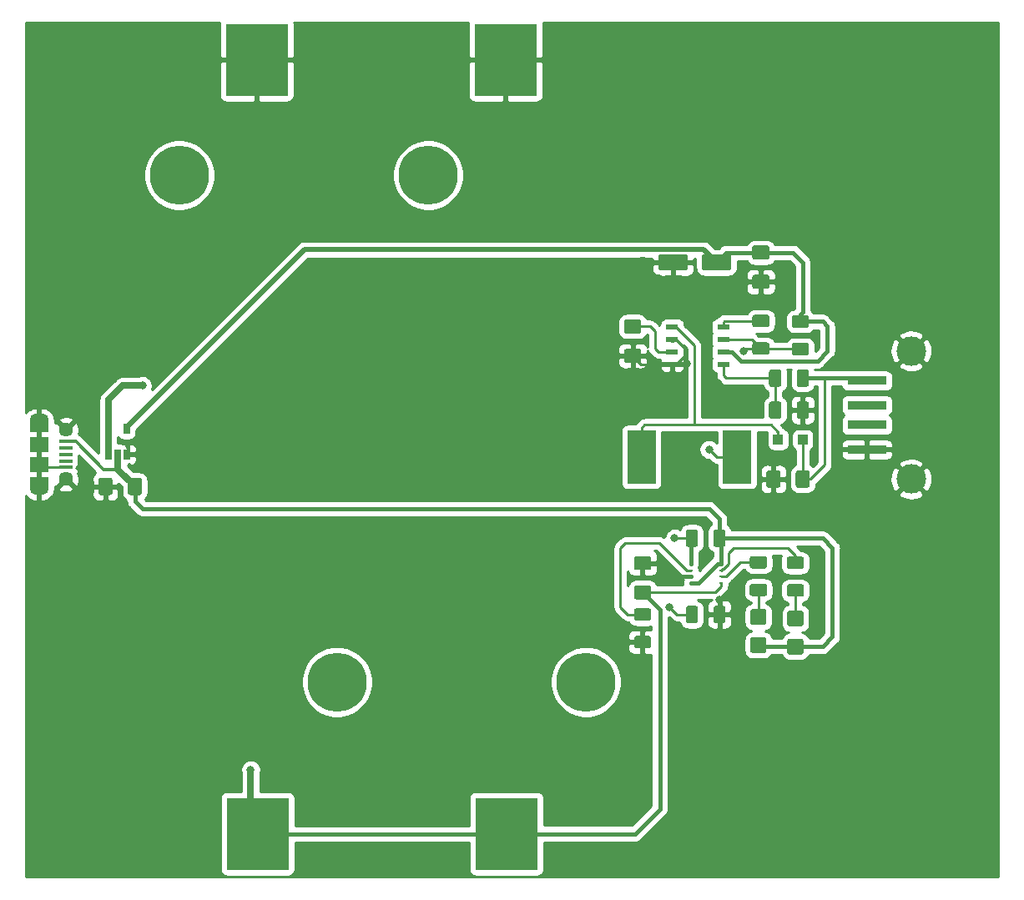
<source format=gbr>
G04 #@! TF.GenerationSoftware,KiCad,Pcbnew,(5.1.2-1)-1*
G04 #@! TF.CreationDate,2019-08-06T14:05:24+03:00*
G04 #@! TF.ProjectId,Boost_Converter,426f6f73-745f-4436-9f6e-766572746572,rev?*
G04 #@! TF.SameCoordinates,Original*
G04 #@! TF.FileFunction,Copper,L1,Top*
G04 #@! TF.FilePolarity,Positive*
%FSLAX46Y46*%
G04 Gerber Fmt 4.6, Leading zero omitted, Abs format (unit mm)*
G04 Created by KiCad (PCBNEW (5.1.2-1)-1) date 2019-08-06 14:05:24*
%MOMM*%
%LPD*%
G04 APERTURE LIST*
%ADD10C,0.100000*%
%ADD11C,1.600000*%
%ADD12R,6.340000X7.340000*%
%ADD13C,6.000000*%
%ADD14C,1.425000*%
%ADD15R,1.000000X1.000000*%
%ADD16C,3.000000*%
%ADD17R,4.000000X0.900000*%
%ADD18R,1.900000X1.500000*%
%ADD19C,1.450000*%
%ADD20R,1.350000X0.400000*%
%ADD21O,1.900000X1.200000*%
%ADD22R,1.900000X1.200000*%
%ADD23R,2.900000X5.400000*%
%ADD24C,1.250000*%
%ADD25R,1.270000X0.510000*%
%ADD26R,0.380000X0.200000*%
%ADD27R,0.700000X1.000000*%
%ADD28C,0.800000*%
%ADD29C,1.500000*%
%ADD30C,0.650000*%
%ADD31C,0.550000*%
%ADD32C,0.250000*%
%ADD33C,0.450000*%
%ADD34C,0.350000*%
%ADD35C,0.254000*%
G04 APERTURE END LIST*
D10*
G36*
X103599504Y-91201204D02*
G01*
X103623773Y-91204804D01*
X103647571Y-91210765D01*
X103670671Y-91219030D01*
X103692849Y-91229520D01*
X103713893Y-91242133D01*
X103733598Y-91256747D01*
X103751777Y-91273223D01*
X103768253Y-91291402D01*
X103782867Y-91311107D01*
X103795480Y-91332151D01*
X103805970Y-91354329D01*
X103814235Y-91377429D01*
X103820196Y-91401227D01*
X103823796Y-91425496D01*
X103825000Y-91450000D01*
X103825000Y-92550000D01*
X103823796Y-92574504D01*
X103820196Y-92598773D01*
X103814235Y-92622571D01*
X103805970Y-92645671D01*
X103795480Y-92667849D01*
X103782867Y-92688893D01*
X103768253Y-92708598D01*
X103751777Y-92726777D01*
X103733598Y-92743253D01*
X103713893Y-92757867D01*
X103692849Y-92770480D01*
X103670671Y-92780970D01*
X103647571Y-92789235D01*
X103623773Y-92795196D01*
X103599504Y-92798796D01*
X103575000Y-92800000D01*
X102425000Y-92800000D01*
X102400496Y-92798796D01*
X102376227Y-92795196D01*
X102352429Y-92789235D01*
X102329329Y-92780970D01*
X102307151Y-92770480D01*
X102286107Y-92757867D01*
X102266402Y-92743253D01*
X102248223Y-92726777D01*
X102231747Y-92708598D01*
X102217133Y-92688893D01*
X102204520Y-92667849D01*
X102194030Y-92645671D01*
X102185765Y-92622571D01*
X102179804Y-92598773D01*
X102176204Y-92574504D01*
X102175000Y-92550000D01*
X102175000Y-91450000D01*
X102176204Y-91425496D01*
X102179804Y-91401227D01*
X102185765Y-91377429D01*
X102194030Y-91354329D01*
X102204520Y-91332151D01*
X102217133Y-91311107D01*
X102231747Y-91291402D01*
X102248223Y-91273223D01*
X102266402Y-91256747D01*
X102286107Y-91242133D01*
X102307151Y-91229520D01*
X102329329Y-91219030D01*
X102352429Y-91210765D01*
X102376227Y-91204804D01*
X102400496Y-91201204D01*
X102425000Y-91200000D01*
X103575000Y-91200000D01*
X103599504Y-91201204D01*
X103599504Y-91201204D01*
G37*
D11*
X103000000Y-92000000D03*
D10*
G36*
X103599504Y-94051204D02*
G01*
X103623773Y-94054804D01*
X103647571Y-94060765D01*
X103670671Y-94069030D01*
X103692849Y-94079520D01*
X103713893Y-94092133D01*
X103733598Y-94106747D01*
X103751777Y-94123223D01*
X103768253Y-94141402D01*
X103782867Y-94161107D01*
X103795480Y-94182151D01*
X103805970Y-94204329D01*
X103814235Y-94227429D01*
X103820196Y-94251227D01*
X103823796Y-94275496D01*
X103825000Y-94300000D01*
X103825000Y-95400000D01*
X103823796Y-95424504D01*
X103820196Y-95448773D01*
X103814235Y-95472571D01*
X103805970Y-95495671D01*
X103795480Y-95517849D01*
X103782867Y-95538893D01*
X103768253Y-95558598D01*
X103751777Y-95576777D01*
X103733598Y-95593253D01*
X103713893Y-95607867D01*
X103692849Y-95620480D01*
X103670671Y-95630970D01*
X103647571Y-95639235D01*
X103623773Y-95645196D01*
X103599504Y-95648796D01*
X103575000Y-95650000D01*
X102425000Y-95650000D01*
X102400496Y-95648796D01*
X102376227Y-95645196D01*
X102352429Y-95639235D01*
X102329329Y-95630970D01*
X102307151Y-95620480D01*
X102286107Y-95607867D01*
X102266402Y-95593253D01*
X102248223Y-95576777D01*
X102231747Y-95558598D01*
X102217133Y-95538893D01*
X102204520Y-95517849D01*
X102194030Y-95495671D01*
X102185765Y-95472571D01*
X102179804Y-95448773D01*
X102176204Y-95424504D01*
X102175000Y-95400000D01*
X102175000Y-94300000D01*
X102176204Y-94275496D01*
X102179804Y-94251227D01*
X102185765Y-94227429D01*
X102194030Y-94204329D01*
X102204520Y-94182151D01*
X102217133Y-94161107D01*
X102231747Y-94141402D01*
X102248223Y-94123223D01*
X102266402Y-94106747D01*
X102286107Y-94092133D01*
X102307151Y-94079520D01*
X102329329Y-94069030D01*
X102352429Y-94060765D01*
X102376227Y-94054804D01*
X102400496Y-94051204D01*
X102425000Y-94050000D01*
X103575000Y-94050000D01*
X103599504Y-94051204D01*
X103599504Y-94051204D01*
G37*
D11*
X103000000Y-94850000D03*
D12*
X52190000Y-114010000D03*
X52100000Y-35440000D03*
D13*
X60250000Y-98600000D03*
X44250000Y-47150000D03*
X69500000Y-47150000D03*
X85500000Y-98600000D03*
D12*
X77350000Y-35440000D03*
X77440000Y-114010000D03*
D10*
G36*
X100024504Y-55201204D02*
G01*
X100048773Y-55204804D01*
X100072571Y-55210765D01*
X100095671Y-55219030D01*
X100117849Y-55229520D01*
X100138893Y-55242133D01*
X100158598Y-55256747D01*
X100176777Y-55273223D01*
X100193253Y-55291402D01*
X100207867Y-55311107D01*
X100220480Y-55332151D01*
X100230970Y-55354329D01*
X100239235Y-55377429D01*
X100245196Y-55401227D01*
X100248796Y-55425496D01*
X100250000Y-55450000D01*
X100250000Y-56550000D01*
X100248796Y-56574504D01*
X100245196Y-56598773D01*
X100239235Y-56622571D01*
X100230970Y-56645671D01*
X100220480Y-56667849D01*
X100207867Y-56688893D01*
X100193253Y-56708598D01*
X100176777Y-56726777D01*
X100158598Y-56743253D01*
X100138893Y-56757867D01*
X100117849Y-56770480D01*
X100095671Y-56780970D01*
X100072571Y-56789235D01*
X100048773Y-56795196D01*
X100024504Y-56798796D01*
X100000000Y-56800000D01*
X97500000Y-56800000D01*
X97475496Y-56798796D01*
X97451227Y-56795196D01*
X97427429Y-56789235D01*
X97404329Y-56780970D01*
X97382151Y-56770480D01*
X97361107Y-56757867D01*
X97341402Y-56743253D01*
X97323223Y-56726777D01*
X97306747Y-56708598D01*
X97292133Y-56688893D01*
X97279520Y-56667849D01*
X97269030Y-56645671D01*
X97260765Y-56622571D01*
X97254804Y-56598773D01*
X97251204Y-56574504D01*
X97250000Y-56550000D01*
X97250000Y-55450000D01*
X97251204Y-55425496D01*
X97254804Y-55401227D01*
X97260765Y-55377429D01*
X97269030Y-55354329D01*
X97279520Y-55332151D01*
X97292133Y-55311107D01*
X97306747Y-55291402D01*
X97323223Y-55273223D01*
X97341402Y-55256747D01*
X97361107Y-55242133D01*
X97382151Y-55229520D01*
X97404329Y-55219030D01*
X97427429Y-55210765D01*
X97451227Y-55204804D01*
X97475496Y-55201204D01*
X97500000Y-55200000D01*
X100000000Y-55200000D01*
X100024504Y-55201204D01*
X100024504Y-55201204D01*
G37*
D11*
X98750000Y-56000000D03*
D10*
G36*
X95624504Y-55201204D02*
G01*
X95648773Y-55204804D01*
X95672571Y-55210765D01*
X95695671Y-55219030D01*
X95717849Y-55229520D01*
X95738893Y-55242133D01*
X95758598Y-55256747D01*
X95776777Y-55273223D01*
X95793253Y-55291402D01*
X95807867Y-55311107D01*
X95820480Y-55332151D01*
X95830970Y-55354329D01*
X95839235Y-55377429D01*
X95845196Y-55401227D01*
X95848796Y-55425496D01*
X95850000Y-55450000D01*
X95850000Y-56550000D01*
X95848796Y-56574504D01*
X95845196Y-56598773D01*
X95839235Y-56622571D01*
X95830970Y-56645671D01*
X95820480Y-56667849D01*
X95807867Y-56688893D01*
X95793253Y-56708598D01*
X95776777Y-56726777D01*
X95758598Y-56743253D01*
X95738893Y-56757867D01*
X95717849Y-56770480D01*
X95695671Y-56780970D01*
X95672571Y-56789235D01*
X95648773Y-56795196D01*
X95624504Y-56798796D01*
X95600000Y-56800000D01*
X93100000Y-56800000D01*
X93075496Y-56798796D01*
X93051227Y-56795196D01*
X93027429Y-56789235D01*
X93004329Y-56780970D01*
X92982151Y-56770480D01*
X92961107Y-56757867D01*
X92941402Y-56743253D01*
X92923223Y-56726777D01*
X92906747Y-56708598D01*
X92892133Y-56688893D01*
X92879520Y-56667849D01*
X92869030Y-56645671D01*
X92860765Y-56622571D01*
X92854804Y-56598773D01*
X92851204Y-56574504D01*
X92850000Y-56550000D01*
X92850000Y-55450000D01*
X92851204Y-55425496D01*
X92854804Y-55401227D01*
X92860765Y-55377429D01*
X92869030Y-55354329D01*
X92879520Y-55332151D01*
X92892133Y-55311107D01*
X92906747Y-55291402D01*
X92923223Y-55273223D01*
X92941402Y-55256747D01*
X92961107Y-55242133D01*
X92982151Y-55229520D01*
X93004329Y-55219030D01*
X93027429Y-55210765D01*
X93051227Y-55204804D01*
X93075496Y-55201204D01*
X93100000Y-55200000D01*
X95600000Y-55200000D01*
X95624504Y-55201204D01*
X95624504Y-55201204D01*
G37*
D11*
X94350000Y-56000000D03*
D10*
G36*
X103899504Y-57263704D02*
G01*
X103923773Y-57267304D01*
X103947571Y-57273265D01*
X103970671Y-57281530D01*
X103992849Y-57292020D01*
X104013893Y-57304633D01*
X104033598Y-57319247D01*
X104051777Y-57335723D01*
X104068253Y-57353902D01*
X104082867Y-57373607D01*
X104095480Y-57394651D01*
X104105970Y-57416829D01*
X104114235Y-57439929D01*
X104120196Y-57463727D01*
X104123796Y-57487996D01*
X104125000Y-57512500D01*
X104125000Y-58437500D01*
X104123796Y-58462004D01*
X104120196Y-58486273D01*
X104114235Y-58510071D01*
X104105970Y-58533171D01*
X104095480Y-58555349D01*
X104082867Y-58576393D01*
X104068253Y-58596098D01*
X104051777Y-58614277D01*
X104033598Y-58630753D01*
X104013893Y-58645367D01*
X103992849Y-58657980D01*
X103970671Y-58668470D01*
X103947571Y-58676735D01*
X103923773Y-58682696D01*
X103899504Y-58686296D01*
X103875000Y-58687500D01*
X102625000Y-58687500D01*
X102600496Y-58686296D01*
X102576227Y-58682696D01*
X102552429Y-58676735D01*
X102529329Y-58668470D01*
X102507151Y-58657980D01*
X102486107Y-58645367D01*
X102466402Y-58630753D01*
X102448223Y-58614277D01*
X102431747Y-58596098D01*
X102417133Y-58576393D01*
X102404520Y-58555349D01*
X102394030Y-58533171D01*
X102385765Y-58510071D01*
X102379804Y-58486273D01*
X102376204Y-58462004D01*
X102375000Y-58437500D01*
X102375000Y-57512500D01*
X102376204Y-57487996D01*
X102379804Y-57463727D01*
X102385765Y-57439929D01*
X102394030Y-57416829D01*
X102404520Y-57394651D01*
X102417133Y-57373607D01*
X102431747Y-57353902D01*
X102448223Y-57335723D01*
X102466402Y-57319247D01*
X102486107Y-57304633D01*
X102507151Y-57292020D01*
X102529329Y-57281530D01*
X102552429Y-57273265D01*
X102576227Y-57267304D01*
X102600496Y-57263704D01*
X102625000Y-57262500D01*
X103875000Y-57262500D01*
X103899504Y-57263704D01*
X103899504Y-57263704D01*
G37*
D14*
X103250000Y-57975000D03*
D10*
G36*
X103899504Y-54288704D02*
G01*
X103923773Y-54292304D01*
X103947571Y-54298265D01*
X103970671Y-54306530D01*
X103992849Y-54317020D01*
X104013893Y-54329633D01*
X104033598Y-54344247D01*
X104051777Y-54360723D01*
X104068253Y-54378902D01*
X104082867Y-54398607D01*
X104095480Y-54419651D01*
X104105970Y-54441829D01*
X104114235Y-54464929D01*
X104120196Y-54488727D01*
X104123796Y-54512996D01*
X104125000Y-54537500D01*
X104125000Y-55462500D01*
X104123796Y-55487004D01*
X104120196Y-55511273D01*
X104114235Y-55535071D01*
X104105970Y-55558171D01*
X104095480Y-55580349D01*
X104082867Y-55601393D01*
X104068253Y-55621098D01*
X104051777Y-55639277D01*
X104033598Y-55655753D01*
X104013893Y-55670367D01*
X103992849Y-55682980D01*
X103970671Y-55693470D01*
X103947571Y-55701735D01*
X103923773Y-55707696D01*
X103899504Y-55711296D01*
X103875000Y-55712500D01*
X102625000Y-55712500D01*
X102600496Y-55711296D01*
X102576227Y-55707696D01*
X102552429Y-55701735D01*
X102529329Y-55693470D01*
X102507151Y-55682980D01*
X102486107Y-55670367D01*
X102466402Y-55655753D01*
X102448223Y-55639277D01*
X102431747Y-55621098D01*
X102417133Y-55601393D01*
X102404520Y-55580349D01*
X102394030Y-55558171D01*
X102385765Y-55535071D01*
X102379804Y-55511273D01*
X102376204Y-55487004D01*
X102375000Y-55462500D01*
X102375000Y-54537500D01*
X102376204Y-54512996D01*
X102379804Y-54488727D01*
X102385765Y-54464929D01*
X102394030Y-54441829D01*
X102404520Y-54419651D01*
X102417133Y-54398607D01*
X102431747Y-54378902D01*
X102448223Y-54360723D01*
X102466402Y-54344247D01*
X102486107Y-54329633D01*
X102507151Y-54317020D01*
X102529329Y-54306530D01*
X102552429Y-54298265D01*
X102576227Y-54292304D01*
X102600496Y-54288704D01*
X102625000Y-54287500D01*
X103875000Y-54287500D01*
X103899504Y-54288704D01*
X103899504Y-54288704D01*
G37*
D14*
X103250000Y-55000000D03*
D10*
G36*
X90899504Y-61801204D02*
G01*
X90923773Y-61804804D01*
X90947571Y-61810765D01*
X90970671Y-61819030D01*
X90992849Y-61829520D01*
X91013893Y-61842133D01*
X91033598Y-61856747D01*
X91051777Y-61873223D01*
X91068253Y-61891402D01*
X91082867Y-61911107D01*
X91095480Y-61932151D01*
X91105970Y-61954329D01*
X91114235Y-61977429D01*
X91120196Y-62001227D01*
X91123796Y-62025496D01*
X91125000Y-62050000D01*
X91125000Y-62975000D01*
X91123796Y-62999504D01*
X91120196Y-63023773D01*
X91114235Y-63047571D01*
X91105970Y-63070671D01*
X91095480Y-63092849D01*
X91082867Y-63113893D01*
X91068253Y-63133598D01*
X91051777Y-63151777D01*
X91033598Y-63168253D01*
X91013893Y-63182867D01*
X90992849Y-63195480D01*
X90970671Y-63205970D01*
X90947571Y-63214235D01*
X90923773Y-63220196D01*
X90899504Y-63223796D01*
X90875000Y-63225000D01*
X89625000Y-63225000D01*
X89600496Y-63223796D01*
X89576227Y-63220196D01*
X89552429Y-63214235D01*
X89529329Y-63205970D01*
X89507151Y-63195480D01*
X89486107Y-63182867D01*
X89466402Y-63168253D01*
X89448223Y-63151777D01*
X89431747Y-63133598D01*
X89417133Y-63113893D01*
X89404520Y-63092849D01*
X89394030Y-63070671D01*
X89385765Y-63047571D01*
X89379804Y-63023773D01*
X89376204Y-62999504D01*
X89375000Y-62975000D01*
X89375000Y-62050000D01*
X89376204Y-62025496D01*
X89379804Y-62001227D01*
X89385765Y-61977429D01*
X89394030Y-61954329D01*
X89404520Y-61932151D01*
X89417133Y-61911107D01*
X89431747Y-61891402D01*
X89448223Y-61873223D01*
X89466402Y-61856747D01*
X89486107Y-61842133D01*
X89507151Y-61829520D01*
X89529329Y-61819030D01*
X89552429Y-61810765D01*
X89576227Y-61804804D01*
X89600496Y-61801204D01*
X89625000Y-61800000D01*
X90875000Y-61800000D01*
X90899504Y-61801204D01*
X90899504Y-61801204D01*
G37*
D14*
X90250000Y-62512500D03*
D10*
G36*
X90899504Y-64776204D02*
G01*
X90923773Y-64779804D01*
X90947571Y-64785765D01*
X90970671Y-64794030D01*
X90992849Y-64804520D01*
X91013893Y-64817133D01*
X91033598Y-64831747D01*
X91051777Y-64848223D01*
X91068253Y-64866402D01*
X91082867Y-64886107D01*
X91095480Y-64907151D01*
X91105970Y-64929329D01*
X91114235Y-64952429D01*
X91120196Y-64976227D01*
X91123796Y-65000496D01*
X91125000Y-65025000D01*
X91125000Y-65950000D01*
X91123796Y-65974504D01*
X91120196Y-65998773D01*
X91114235Y-66022571D01*
X91105970Y-66045671D01*
X91095480Y-66067849D01*
X91082867Y-66088893D01*
X91068253Y-66108598D01*
X91051777Y-66126777D01*
X91033598Y-66143253D01*
X91013893Y-66157867D01*
X90992849Y-66170480D01*
X90970671Y-66180970D01*
X90947571Y-66189235D01*
X90923773Y-66195196D01*
X90899504Y-66198796D01*
X90875000Y-66200000D01*
X89625000Y-66200000D01*
X89600496Y-66198796D01*
X89576227Y-66195196D01*
X89552429Y-66189235D01*
X89529329Y-66180970D01*
X89507151Y-66170480D01*
X89486107Y-66157867D01*
X89466402Y-66143253D01*
X89448223Y-66126777D01*
X89431747Y-66108598D01*
X89417133Y-66088893D01*
X89404520Y-66067849D01*
X89394030Y-66045671D01*
X89385765Y-66022571D01*
X89379804Y-65998773D01*
X89376204Y-65974504D01*
X89375000Y-65950000D01*
X89375000Y-65025000D01*
X89376204Y-65000496D01*
X89379804Y-64976227D01*
X89385765Y-64952429D01*
X89394030Y-64929329D01*
X89404520Y-64907151D01*
X89417133Y-64886107D01*
X89431747Y-64866402D01*
X89448223Y-64848223D01*
X89466402Y-64831747D01*
X89486107Y-64817133D01*
X89507151Y-64804520D01*
X89529329Y-64794030D01*
X89552429Y-64785765D01*
X89576227Y-64779804D01*
X89600496Y-64776204D01*
X89625000Y-64775000D01*
X90875000Y-64775000D01*
X90899504Y-64776204D01*
X90899504Y-64776204D01*
G37*
D14*
X90250000Y-65487500D03*
D10*
G36*
X107987004Y-77126204D02*
G01*
X108011273Y-77129804D01*
X108035071Y-77135765D01*
X108058171Y-77144030D01*
X108080349Y-77154520D01*
X108101393Y-77167133D01*
X108121098Y-77181747D01*
X108139277Y-77198223D01*
X108155753Y-77216402D01*
X108170367Y-77236107D01*
X108182980Y-77257151D01*
X108193470Y-77279329D01*
X108201735Y-77302429D01*
X108207696Y-77326227D01*
X108211296Y-77350496D01*
X108212500Y-77375000D01*
X108212500Y-78625000D01*
X108211296Y-78649504D01*
X108207696Y-78673773D01*
X108201735Y-78697571D01*
X108193470Y-78720671D01*
X108182980Y-78742849D01*
X108170367Y-78763893D01*
X108155753Y-78783598D01*
X108139277Y-78801777D01*
X108121098Y-78818253D01*
X108101393Y-78832867D01*
X108080349Y-78845480D01*
X108058171Y-78855970D01*
X108035071Y-78864235D01*
X108011273Y-78870196D01*
X107987004Y-78873796D01*
X107962500Y-78875000D01*
X107037500Y-78875000D01*
X107012996Y-78873796D01*
X106988727Y-78870196D01*
X106964929Y-78864235D01*
X106941829Y-78855970D01*
X106919651Y-78845480D01*
X106898607Y-78832867D01*
X106878902Y-78818253D01*
X106860723Y-78801777D01*
X106844247Y-78783598D01*
X106829633Y-78763893D01*
X106817020Y-78742849D01*
X106806530Y-78720671D01*
X106798265Y-78697571D01*
X106792304Y-78673773D01*
X106788704Y-78649504D01*
X106787500Y-78625000D01*
X106787500Y-77375000D01*
X106788704Y-77350496D01*
X106792304Y-77326227D01*
X106798265Y-77302429D01*
X106806530Y-77279329D01*
X106817020Y-77257151D01*
X106829633Y-77236107D01*
X106844247Y-77216402D01*
X106860723Y-77198223D01*
X106878902Y-77181747D01*
X106898607Y-77167133D01*
X106919651Y-77154520D01*
X106941829Y-77144030D01*
X106964929Y-77135765D01*
X106988727Y-77129804D01*
X107012996Y-77126204D01*
X107037500Y-77125000D01*
X107962500Y-77125000D01*
X107987004Y-77126204D01*
X107987004Y-77126204D01*
G37*
D14*
X107500000Y-78000000D03*
D10*
G36*
X105012004Y-77126204D02*
G01*
X105036273Y-77129804D01*
X105060071Y-77135765D01*
X105083171Y-77144030D01*
X105105349Y-77154520D01*
X105126393Y-77167133D01*
X105146098Y-77181747D01*
X105164277Y-77198223D01*
X105180753Y-77216402D01*
X105195367Y-77236107D01*
X105207980Y-77257151D01*
X105218470Y-77279329D01*
X105226735Y-77302429D01*
X105232696Y-77326227D01*
X105236296Y-77350496D01*
X105237500Y-77375000D01*
X105237500Y-78625000D01*
X105236296Y-78649504D01*
X105232696Y-78673773D01*
X105226735Y-78697571D01*
X105218470Y-78720671D01*
X105207980Y-78742849D01*
X105195367Y-78763893D01*
X105180753Y-78783598D01*
X105164277Y-78801777D01*
X105146098Y-78818253D01*
X105126393Y-78832867D01*
X105105349Y-78845480D01*
X105083171Y-78855970D01*
X105060071Y-78864235D01*
X105036273Y-78870196D01*
X105012004Y-78873796D01*
X104987500Y-78875000D01*
X104062500Y-78875000D01*
X104037996Y-78873796D01*
X104013727Y-78870196D01*
X103989929Y-78864235D01*
X103966829Y-78855970D01*
X103944651Y-78845480D01*
X103923607Y-78832867D01*
X103903902Y-78818253D01*
X103885723Y-78801777D01*
X103869247Y-78783598D01*
X103854633Y-78763893D01*
X103842020Y-78742849D01*
X103831530Y-78720671D01*
X103823265Y-78697571D01*
X103817304Y-78673773D01*
X103813704Y-78649504D01*
X103812500Y-78625000D01*
X103812500Y-77375000D01*
X103813704Y-77350496D01*
X103817304Y-77326227D01*
X103823265Y-77302429D01*
X103831530Y-77279329D01*
X103842020Y-77257151D01*
X103854633Y-77236107D01*
X103869247Y-77216402D01*
X103885723Y-77198223D01*
X103903902Y-77181747D01*
X103923607Y-77167133D01*
X103944651Y-77154520D01*
X103966829Y-77144030D01*
X103989929Y-77135765D01*
X104013727Y-77129804D01*
X104037996Y-77126204D01*
X104062500Y-77125000D01*
X104987500Y-77125000D01*
X105012004Y-77126204D01*
X105012004Y-77126204D01*
G37*
D14*
X104525000Y-78000000D03*
D10*
G36*
X40224504Y-77876204D02*
G01*
X40248773Y-77879804D01*
X40272571Y-77885765D01*
X40295671Y-77894030D01*
X40317849Y-77904520D01*
X40338893Y-77917133D01*
X40358598Y-77931747D01*
X40376777Y-77948223D01*
X40393253Y-77966402D01*
X40407867Y-77986107D01*
X40420480Y-78007151D01*
X40430970Y-78029329D01*
X40439235Y-78052429D01*
X40445196Y-78076227D01*
X40448796Y-78100496D01*
X40450000Y-78125000D01*
X40450000Y-79375000D01*
X40448796Y-79399504D01*
X40445196Y-79423773D01*
X40439235Y-79447571D01*
X40430970Y-79470671D01*
X40420480Y-79492849D01*
X40407867Y-79513893D01*
X40393253Y-79533598D01*
X40376777Y-79551777D01*
X40358598Y-79568253D01*
X40338893Y-79582867D01*
X40317849Y-79595480D01*
X40295671Y-79605970D01*
X40272571Y-79614235D01*
X40248773Y-79620196D01*
X40224504Y-79623796D01*
X40200000Y-79625000D01*
X39275000Y-79625000D01*
X39250496Y-79623796D01*
X39226227Y-79620196D01*
X39202429Y-79614235D01*
X39179329Y-79605970D01*
X39157151Y-79595480D01*
X39136107Y-79582867D01*
X39116402Y-79568253D01*
X39098223Y-79551777D01*
X39081747Y-79533598D01*
X39067133Y-79513893D01*
X39054520Y-79492849D01*
X39044030Y-79470671D01*
X39035765Y-79447571D01*
X39029804Y-79423773D01*
X39026204Y-79399504D01*
X39025000Y-79375000D01*
X39025000Y-78125000D01*
X39026204Y-78100496D01*
X39029804Y-78076227D01*
X39035765Y-78052429D01*
X39044030Y-78029329D01*
X39054520Y-78007151D01*
X39067133Y-77986107D01*
X39081747Y-77966402D01*
X39098223Y-77948223D01*
X39116402Y-77931747D01*
X39136107Y-77917133D01*
X39157151Y-77904520D01*
X39179329Y-77894030D01*
X39202429Y-77885765D01*
X39226227Y-77879804D01*
X39250496Y-77876204D01*
X39275000Y-77875000D01*
X40200000Y-77875000D01*
X40224504Y-77876204D01*
X40224504Y-77876204D01*
G37*
D14*
X39737500Y-78750000D03*
D10*
G36*
X37249504Y-77876204D02*
G01*
X37273773Y-77879804D01*
X37297571Y-77885765D01*
X37320671Y-77894030D01*
X37342849Y-77904520D01*
X37363893Y-77917133D01*
X37383598Y-77931747D01*
X37401777Y-77948223D01*
X37418253Y-77966402D01*
X37432867Y-77986107D01*
X37445480Y-78007151D01*
X37455970Y-78029329D01*
X37464235Y-78052429D01*
X37470196Y-78076227D01*
X37473796Y-78100496D01*
X37475000Y-78125000D01*
X37475000Y-79375000D01*
X37473796Y-79399504D01*
X37470196Y-79423773D01*
X37464235Y-79447571D01*
X37455970Y-79470671D01*
X37445480Y-79492849D01*
X37432867Y-79513893D01*
X37418253Y-79533598D01*
X37401777Y-79551777D01*
X37383598Y-79568253D01*
X37363893Y-79582867D01*
X37342849Y-79595480D01*
X37320671Y-79605970D01*
X37297571Y-79614235D01*
X37273773Y-79620196D01*
X37249504Y-79623796D01*
X37225000Y-79625000D01*
X36300000Y-79625000D01*
X36275496Y-79623796D01*
X36251227Y-79620196D01*
X36227429Y-79614235D01*
X36204329Y-79605970D01*
X36182151Y-79595480D01*
X36161107Y-79582867D01*
X36141402Y-79568253D01*
X36123223Y-79551777D01*
X36106747Y-79533598D01*
X36092133Y-79513893D01*
X36079520Y-79492849D01*
X36069030Y-79470671D01*
X36060765Y-79447571D01*
X36054804Y-79423773D01*
X36051204Y-79399504D01*
X36050000Y-79375000D01*
X36050000Y-78125000D01*
X36051204Y-78100496D01*
X36054804Y-78076227D01*
X36060765Y-78052429D01*
X36069030Y-78029329D01*
X36079520Y-78007151D01*
X36092133Y-77986107D01*
X36106747Y-77966402D01*
X36123223Y-77948223D01*
X36141402Y-77931747D01*
X36161107Y-77917133D01*
X36182151Y-77904520D01*
X36204329Y-77894030D01*
X36227429Y-77885765D01*
X36251227Y-77879804D01*
X36275496Y-77876204D01*
X36300000Y-77875000D01*
X37225000Y-77875000D01*
X37249504Y-77876204D01*
X37249504Y-77876204D01*
G37*
D14*
X36762500Y-78750000D03*
D10*
G36*
X91899504Y-85813704D02*
G01*
X91923773Y-85817304D01*
X91947571Y-85823265D01*
X91970671Y-85831530D01*
X91992849Y-85842020D01*
X92013893Y-85854633D01*
X92033598Y-85869247D01*
X92051777Y-85885723D01*
X92068253Y-85903902D01*
X92082867Y-85923607D01*
X92095480Y-85944651D01*
X92105970Y-85966829D01*
X92114235Y-85989929D01*
X92120196Y-86013727D01*
X92123796Y-86037996D01*
X92125000Y-86062500D01*
X92125000Y-86987500D01*
X92123796Y-87012004D01*
X92120196Y-87036273D01*
X92114235Y-87060071D01*
X92105970Y-87083171D01*
X92095480Y-87105349D01*
X92082867Y-87126393D01*
X92068253Y-87146098D01*
X92051777Y-87164277D01*
X92033598Y-87180753D01*
X92013893Y-87195367D01*
X91992849Y-87207980D01*
X91970671Y-87218470D01*
X91947571Y-87226735D01*
X91923773Y-87232696D01*
X91899504Y-87236296D01*
X91875000Y-87237500D01*
X90625000Y-87237500D01*
X90600496Y-87236296D01*
X90576227Y-87232696D01*
X90552429Y-87226735D01*
X90529329Y-87218470D01*
X90507151Y-87207980D01*
X90486107Y-87195367D01*
X90466402Y-87180753D01*
X90448223Y-87164277D01*
X90431747Y-87146098D01*
X90417133Y-87126393D01*
X90404520Y-87105349D01*
X90394030Y-87083171D01*
X90385765Y-87060071D01*
X90379804Y-87036273D01*
X90376204Y-87012004D01*
X90375000Y-86987500D01*
X90375000Y-86062500D01*
X90376204Y-86037996D01*
X90379804Y-86013727D01*
X90385765Y-85989929D01*
X90394030Y-85966829D01*
X90404520Y-85944651D01*
X90417133Y-85923607D01*
X90431747Y-85903902D01*
X90448223Y-85885723D01*
X90466402Y-85869247D01*
X90486107Y-85854633D01*
X90507151Y-85842020D01*
X90529329Y-85831530D01*
X90552429Y-85823265D01*
X90576227Y-85817304D01*
X90600496Y-85813704D01*
X90625000Y-85812500D01*
X91875000Y-85812500D01*
X91899504Y-85813704D01*
X91899504Y-85813704D01*
G37*
D14*
X91250000Y-86525000D03*
D10*
G36*
X91899504Y-88788704D02*
G01*
X91923773Y-88792304D01*
X91947571Y-88798265D01*
X91970671Y-88806530D01*
X91992849Y-88817020D01*
X92013893Y-88829633D01*
X92033598Y-88844247D01*
X92051777Y-88860723D01*
X92068253Y-88878902D01*
X92082867Y-88898607D01*
X92095480Y-88919651D01*
X92105970Y-88941829D01*
X92114235Y-88964929D01*
X92120196Y-88988727D01*
X92123796Y-89012996D01*
X92125000Y-89037500D01*
X92125000Y-89962500D01*
X92123796Y-89987004D01*
X92120196Y-90011273D01*
X92114235Y-90035071D01*
X92105970Y-90058171D01*
X92095480Y-90080349D01*
X92082867Y-90101393D01*
X92068253Y-90121098D01*
X92051777Y-90139277D01*
X92033598Y-90155753D01*
X92013893Y-90170367D01*
X91992849Y-90182980D01*
X91970671Y-90193470D01*
X91947571Y-90201735D01*
X91923773Y-90207696D01*
X91899504Y-90211296D01*
X91875000Y-90212500D01*
X90625000Y-90212500D01*
X90600496Y-90211296D01*
X90576227Y-90207696D01*
X90552429Y-90201735D01*
X90529329Y-90193470D01*
X90507151Y-90182980D01*
X90486107Y-90170367D01*
X90466402Y-90155753D01*
X90448223Y-90139277D01*
X90431747Y-90121098D01*
X90417133Y-90101393D01*
X90404520Y-90080349D01*
X90394030Y-90058171D01*
X90385765Y-90035071D01*
X90379804Y-90011273D01*
X90376204Y-89987004D01*
X90375000Y-89962500D01*
X90375000Y-89037500D01*
X90376204Y-89012996D01*
X90379804Y-88988727D01*
X90385765Y-88964929D01*
X90394030Y-88941829D01*
X90404520Y-88919651D01*
X90417133Y-88898607D01*
X90431747Y-88878902D01*
X90448223Y-88860723D01*
X90466402Y-88844247D01*
X90486107Y-88829633D01*
X90507151Y-88817020D01*
X90529329Y-88806530D01*
X90552429Y-88798265D01*
X90576227Y-88792304D01*
X90600496Y-88788704D01*
X90625000Y-88787500D01*
X91875000Y-88787500D01*
X91899504Y-88788704D01*
X91899504Y-88788704D01*
G37*
D14*
X91250000Y-89500000D03*
D15*
X107500000Y-74000000D03*
X105000000Y-74000000D03*
D10*
G36*
X107349504Y-94201204D02*
G01*
X107373773Y-94204804D01*
X107397571Y-94210765D01*
X107420671Y-94219030D01*
X107442849Y-94229520D01*
X107463893Y-94242133D01*
X107483598Y-94256747D01*
X107501777Y-94273223D01*
X107518253Y-94291402D01*
X107532867Y-94311107D01*
X107545480Y-94332151D01*
X107555970Y-94354329D01*
X107564235Y-94377429D01*
X107570196Y-94401227D01*
X107573796Y-94425496D01*
X107575000Y-94450000D01*
X107575000Y-95550000D01*
X107573796Y-95574504D01*
X107570196Y-95598773D01*
X107564235Y-95622571D01*
X107555970Y-95645671D01*
X107545480Y-95667849D01*
X107532867Y-95688893D01*
X107518253Y-95708598D01*
X107501777Y-95726777D01*
X107483598Y-95743253D01*
X107463893Y-95757867D01*
X107442849Y-95770480D01*
X107420671Y-95780970D01*
X107397571Y-95789235D01*
X107373773Y-95795196D01*
X107349504Y-95798796D01*
X107325000Y-95800000D01*
X106175000Y-95800000D01*
X106150496Y-95798796D01*
X106126227Y-95795196D01*
X106102429Y-95789235D01*
X106079329Y-95780970D01*
X106057151Y-95770480D01*
X106036107Y-95757867D01*
X106016402Y-95743253D01*
X105998223Y-95726777D01*
X105981747Y-95708598D01*
X105967133Y-95688893D01*
X105954520Y-95667849D01*
X105944030Y-95645671D01*
X105935765Y-95622571D01*
X105929804Y-95598773D01*
X105926204Y-95574504D01*
X105925000Y-95550000D01*
X105925000Y-94450000D01*
X105926204Y-94425496D01*
X105929804Y-94401227D01*
X105935765Y-94377429D01*
X105944030Y-94354329D01*
X105954520Y-94332151D01*
X105967133Y-94311107D01*
X105981747Y-94291402D01*
X105998223Y-94273223D01*
X106016402Y-94256747D01*
X106036107Y-94242133D01*
X106057151Y-94229520D01*
X106079329Y-94219030D01*
X106102429Y-94210765D01*
X106126227Y-94204804D01*
X106150496Y-94201204D01*
X106175000Y-94200000D01*
X107325000Y-94200000D01*
X107349504Y-94201204D01*
X107349504Y-94201204D01*
G37*
D11*
X106750000Y-95000000D03*
D10*
G36*
X107349504Y-91351204D02*
G01*
X107373773Y-91354804D01*
X107397571Y-91360765D01*
X107420671Y-91369030D01*
X107442849Y-91379520D01*
X107463893Y-91392133D01*
X107483598Y-91406747D01*
X107501777Y-91423223D01*
X107518253Y-91441402D01*
X107532867Y-91461107D01*
X107545480Y-91482151D01*
X107555970Y-91504329D01*
X107564235Y-91527429D01*
X107570196Y-91551227D01*
X107573796Y-91575496D01*
X107575000Y-91600000D01*
X107575000Y-92700000D01*
X107573796Y-92724504D01*
X107570196Y-92748773D01*
X107564235Y-92772571D01*
X107555970Y-92795671D01*
X107545480Y-92817849D01*
X107532867Y-92838893D01*
X107518253Y-92858598D01*
X107501777Y-92876777D01*
X107483598Y-92893253D01*
X107463893Y-92907867D01*
X107442849Y-92920480D01*
X107420671Y-92930970D01*
X107397571Y-92939235D01*
X107373773Y-92945196D01*
X107349504Y-92948796D01*
X107325000Y-92950000D01*
X106175000Y-92950000D01*
X106150496Y-92948796D01*
X106126227Y-92945196D01*
X106102429Y-92939235D01*
X106079329Y-92930970D01*
X106057151Y-92920480D01*
X106036107Y-92907867D01*
X106016402Y-92893253D01*
X105998223Y-92876777D01*
X105981747Y-92858598D01*
X105967133Y-92838893D01*
X105954520Y-92817849D01*
X105944030Y-92795671D01*
X105935765Y-92772571D01*
X105929804Y-92748773D01*
X105926204Y-92724504D01*
X105925000Y-92700000D01*
X105925000Y-91600000D01*
X105926204Y-91575496D01*
X105929804Y-91551227D01*
X105935765Y-91527429D01*
X105944030Y-91504329D01*
X105954520Y-91482151D01*
X105967133Y-91461107D01*
X105981747Y-91441402D01*
X105998223Y-91423223D01*
X106016402Y-91406747D01*
X106036107Y-91392133D01*
X106057151Y-91379520D01*
X106079329Y-91369030D01*
X106102429Y-91360765D01*
X106126227Y-91354804D01*
X106150496Y-91351204D01*
X106175000Y-91350000D01*
X107325000Y-91350000D01*
X107349504Y-91351204D01*
X107349504Y-91351204D01*
G37*
D11*
X106750000Y-92150000D03*
D16*
X118500000Y-78000000D03*
X118500000Y-65000000D03*
D17*
X114000000Y-68000000D03*
X114000000Y-70500000D03*
X114000000Y-72500000D03*
X114000000Y-75000000D03*
D18*
X30025000Y-76500000D03*
D19*
X32725000Y-73000000D03*
D20*
X32725000Y-74850000D03*
X32725000Y-74200000D03*
X32725000Y-76800000D03*
X32725000Y-76150000D03*
X32725000Y-75500000D03*
D19*
X32725000Y-78000000D03*
D18*
X30025000Y-74500000D03*
D21*
X30025000Y-72000000D03*
X30025000Y-79000000D03*
D22*
X30025000Y-78400000D03*
X30025000Y-72600000D03*
D23*
X91150000Y-75750000D03*
X100850000Y-75750000D03*
D10*
G36*
X103899504Y-61326204D02*
G01*
X103923773Y-61329804D01*
X103947571Y-61335765D01*
X103970671Y-61344030D01*
X103992849Y-61354520D01*
X104013893Y-61367133D01*
X104033598Y-61381747D01*
X104051777Y-61398223D01*
X104068253Y-61416402D01*
X104082867Y-61436107D01*
X104095480Y-61457151D01*
X104105970Y-61479329D01*
X104114235Y-61502429D01*
X104120196Y-61526227D01*
X104123796Y-61550496D01*
X104125000Y-61575000D01*
X104125000Y-62325000D01*
X104123796Y-62349504D01*
X104120196Y-62373773D01*
X104114235Y-62397571D01*
X104105970Y-62420671D01*
X104095480Y-62442849D01*
X104082867Y-62463893D01*
X104068253Y-62483598D01*
X104051777Y-62501777D01*
X104033598Y-62518253D01*
X104013893Y-62532867D01*
X103992849Y-62545480D01*
X103970671Y-62555970D01*
X103947571Y-62564235D01*
X103923773Y-62570196D01*
X103899504Y-62573796D01*
X103875000Y-62575000D01*
X102625000Y-62575000D01*
X102600496Y-62573796D01*
X102576227Y-62570196D01*
X102552429Y-62564235D01*
X102529329Y-62555970D01*
X102507151Y-62545480D01*
X102486107Y-62532867D01*
X102466402Y-62518253D01*
X102448223Y-62501777D01*
X102431747Y-62483598D01*
X102417133Y-62463893D01*
X102404520Y-62442849D01*
X102394030Y-62420671D01*
X102385765Y-62397571D01*
X102379804Y-62373773D01*
X102376204Y-62349504D01*
X102375000Y-62325000D01*
X102375000Y-61575000D01*
X102376204Y-61550496D01*
X102379804Y-61526227D01*
X102385765Y-61502429D01*
X102394030Y-61479329D01*
X102404520Y-61457151D01*
X102417133Y-61436107D01*
X102431747Y-61416402D01*
X102448223Y-61398223D01*
X102466402Y-61381747D01*
X102486107Y-61367133D01*
X102507151Y-61354520D01*
X102529329Y-61344030D01*
X102552429Y-61335765D01*
X102576227Y-61329804D01*
X102600496Y-61326204D01*
X102625000Y-61325000D01*
X103875000Y-61325000D01*
X103899504Y-61326204D01*
X103899504Y-61326204D01*
G37*
D24*
X103250000Y-61950000D03*
D10*
G36*
X103899504Y-64126204D02*
G01*
X103923773Y-64129804D01*
X103947571Y-64135765D01*
X103970671Y-64144030D01*
X103992849Y-64154520D01*
X104013893Y-64167133D01*
X104033598Y-64181747D01*
X104051777Y-64198223D01*
X104068253Y-64216402D01*
X104082867Y-64236107D01*
X104095480Y-64257151D01*
X104105970Y-64279329D01*
X104114235Y-64302429D01*
X104120196Y-64326227D01*
X104123796Y-64350496D01*
X104125000Y-64375000D01*
X104125000Y-65125000D01*
X104123796Y-65149504D01*
X104120196Y-65173773D01*
X104114235Y-65197571D01*
X104105970Y-65220671D01*
X104095480Y-65242849D01*
X104082867Y-65263893D01*
X104068253Y-65283598D01*
X104051777Y-65301777D01*
X104033598Y-65318253D01*
X104013893Y-65332867D01*
X103992849Y-65345480D01*
X103970671Y-65355970D01*
X103947571Y-65364235D01*
X103923773Y-65370196D01*
X103899504Y-65373796D01*
X103875000Y-65375000D01*
X102625000Y-65375000D01*
X102600496Y-65373796D01*
X102576227Y-65370196D01*
X102552429Y-65364235D01*
X102529329Y-65355970D01*
X102507151Y-65345480D01*
X102486107Y-65332867D01*
X102466402Y-65318253D01*
X102448223Y-65301777D01*
X102431747Y-65283598D01*
X102417133Y-65263893D01*
X102404520Y-65242849D01*
X102394030Y-65220671D01*
X102385765Y-65197571D01*
X102379804Y-65173773D01*
X102376204Y-65149504D01*
X102375000Y-65125000D01*
X102375000Y-64375000D01*
X102376204Y-64350496D01*
X102379804Y-64326227D01*
X102385765Y-64302429D01*
X102394030Y-64279329D01*
X102404520Y-64257151D01*
X102417133Y-64236107D01*
X102431747Y-64216402D01*
X102448223Y-64198223D01*
X102466402Y-64181747D01*
X102486107Y-64167133D01*
X102507151Y-64154520D01*
X102529329Y-64144030D01*
X102552429Y-64135765D01*
X102576227Y-64129804D01*
X102600496Y-64126204D01*
X102625000Y-64125000D01*
X103875000Y-64125000D01*
X103899504Y-64126204D01*
X103899504Y-64126204D01*
G37*
D24*
X103250000Y-64750000D03*
D10*
G36*
X107899504Y-64176204D02*
G01*
X107923773Y-64179804D01*
X107947571Y-64185765D01*
X107970671Y-64194030D01*
X107992849Y-64204520D01*
X108013893Y-64217133D01*
X108033598Y-64231747D01*
X108051777Y-64248223D01*
X108068253Y-64266402D01*
X108082867Y-64286107D01*
X108095480Y-64307151D01*
X108105970Y-64329329D01*
X108114235Y-64352429D01*
X108120196Y-64376227D01*
X108123796Y-64400496D01*
X108125000Y-64425000D01*
X108125000Y-65175000D01*
X108123796Y-65199504D01*
X108120196Y-65223773D01*
X108114235Y-65247571D01*
X108105970Y-65270671D01*
X108095480Y-65292849D01*
X108082867Y-65313893D01*
X108068253Y-65333598D01*
X108051777Y-65351777D01*
X108033598Y-65368253D01*
X108013893Y-65382867D01*
X107992849Y-65395480D01*
X107970671Y-65405970D01*
X107947571Y-65414235D01*
X107923773Y-65420196D01*
X107899504Y-65423796D01*
X107875000Y-65425000D01*
X106625000Y-65425000D01*
X106600496Y-65423796D01*
X106576227Y-65420196D01*
X106552429Y-65414235D01*
X106529329Y-65405970D01*
X106507151Y-65395480D01*
X106486107Y-65382867D01*
X106466402Y-65368253D01*
X106448223Y-65351777D01*
X106431747Y-65333598D01*
X106417133Y-65313893D01*
X106404520Y-65292849D01*
X106394030Y-65270671D01*
X106385765Y-65247571D01*
X106379804Y-65223773D01*
X106376204Y-65199504D01*
X106375000Y-65175000D01*
X106375000Y-64425000D01*
X106376204Y-64400496D01*
X106379804Y-64376227D01*
X106385765Y-64352429D01*
X106394030Y-64329329D01*
X106404520Y-64307151D01*
X106417133Y-64286107D01*
X106431747Y-64266402D01*
X106448223Y-64248223D01*
X106466402Y-64231747D01*
X106486107Y-64217133D01*
X106507151Y-64204520D01*
X106529329Y-64194030D01*
X106552429Y-64185765D01*
X106576227Y-64179804D01*
X106600496Y-64176204D01*
X106625000Y-64175000D01*
X107875000Y-64175000D01*
X107899504Y-64176204D01*
X107899504Y-64176204D01*
G37*
D24*
X107250000Y-64800000D03*
D10*
G36*
X107899504Y-61376204D02*
G01*
X107923773Y-61379804D01*
X107947571Y-61385765D01*
X107970671Y-61394030D01*
X107992849Y-61404520D01*
X108013893Y-61417133D01*
X108033598Y-61431747D01*
X108051777Y-61448223D01*
X108068253Y-61466402D01*
X108082867Y-61486107D01*
X108095480Y-61507151D01*
X108105970Y-61529329D01*
X108114235Y-61552429D01*
X108120196Y-61576227D01*
X108123796Y-61600496D01*
X108125000Y-61625000D01*
X108125000Y-62375000D01*
X108123796Y-62399504D01*
X108120196Y-62423773D01*
X108114235Y-62447571D01*
X108105970Y-62470671D01*
X108095480Y-62492849D01*
X108082867Y-62513893D01*
X108068253Y-62533598D01*
X108051777Y-62551777D01*
X108033598Y-62568253D01*
X108013893Y-62582867D01*
X107992849Y-62595480D01*
X107970671Y-62605970D01*
X107947571Y-62614235D01*
X107923773Y-62620196D01*
X107899504Y-62623796D01*
X107875000Y-62625000D01*
X106625000Y-62625000D01*
X106600496Y-62623796D01*
X106576227Y-62620196D01*
X106552429Y-62614235D01*
X106529329Y-62605970D01*
X106507151Y-62595480D01*
X106486107Y-62582867D01*
X106466402Y-62568253D01*
X106448223Y-62551777D01*
X106431747Y-62533598D01*
X106417133Y-62513893D01*
X106404520Y-62492849D01*
X106394030Y-62470671D01*
X106385765Y-62447571D01*
X106379804Y-62423773D01*
X106376204Y-62399504D01*
X106375000Y-62375000D01*
X106375000Y-61625000D01*
X106376204Y-61600496D01*
X106379804Y-61576227D01*
X106385765Y-61552429D01*
X106394030Y-61529329D01*
X106404520Y-61507151D01*
X106417133Y-61486107D01*
X106431747Y-61466402D01*
X106448223Y-61448223D01*
X106466402Y-61431747D01*
X106486107Y-61417133D01*
X106507151Y-61404520D01*
X106529329Y-61394030D01*
X106552429Y-61385765D01*
X106576227Y-61379804D01*
X106600496Y-61376204D01*
X106625000Y-61375000D01*
X107875000Y-61375000D01*
X107899504Y-61376204D01*
X107899504Y-61376204D01*
G37*
D24*
X107250000Y-62000000D03*
D10*
G36*
X105099504Y-70126204D02*
G01*
X105123773Y-70129804D01*
X105147571Y-70135765D01*
X105170671Y-70144030D01*
X105192849Y-70154520D01*
X105213893Y-70167133D01*
X105233598Y-70181747D01*
X105251777Y-70198223D01*
X105268253Y-70216402D01*
X105282867Y-70236107D01*
X105295480Y-70257151D01*
X105305970Y-70279329D01*
X105314235Y-70302429D01*
X105320196Y-70326227D01*
X105323796Y-70350496D01*
X105325000Y-70375000D01*
X105325000Y-71625000D01*
X105323796Y-71649504D01*
X105320196Y-71673773D01*
X105314235Y-71697571D01*
X105305970Y-71720671D01*
X105295480Y-71742849D01*
X105282867Y-71763893D01*
X105268253Y-71783598D01*
X105251777Y-71801777D01*
X105233598Y-71818253D01*
X105213893Y-71832867D01*
X105192849Y-71845480D01*
X105170671Y-71855970D01*
X105147571Y-71864235D01*
X105123773Y-71870196D01*
X105099504Y-71873796D01*
X105075000Y-71875000D01*
X104325000Y-71875000D01*
X104300496Y-71873796D01*
X104276227Y-71870196D01*
X104252429Y-71864235D01*
X104229329Y-71855970D01*
X104207151Y-71845480D01*
X104186107Y-71832867D01*
X104166402Y-71818253D01*
X104148223Y-71801777D01*
X104131747Y-71783598D01*
X104117133Y-71763893D01*
X104104520Y-71742849D01*
X104094030Y-71720671D01*
X104085765Y-71697571D01*
X104079804Y-71673773D01*
X104076204Y-71649504D01*
X104075000Y-71625000D01*
X104075000Y-70375000D01*
X104076204Y-70350496D01*
X104079804Y-70326227D01*
X104085765Y-70302429D01*
X104094030Y-70279329D01*
X104104520Y-70257151D01*
X104117133Y-70236107D01*
X104131747Y-70216402D01*
X104148223Y-70198223D01*
X104166402Y-70181747D01*
X104186107Y-70167133D01*
X104207151Y-70154520D01*
X104229329Y-70144030D01*
X104252429Y-70135765D01*
X104276227Y-70129804D01*
X104300496Y-70126204D01*
X104325000Y-70125000D01*
X105075000Y-70125000D01*
X105099504Y-70126204D01*
X105099504Y-70126204D01*
G37*
D24*
X104700000Y-71000000D03*
D10*
G36*
X107899504Y-70126204D02*
G01*
X107923773Y-70129804D01*
X107947571Y-70135765D01*
X107970671Y-70144030D01*
X107992849Y-70154520D01*
X108013893Y-70167133D01*
X108033598Y-70181747D01*
X108051777Y-70198223D01*
X108068253Y-70216402D01*
X108082867Y-70236107D01*
X108095480Y-70257151D01*
X108105970Y-70279329D01*
X108114235Y-70302429D01*
X108120196Y-70326227D01*
X108123796Y-70350496D01*
X108125000Y-70375000D01*
X108125000Y-71625000D01*
X108123796Y-71649504D01*
X108120196Y-71673773D01*
X108114235Y-71697571D01*
X108105970Y-71720671D01*
X108095480Y-71742849D01*
X108082867Y-71763893D01*
X108068253Y-71783598D01*
X108051777Y-71801777D01*
X108033598Y-71818253D01*
X108013893Y-71832867D01*
X107992849Y-71845480D01*
X107970671Y-71855970D01*
X107947571Y-71864235D01*
X107923773Y-71870196D01*
X107899504Y-71873796D01*
X107875000Y-71875000D01*
X107125000Y-71875000D01*
X107100496Y-71873796D01*
X107076227Y-71870196D01*
X107052429Y-71864235D01*
X107029329Y-71855970D01*
X107007151Y-71845480D01*
X106986107Y-71832867D01*
X106966402Y-71818253D01*
X106948223Y-71801777D01*
X106931747Y-71783598D01*
X106917133Y-71763893D01*
X106904520Y-71742849D01*
X106894030Y-71720671D01*
X106885765Y-71697571D01*
X106879804Y-71673773D01*
X106876204Y-71649504D01*
X106875000Y-71625000D01*
X106875000Y-70375000D01*
X106876204Y-70350496D01*
X106879804Y-70326227D01*
X106885765Y-70302429D01*
X106894030Y-70279329D01*
X106904520Y-70257151D01*
X106917133Y-70236107D01*
X106931747Y-70216402D01*
X106948223Y-70198223D01*
X106966402Y-70181747D01*
X106986107Y-70167133D01*
X107007151Y-70154520D01*
X107029329Y-70144030D01*
X107052429Y-70135765D01*
X107076227Y-70129804D01*
X107100496Y-70126204D01*
X107125000Y-70125000D01*
X107875000Y-70125000D01*
X107899504Y-70126204D01*
X107899504Y-70126204D01*
G37*
D24*
X107500000Y-71000000D03*
D10*
G36*
X105099504Y-66876204D02*
G01*
X105123773Y-66879804D01*
X105147571Y-66885765D01*
X105170671Y-66894030D01*
X105192849Y-66904520D01*
X105213893Y-66917133D01*
X105233598Y-66931747D01*
X105251777Y-66948223D01*
X105268253Y-66966402D01*
X105282867Y-66986107D01*
X105295480Y-67007151D01*
X105305970Y-67029329D01*
X105314235Y-67052429D01*
X105320196Y-67076227D01*
X105323796Y-67100496D01*
X105325000Y-67125000D01*
X105325000Y-68375000D01*
X105323796Y-68399504D01*
X105320196Y-68423773D01*
X105314235Y-68447571D01*
X105305970Y-68470671D01*
X105295480Y-68492849D01*
X105282867Y-68513893D01*
X105268253Y-68533598D01*
X105251777Y-68551777D01*
X105233598Y-68568253D01*
X105213893Y-68582867D01*
X105192849Y-68595480D01*
X105170671Y-68605970D01*
X105147571Y-68614235D01*
X105123773Y-68620196D01*
X105099504Y-68623796D01*
X105075000Y-68625000D01*
X104325000Y-68625000D01*
X104300496Y-68623796D01*
X104276227Y-68620196D01*
X104252429Y-68614235D01*
X104229329Y-68605970D01*
X104207151Y-68595480D01*
X104186107Y-68582867D01*
X104166402Y-68568253D01*
X104148223Y-68551777D01*
X104131747Y-68533598D01*
X104117133Y-68513893D01*
X104104520Y-68492849D01*
X104094030Y-68470671D01*
X104085765Y-68447571D01*
X104079804Y-68423773D01*
X104076204Y-68399504D01*
X104075000Y-68375000D01*
X104075000Y-67125000D01*
X104076204Y-67100496D01*
X104079804Y-67076227D01*
X104085765Y-67052429D01*
X104094030Y-67029329D01*
X104104520Y-67007151D01*
X104117133Y-66986107D01*
X104131747Y-66966402D01*
X104148223Y-66948223D01*
X104166402Y-66931747D01*
X104186107Y-66917133D01*
X104207151Y-66904520D01*
X104229329Y-66894030D01*
X104252429Y-66885765D01*
X104276227Y-66879804D01*
X104300496Y-66876204D01*
X104325000Y-66875000D01*
X105075000Y-66875000D01*
X105099504Y-66876204D01*
X105099504Y-66876204D01*
G37*
D24*
X104700000Y-67750000D03*
D10*
G36*
X107899504Y-66876204D02*
G01*
X107923773Y-66879804D01*
X107947571Y-66885765D01*
X107970671Y-66894030D01*
X107992849Y-66904520D01*
X108013893Y-66917133D01*
X108033598Y-66931747D01*
X108051777Y-66948223D01*
X108068253Y-66966402D01*
X108082867Y-66986107D01*
X108095480Y-67007151D01*
X108105970Y-67029329D01*
X108114235Y-67052429D01*
X108120196Y-67076227D01*
X108123796Y-67100496D01*
X108125000Y-67125000D01*
X108125000Y-68375000D01*
X108123796Y-68399504D01*
X108120196Y-68423773D01*
X108114235Y-68447571D01*
X108105970Y-68470671D01*
X108095480Y-68492849D01*
X108082867Y-68513893D01*
X108068253Y-68533598D01*
X108051777Y-68551777D01*
X108033598Y-68568253D01*
X108013893Y-68582867D01*
X107992849Y-68595480D01*
X107970671Y-68605970D01*
X107947571Y-68614235D01*
X107923773Y-68620196D01*
X107899504Y-68623796D01*
X107875000Y-68625000D01*
X107125000Y-68625000D01*
X107100496Y-68623796D01*
X107076227Y-68620196D01*
X107052429Y-68614235D01*
X107029329Y-68605970D01*
X107007151Y-68595480D01*
X106986107Y-68582867D01*
X106966402Y-68568253D01*
X106948223Y-68551777D01*
X106931747Y-68533598D01*
X106917133Y-68513893D01*
X106904520Y-68492849D01*
X106894030Y-68470671D01*
X106885765Y-68447571D01*
X106879804Y-68423773D01*
X106876204Y-68399504D01*
X106875000Y-68375000D01*
X106875000Y-67125000D01*
X106876204Y-67100496D01*
X106879804Y-67076227D01*
X106885765Y-67052429D01*
X106894030Y-67029329D01*
X106904520Y-67007151D01*
X106917133Y-66986107D01*
X106931747Y-66966402D01*
X106948223Y-66948223D01*
X106966402Y-66931747D01*
X106986107Y-66917133D01*
X107007151Y-66904520D01*
X107029329Y-66894030D01*
X107052429Y-66885765D01*
X107076227Y-66879804D01*
X107100496Y-66876204D01*
X107125000Y-66875000D01*
X107875000Y-66875000D01*
X107899504Y-66876204D01*
X107899504Y-66876204D01*
G37*
D24*
X107500000Y-67750000D03*
D10*
G36*
X103649504Y-88626204D02*
G01*
X103673773Y-88629804D01*
X103697571Y-88635765D01*
X103720671Y-88644030D01*
X103742849Y-88654520D01*
X103763893Y-88667133D01*
X103783598Y-88681747D01*
X103801777Y-88698223D01*
X103818253Y-88716402D01*
X103832867Y-88736107D01*
X103845480Y-88757151D01*
X103855970Y-88779329D01*
X103864235Y-88802429D01*
X103870196Y-88826227D01*
X103873796Y-88850496D01*
X103875000Y-88875000D01*
X103875000Y-89625000D01*
X103873796Y-89649504D01*
X103870196Y-89673773D01*
X103864235Y-89697571D01*
X103855970Y-89720671D01*
X103845480Y-89742849D01*
X103832867Y-89763893D01*
X103818253Y-89783598D01*
X103801777Y-89801777D01*
X103783598Y-89818253D01*
X103763893Y-89832867D01*
X103742849Y-89845480D01*
X103720671Y-89855970D01*
X103697571Y-89864235D01*
X103673773Y-89870196D01*
X103649504Y-89873796D01*
X103625000Y-89875000D01*
X102375000Y-89875000D01*
X102350496Y-89873796D01*
X102326227Y-89870196D01*
X102302429Y-89864235D01*
X102279329Y-89855970D01*
X102257151Y-89845480D01*
X102236107Y-89832867D01*
X102216402Y-89818253D01*
X102198223Y-89801777D01*
X102181747Y-89783598D01*
X102167133Y-89763893D01*
X102154520Y-89742849D01*
X102144030Y-89720671D01*
X102135765Y-89697571D01*
X102129804Y-89673773D01*
X102126204Y-89649504D01*
X102125000Y-89625000D01*
X102125000Y-88875000D01*
X102126204Y-88850496D01*
X102129804Y-88826227D01*
X102135765Y-88802429D01*
X102144030Y-88779329D01*
X102154520Y-88757151D01*
X102167133Y-88736107D01*
X102181747Y-88716402D01*
X102198223Y-88698223D01*
X102216402Y-88681747D01*
X102236107Y-88667133D01*
X102257151Y-88654520D01*
X102279329Y-88644030D01*
X102302429Y-88635765D01*
X102326227Y-88629804D01*
X102350496Y-88626204D01*
X102375000Y-88625000D01*
X103625000Y-88625000D01*
X103649504Y-88626204D01*
X103649504Y-88626204D01*
G37*
D24*
X103000000Y-89250000D03*
D10*
G36*
X103649504Y-85826204D02*
G01*
X103673773Y-85829804D01*
X103697571Y-85835765D01*
X103720671Y-85844030D01*
X103742849Y-85854520D01*
X103763893Y-85867133D01*
X103783598Y-85881747D01*
X103801777Y-85898223D01*
X103818253Y-85916402D01*
X103832867Y-85936107D01*
X103845480Y-85957151D01*
X103855970Y-85979329D01*
X103864235Y-86002429D01*
X103870196Y-86026227D01*
X103873796Y-86050496D01*
X103875000Y-86075000D01*
X103875000Y-86825000D01*
X103873796Y-86849504D01*
X103870196Y-86873773D01*
X103864235Y-86897571D01*
X103855970Y-86920671D01*
X103845480Y-86942849D01*
X103832867Y-86963893D01*
X103818253Y-86983598D01*
X103801777Y-87001777D01*
X103783598Y-87018253D01*
X103763893Y-87032867D01*
X103742849Y-87045480D01*
X103720671Y-87055970D01*
X103697571Y-87064235D01*
X103673773Y-87070196D01*
X103649504Y-87073796D01*
X103625000Y-87075000D01*
X102375000Y-87075000D01*
X102350496Y-87073796D01*
X102326227Y-87070196D01*
X102302429Y-87064235D01*
X102279329Y-87055970D01*
X102257151Y-87045480D01*
X102236107Y-87032867D01*
X102216402Y-87018253D01*
X102198223Y-87001777D01*
X102181747Y-86983598D01*
X102167133Y-86963893D01*
X102154520Y-86942849D01*
X102144030Y-86920671D01*
X102135765Y-86897571D01*
X102129804Y-86873773D01*
X102126204Y-86849504D01*
X102125000Y-86825000D01*
X102125000Y-86075000D01*
X102126204Y-86050496D01*
X102129804Y-86026227D01*
X102135765Y-86002429D01*
X102144030Y-85979329D01*
X102154520Y-85957151D01*
X102167133Y-85936107D01*
X102181747Y-85916402D01*
X102198223Y-85898223D01*
X102216402Y-85881747D01*
X102236107Y-85867133D01*
X102257151Y-85854520D01*
X102279329Y-85844030D01*
X102302429Y-85835765D01*
X102326227Y-85829804D01*
X102350496Y-85826204D01*
X102375000Y-85825000D01*
X103625000Y-85825000D01*
X103649504Y-85826204D01*
X103649504Y-85826204D01*
G37*
D24*
X103000000Y-86450000D03*
D10*
G36*
X107399504Y-85876204D02*
G01*
X107423773Y-85879804D01*
X107447571Y-85885765D01*
X107470671Y-85894030D01*
X107492849Y-85904520D01*
X107513893Y-85917133D01*
X107533598Y-85931747D01*
X107551777Y-85948223D01*
X107568253Y-85966402D01*
X107582867Y-85986107D01*
X107595480Y-86007151D01*
X107605970Y-86029329D01*
X107614235Y-86052429D01*
X107620196Y-86076227D01*
X107623796Y-86100496D01*
X107625000Y-86125000D01*
X107625000Y-86875000D01*
X107623796Y-86899504D01*
X107620196Y-86923773D01*
X107614235Y-86947571D01*
X107605970Y-86970671D01*
X107595480Y-86992849D01*
X107582867Y-87013893D01*
X107568253Y-87033598D01*
X107551777Y-87051777D01*
X107533598Y-87068253D01*
X107513893Y-87082867D01*
X107492849Y-87095480D01*
X107470671Y-87105970D01*
X107447571Y-87114235D01*
X107423773Y-87120196D01*
X107399504Y-87123796D01*
X107375000Y-87125000D01*
X106125000Y-87125000D01*
X106100496Y-87123796D01*
X106076227Y-87120196D01*
X106052429Y-87114235D01*
X106029329Y-87105970D01*
X106007151Y-87095480D01*
X105986107Y-87082867D01*
X105966402Y-87068253D01*
X105948223Y-87051777D01*
X105931747Y-87033598D01*
X105917133Y-87013893D01*
X105904520Y-86992849D01*
X105894030Y-86970671D01*
X105885765Y-86947571D01*
X105879804Y-86923773D01*
X105876204Y-86899504D01*
X105875000Y-86875000D01*
X105875000Y-86125000D01*
X105876204Y-86100496D01*
X105879804Y-86076227D01*
X105885765Y-86052429D01*
X105894030Y-86029329D01*
X105904520Y-86007151D01*
X105917133Y-85986107D01*
X105931747Y-85966402D01*
X105948223Y-85948223D01*
X105966402Y-85931747D01*
X105986107Y-85917133D01*
X106007151Y-85904520D01*
X106029329Y-85894030D01*
X106052429Y-85885765D01*
X106076227Y-85879804D01*
X106100496Y-85876204D01*
X106125000Y-85875000D01*
X107375000Y-85875000D01*
X107399504Y-85876204D01*
X107399504Y-85876204D01*
G37*
D24*
X106750000Y-86500000D03*
D10*
G36*
X107399504Y-88676204D02*
G01*
X107423773Y-88679804D01*
X107447571Y-88685765D01*
X107470671Y-88694030D01*
X107492849Y-88704520D01*
X107513893Y-88717133D01*
X107533598Y-88731747D01*
X107551777Y-88748223D01*
X107568253Y-88766402D01*
X107582867Y-88786107D01*
X107595480Y-88807151D01*
X107605970Y-88829329D01*
X107614235Y-88852429D01*
X107620196Y-88876227D01*
X107623796Y-88900496D01*
X107625000Y-88925000D01*
X107625000Y-89675000D01*
X107623796Y-89699504D01*
X107620196Y-89723773D01*
X107614235Y-89747571D01*
X107605970Y-89770671D01*
X107595480Y-89792849D01*
X107582867Y-89813893D01*
X107568253Y-89833598D01*
X107551777Y-89851777D01*
X107533598Y-89868253D01*
X107513893Y-89882867D01*
X107492849Y-89895480D01*
X107470671Y-89905970D01*
X107447571Y-89914235D01*
X107423773Y-89920196D01*
X107399504Y-89923796D01*
X107375000Y-89925000D01*
X106125000Y-89925000D01*
X106100496Y-89923796D01*
X106076227Y-89920196D01*
X106052429Y-89914235D01*
X106029329Y-89905970D01*
X106007151Y-89895480D01*
X105986107Y-89882867D01*
X105966402Y-89868253D01*
X105948223Y-89851777D01*
X105931747Y-89833598D01*
X105917133Y-89813893D01*
X105904520Y-89792849D01*
X105894030Y-89770671D01*
X105885765Y-89747571D01*
X105879804Y-89723773D01*
X105876204Y-89699504D01*
X105875000Y-89675000D01*
X105875000Y-88925000D01*
X105876204Y-88900496D01*
X105879804Y-88876227D01*
X105885765Y-88852429D01*
X105894030Y-88829329D01*
X105904520Y-88807151D01*
X105917133Y-88786107D01*
X105931747Y-88766402D01*
X105948223Y-88748223D01*
X105966402Y-88731747D01*
X105986107Y-88717133D01*
X106007151Y-88704520D01*
X106029329Y-88694030D01*
X106052429Y-88685765D01*
X106076227Y-88679804D01*
X106100496Y-88676204D01*
X106125000Y-88675000D01*
X107375000Y-88675000D01*
X107399504Y-88676204D01*
X107399504Y-88676204D01*
G37*
D24*
X106750000Y-89300000D03*
D10*
G36*
X91899504Y-91126204D02*
G01*
X91923773Y-91129804D01*
X91947571Y-91135765D01*
X91970671Y-91144030D01*
X91992849Y-91154520D01*
X92013893Y-91167133D01*
X92033598Y-91181747D01*
X92051777Y-91198223D01*
X92068253Y-91216402D01*
X92082867Y-91236107D01*
X92095480Y-91257151D01*
X92105970Y-91279329D01*
X92114235Y-91302429D01*
X92120196Y-91326227D01*
X92123796Y-91350496D01*
X92125000Y-91375000D01*
X92125000Y-92125000D01*
X92123796Y-92149504D01*
X92120196Y-92173773D01*
X92114235Y-92197571D01*
X92105970Y-92220671D01*
X92095480Y-92242849D01*
X92082867Y-92263893D01*
X92068253Y-92283598D01*
X92051777Y-92301777D01*
X92033598Y-92318253D01*
X92013893Y-92332867D01*
X91992849Y-92345480D01*
X91970671Y-92355970D01*
X91947571Y-92364235D01*
X91923773Y-92370196D01*
X91899504Y-92373796D01*
X91875000Y-92375000D01*
X90625000Y-92375000D01*
X90600496Y-92373796D01*
X90576227Y-92370196D01*
X90552429Y-92364235D01*
X90529329Y-92355970D01*
X90507151Y-92345480D01*
X90486107Y-92332867D01*
X90466402Y-92318253D01*
X90448223Y-92301777D01*
X90431747Y-92283598D01*
X90417133Y-92263893D01*
X90404520Y-92242849D01*
X90394030Y-92220671D01*
X90385765Y-92197571D01*
X90379804Y-92173773D01*
X90376204Y-92149504D01*
X90375000Y-92125000D01*
X90375000Y-91375000D01*
X90376204Y-91350496D01*
X90379804Y-91326227D01*
X90385765Y-91302429D01*
X90394030Y-91279329D01*
X90404520Y-91257151D01*
X90417133Y-91236107D01*
X90431747Y-91216402D01*
X90448223Y-91198223D01*
X90466402Y-91181747D01*
X90486107Y-91167133D01*
X90507151Y-91154520D01*
X90529329Y-91144030D01*
X90552429Y-91135765D01*
X90576227Y-91129804D01*
X90600496Y-91126204D01*
X90625000Y-91125000D01*
X91875000Y-91125000D01*
X91899504Y-91126204D01*
X91899504Y-91126204D01*
G37*
D24*
X91250000Y-91750000D03*
D10*
G36*
X91899504Y-93926204D02*
G01*
X91923773Y-93929804D01*
X91947571Y-93935765D01*
X91970671Y-93944030D01*
X91992849Y-93954520D01*
X92013893Y-93967133D01*
X92033598Y-93981747D01*
X92051777Y-93998223D01*
X92068253Y-94016402D01*
X92082867Y-94036107D01*
X92095480Y-94057151D01*
X92105970Y-94079329D01*
X92114235Y-94102429D01*
X92120196Y-94126227D01*
X92123796Y-94150496D01*
X92125000Y-94175000D01*
X92125000Y-94925000D01*
X92123796Y-94949504D01*
X92120196Y-94973773D01*
X92114235Y-94997571D01*
X92105970Y-95020671D01*
X92095480Y-95042849D01*
X92082867Y-95063893D01*
X92068253Y-95083598D01*
X92051777Y-95101777D01*
X92033598Y-95118253D01*
X92013893Y-95132867D01*
X91992849Y-95145480D01*
X91970671Y-95155970D01*
X91947571Y-95164235D01*
X91923773Y-95170196D01*
X91899504Y-95173796D01*
X91875000Y-95175000D01*
X90625000Y-95175000D01*
X90600496Y-95173796D01*
X90576227Y-95170196D01*
X90552429Y-95164235D01*
X90529329Y-95155970D01*
X90507151Y-95145480D01*
X90486107Y-95132867D01*
X90466402Y-95118253D01*
X90448223Y-95101777D01*
X90431747Y-95083598D01*
X90417133Y-95063893D01*
X90404520Y-95042849D01*
X90394030Y-95020671D01*
X90385765Y-94997571D01*
X90379804Y-94973773D01*
X90376204Y-94949504D01*
X90375000Y-94925000D01*
X90375000Y-94175000D01*
X90376204Y-94150496D01*
X90379804Y-94126227D01*
X90385765Y-94102429D01*
X90394030Y-94079329D01*
X90404520Y-94057151D01*
X90417133Y-94036107D01*
X90431747Y-94016402D01*
X90448223Y-93998223D01*
X90466402Y-93981747D01*
X90486107Y-93967133D01*
X90507151Y-93954520D01*
X90529329Y-93944030D01*
X90552429Y-93935765D01*
X90576227Y-93929804D01*
X90600496Y-93926204D01*
X90625000Y-93925000D01*
X91875000Y-93925000D01*
X91899504Y-93926204D01*
X91899504Y-93926204D01*
G37*
D24*
X91250000Y-94550000D03*
D10*
G36*
X99449504Y-83126204D02*
G01*
X99473773Y-83129804D01*
X99497571Y-83135765D01*
X99520671Y-83144030D01*
X99542849Y-83154520D01*
X99563893Y-83167133D01*
X99583598Y-83181747D01*
X99601777Y-83198223D01*
X99618253Y-83216402D01*
X99632867Y-83236107D01*
X99645480Y-83257151D01*
X99655970Y-83279329D01*
X99664235Y-83302429D01*
X99670196Y-83326227D01*
X99673796Y-83350496D01*
X99675000Y-83375000D01*
X99675000Y-84625000D01*
X99673796Y-84649504D01*
X99670196Y-84673773D01*
X99664235Y-84697571D01*
X99655970Y-84720671D01*
X99645480Y-84742849D01*
X99632867Y-84763893D01*
X99618253Y-84783598D01*
X99601777Y-84801777D01*
X99583598Y-84818253D01*
X99563893Y-84832867D01*
X99542849Y-84845480D01*
X99520671Y-84855970D01*
X99497571Y-84864235D01*
X99473773Y-84870196D01*
X99449504Y-84873796D01*
X99425000Y-84875000D01*
X98675000Y-84875000D01*
X98650496Y-84873796D01*
X98626227Y-84870196D01*
X98602429Y-84864235D01*
X98579329Y-84855970D01*
X98557151Y-84845480D01*
X98536107Y-84832867D01*
X98516402Y-84818253D01*
X98498223Y-84801777D01*
X98481747Y-84783598D01*
X98467133Y-84763893D01*
X98454520Y-84742849D01*
X98444030Y-84720671D01*
X98435765Y-84697571D01*
X98429804Y-84673773D01*
X98426204Y-84649504D01*
X98425000Y-84625000D01*
X98425000Y-83375000D01*
X98426204Y-83350496D01*
X98429804Y-83326227D01*
X98435765Y-83302429D01*
X98444030Y-83279329D01*
X98454520Y-83257151D01*
X98467133Y-83236107D01*
X98481747Y-83216402D01*
X98498223Y-83198223D01*
X98516402Y-83181747D01*
X98536107Y-83167133D01*
X98557151Y-83154520D01*
X98579329Y-83144030D01*
X98602429Y-83135765D01*
X98626227Y-83129804D01*
X98650496Y-83126204D01*
X98675000Y-83125000D01*
X99425000Y-83125000D01*
X99449504Y-83126204D01*
X99449504Y-83126204D01*
G37*
D24*
X99050000Y-84000000D03*
D10*
G36*
X96649504Y-83126204D02*
G01*
X96673773Y-83129804D01*
X96697571Y-83135765D01*
X96720671Y-83144030D01*
X96742849Y-83154520D01*
X96763893Y-83167133D01*
X96783598Y-83181747D01*
X96801777Y-83198223D01*
X96818253Y-83216402D01*
X96832867Y-83236107D01*
X96845480Y-83257151D01*
X96855970Y-83279329D01*
X96864235Y-83302429D01*
X96870196Y-83326227D01*
X96873796Y-83350496D01*
X96875000Y-83375000D01*
X96875000Y-84625000D01*
X96873796Y-84649504D01*
X96870196Y-84673773D01*
X96864235Y-84697571D01*
X96855970Y-84720671D01*
X96845480Y-84742849D01*
X96832867Y-84763893D01*
X96818253Y-84783598D01*
X96801777Y-84801777D01*
X96783598Y-84818253D01*
X96763893Y-84832867D01*
X96742849Y-84845480D01*
X96720671Y-84855970D01*
X96697571Y-84864235D01*
X96673773Y-84870196D01*
X96649504Y-84873796D01*
X96625000Y-84875000D01*
X95875000Y-84875000D01*
X95850496Y-84873796D01*
X95826227Y-84870196D01*
X95802429Y-84864235D01*
X95779329Y-84855970D01*
X95757151Y-84845480D01*
X95736107Y-84832867D01*
X95716402Y-84818253D01*
X95698223Y-84801777D01*
X95681747Y-84783598D01*
X95667133Y-84763893D01*
X95654520Y-84742849D01*
X95644030Y-84720671D01*
X95635765Y-84697571D01*
X95629804Y-84673773D01*
X95626204Y-84649504D01*
X95625000Y-84625000D01*
X95625000Y-83375000D01*
X95626204Y-83350496D01*
X95629804Y-83326227D01*
X95635765Y-83302429D01*
X95644030Y-83279329D01*
X95654520Y-83257151D01*
X95667133Y-83236107D01*
X95681747Y-83216402D01*
X95698223Y-83198223D01*
X95716402Y-83181747D01*
X95736107Y-83167133D01*
X95757151Y-83154520D01*
X95779329Y-83144030D01*
X95802429Y-83135765D01*
X95826227Y-83129804D01*
X95850496Y-83126204D01*
X95875000Y-83125000D01*
X96625000Y-83125000D01*
X96649504Y-83126204D01*
X96649504Y-83126204D01*
G37*
D24*
X96250000Y-84000000D03*
D10*
G36*
X99449504Y-90876204D02*
G01*
X99473773Y-90879804D01*
X99497571Y-90885765D01*
X99520671Y-90894030D01*
X99542849Y-90904520D01*
X99563893Y-90917133D01*
X99583598Y-90931747D01*
X99601777Y-90948223D01*
X99618253Y-90966402D01*
X99632867Y-90986107D01*
X99645480Y-91007151D01*
X99655970Y-91029329D01*
X99664235Y-91052429D01*
X99670196Y-91076227D01*
X99673796Y-91100496D01*
X99675000Y-91125000D01*
X99675000Y-92375000D01*
X99673796Y-92399504D01*
X99670196Y-92423773D01*
X99664235Y-92447571D01*
X99655970Y-92470671D01*
X99645480Y-92492849D01*
X99632867Y-92513893D01*
X99618253Y-92533598D01*
X99601777Y-92551777D01*
X99583598Y-92568253D01*
X99563893Y-92582867D01*
X99542849Y-92595480D01*
X99520671Y-92605970D01*
X99497571Y-92614235D01*
X99473773Y-92620196D01*
X99449504Y-92623796D01*
X99425000Y-92625000D01*
X98675000Y-92625000D01*
X98650496Y-92623796D01*
X98626227Y-92620196D01*
X98602429Y-92614235D01*
X98579329Y-92605970D01*
X98557151Y-92595480D01*
X98536107Y-92582867D01*
X98516402Y-92568253D01*
X98498223Y-92551777D01*
X98481747Y-92533598D01*
X98467133Y-92513893D01*
X98454520Y-92492849D01*
X98444030Y-92470671D01*
X98435765Y-92447571D01*
X98429804Y-92423773D01*
X98426204Y-92399504D01*
X98425000Y-92375000D01*
X98425000Y-91125000D01*
X98426204Y-91100496D01*
X98429804Y-91076227D01*
X98435765Y-91052429D01*
X98444030Y-91029329D01*
X98454520Y-91007151D01*
X98467133Y-90986107D01*
X98481747Y-90966402D01*
X98498223Y-90948223D01*
X98516402Y-90931747D01*
X98536107Y-90917133D01*
X98557151Y-90904520D01*
X98579329Y-90894030D01*
X98602429Y-90885765D01*
X98626227Y-90879804D01*
X98650496Y-90876204D01*
X98675000Y-90875000D01*
X99425000Y-90875000D01*
X99449504Y-90876204D01*
X99449504Y-90876204D01*
G37*
D24*
X99050000Y-91750000D03*
D10*
G36*
X96649504Y-90876204D02*
G01*
X96673773Y-90879804D01*
X96697571Y-90885765D01*
X96720671Y-90894030D01*
X96742849Y-90904520D01*
X96763893Y-90917133D01*
X96783598Y-90931747D01*
X96801777Y-90948223D01*
X96818253Y-90966402D01*
X96832867Y-90986107D01*
X96845480Y-91007151D01*
X96855970Y-91029329D01*
X96864235Y-91052429D01*
X96870196Y-91076227D01*
X96873796Y-91100496D01*
X96875000Y-91125000D01*
X96875000Y-92375000D01*
X96873796Y-92399504D01*
X96870196Y-92423773D01*
X96864235Y-92447571D01*
X96855970Y-92470671D01*
X96845480Y-92492849D01*
X96832867Y-92513893D01*
X96818253Y-92533598D01*
X96801777Y-92551777D01*
X96783598Y-92568253D01*
X96763893Y-92582867D01*
X96742849Y-92595480D01*
X96720671Y-92605970D01*
X96697571Y-92614235D01*
X96673773Y-92620196D01*
X96649504Y-92623796D01*
X96625000Y-92625000D01*
X95875000Y-92625000D01*
X95850496Y-92623796D01*
X95826227Y-92620196D01*
X95802429Y-92614235D01*
X95779329Y-92605970D01*
X95757151Y-92595480D01*
X95736107Y-92582867D01*
X95716402Y-92568253D01*
X95698223Y-92551777D01*
X95681747Y-92533598D01*
X95667133Y-92513893D01*
X95654520Y-92492849D01*
X95644030Y-92470671D01*
X95635765Y-92447571D01*
X95629804Y-92423773D01*
X95626204Y-92399504D01*
X95625000Y-92375000D01*
X95625000Y-91125000D01*
X95626204Y-91100496D01*
X95629804Y-91076227D01*
X95635765Y-91052429D01*
X95644030Y-91029329D01*
X95654520Y-91007151D01*
X95667133Y-90986107D01*
X95681747Y-90966402D01*
X95698223Y-90948223D01*
X95716402Y-90931747D01*
X95736107Y-90917133D01*
X95757151Y-90904520D01*
X95779329Y-90894030D01*
X95802429Y-90885765D01*
X95826227Y-90879804D01*
X95850496Y-90876204D01*
X95875000Y-90875000D01*
X96625000Y-90875000D01*
X96649504Y-90876204D01*
X96649504Y-90876204D01*
G37*
D24*
X96250000Y-91750000D03*
D25*
X99450000Y-62545000D03*
X94250000Y-62545000D03*
X99450000Y-63815000D03*
X94250000Y-63815000D03*
X99450000Y-65085000D03*
X94250000Y-65085000D03*
X99450000Y-66355000D03*
X94250000Y-66355000D03*
D26*
X99250000Y-86600000D03*
X96150000Y-86600000D03*
X99250000Y-87250000D03*
X96150000Y-87250000D03*
X99250000Y-87900000D03*
X96150000Y-87900000D03*
X99250000Y-88550000D03*
X96150000Y-88550000D03*
D27*
X37050000Y-75500000D03*
X38000000Y-75500000D03*
X38950000Y-75500000D03*
X38900000Y-72900000D03*
X37050000Y-72900000D03*
D28*
X40500000Y-68500000D03*
X51500000Y-107500000D03*
X95000000Y-88000000D03*
X100500000Y-91500000D03*
D29*
X93250000Y-32500000D03*
D28*
X97500000Y-62500000D03*
X97500000Y-63750000D03*
X94250000Y-67750000D03*
X95750000Y-66250000D03*
X96000000Y-62500000D03*
X99000000Y-94000000D03*
X99000000Y-90250000D03*
X89250000Y-94500000D03*
X36750000Y-80750000D03*
X35000000Y-78750000D03*
X91000000Y-49000000D03*
D11*
X91250000Y-56250000D03*
X92750000Y-53250000D03*
X92750000Y-58000000D03*
X30000000Y-81250000D03*
X30000000Y-84750000D03*
X30000000Y-88250000D03*
X30000000Y-91750000D03*
X30000000Y-95500000D03*
X30000000Y-98750000D03*
X30000000Y-102500000D03*
X30000000Y-107500000D03*
X30000000Y-112750000D03*
X30000000Y-117750000D03*
X30250000Y-68000000D03*
X30250000Y-61750000D03*
X30250000Y-56500000D03*
X30250000Y-50750000D03*
X30250000Y-45250000D03*
X30250000Y-39250000D03*
X30250000Y-33500000D03*
X52750000Y-41250000D03*
X57000000Y-34500000D03*
X47250000Y-34250000D03*
X71750000Y-34000000D03*
X82500000Y-34000000D03*
X77250000Y-40750000D03*
X96750000Y-44500000D03*
X103250000Y-44500000D03*
X112500000Y-44500000D03*
X122000000Y-44500000D03*
X125000000Y-50250000D03*
X125000000Y-57000000D03*
X125000000Y-62250000D03*
X118250000Y-61500000D03*
X118750000Y-74250000D03*
X118750000Y-69000000D03*
X118250000Y-81750000D03*
X125500000Y-81500000D03*
X125500000Y-86250000D03*
X125500000Y-91000000D03*
X125500000Y-96000000D03*
X117250000Y-99500000D03*
X125500000Y-99500000D03*
X125500000Y-104250000D03*
X125500000Y-107750000D03*
X125500000Y-112500000D03*
X125500000Y-117000000D03*
X94500000Y-116000000D03*
X104500000Y-116000000D03*
X113750000Y-116000000D03*
X120750000Y-116500000D03*
X37000000Y-89000000D03*
X37250000Y-97750000D03*
X36750000Y-108750000D03*
X37750000Y-47500000D03*
X37500000Y-60000000D03*
X113750000Y-53250000D03*
X118250000Y-57000000D03*
X91750000Y-40000000D03*
X100000000Y-100750000D03*
X116000000Y-88500000D03*
X110000000Y-103250000D03*
X100250000Y-107000000D03*
X107500000Y-48250000D03*
X124750000Y-39500000D03*
X125250000Y-32750000D03*
D28*
X101500000Y-65000000D03*
X98000000Y-75000000D03*
X94000000Y-91000000D03*
X94500000Y-84000000D03*
D30*
X37050000Y-75500000D02*
X37050000Y-72900000D01*
X37050000Y-72900000D02*
X37050000Y-69950000D01*
X38500000Y-68500000D02*
X40500000Y-68500000D01*
X37050000Y-69950000D02*
X38500000Y-68500000D01*
D31*
X51500000Y-113320000D02*
X52190000Y-114010000D01*
D30*
X51500000Y-107500000D02*
X51500000Y-113320000D01*
D32*
X98650000Y-89500000D02*
X99250000Y-88900000D01*
X99250000Y-88900000D02*
X99250000Y-88550000D01*
X91250000Y-89500000D02*
X98650000Y-89500000D01*
D33*
X81060000Y-114010000D02*
X81070000Y-114000000D01*
X77440000Y-114010000D02*
X81060000Y-114010000D01*
X81070000Y-114000000D02*
X90500000Y-114000000D01*
X90500000Y-114000000D02*
X93000000Y-111500000D01*
X93000000Y-91250000D02*
X91250000Y-89500000D01*
X93000000Y-111500000D02*
X93000000Y-91250000D01*
X73820000Y-114010000D02*
X52190000Y-114010000D01*
X77440000Y-114010000D02*
X73820000Y-114010000D01*
D32*
X91117500Y-66355000D02*
X90250000Y-65487500D01*
X94250000Y-66355000D02*
X91117500Y-66355000D01*
D33*
X95100000Y-87900000D02*
X95000000Y-88000000D01*
X96150000Y-87900000D02*
X95100000Y-87900000D01*
D32*
X30025000Y-76500000D02*
X30025000Y-74500000D01*
X30025000Y-74500000D02*
X30025000Y-72600000D01*
X30025000Y-76500000D02*
X30025000Y-78400000D01*
X94630000Y-63815000D02*
X95500000Y-64685000D01*
X94250000Y-63815000D02*
X94630000Y-63815000D01*
X94630000Y-66355000D02*
X94250000Y-66355000D01*
X95500000Y-65485000D02*
X94630000Y-66355000D01*
X95500000Y-64685000D02*
X95500000Y-65485000D01*
X30325000Y-76800000D02*
X30025000Y-76500000D01*
X32725000Y-76800000D02*
X30325000Y-76800000D01*
D31*
X97879290Y-55129290D02*
X98750000Y-56000000D01*
X97474990Y-54724990D02*
X97879290Y-55129290D01*
X56925010Y-54724990D02*
X97474990Y-54724990D01*
X38900000Y-72750000D02*
X56925010Y-54724990D01*
X38900000Y-72900000D02*
X38900000Y-72750000D01*
D33*
X107500000Y-61000000D02*
X107250000Y-61250000D01*
X107500000Y-56000000D02*
X107500000Y-61000000D01*
X107250000Y-61250000D02*
X107250000Y-62000000D01*
X106500000Y-55000000D02*
X107500000Y-56000000D01*
X103250000Y-55000000D02*
X106500000Y-55000000D01*
X99750000Y-55000000D02*
X103250000Y-55000000D01*
X98750000Y-56000000D02*
X99750000Y-55000000D01*
X109500000Y-62000000D02*
X107250000Y-62000000D01*
X110000000Y-62500000D02*
X109500000Y-62000000D01*
X99450000Y-65085000D02*
X100335000Y-65085000D01*
X110000000Y-65000000D02*
X110000000Y-62500000D01*
X101250000Y-66000000D02*
X109000000Y-66000000D01*
X100335000Y-65085000D02*
X101250000Y-66000000D01*
X109000000Y-66000000D02*
X110000000Y-65000000D01*
D32*
X92822500Y-65085000D02*
X92500000Y-64762500D01*
X94250000Y-65085000D02*
X92822500Y-65085000D01*
X92500000Y-64762500D02*
X92500000Y-63000000D01*
X92012500Y-62512500D02*
X90250000Y-62512500D01*
X92500000Y-63000000D02*
X92012500Y-62512500D01*
X113750000Y-67750000D02*
X114000000Y-68000000D01*
X109750000Y-76562500D02*
X109750000Y-67750000D01*
X107500000Y-78000000D02*
X108312500Y-78000000D01*
D33*
X109750000Y-67750000D02*
X113750000Y-67750000D01*
D32*
X108312500Y-78000000D02*
X109750000Y-76562500D01*
D33*
X107500000Y-67750000D02*
X109750000Y-67750000D01*
D32*
X107500000Y-74000000D02*
X107500000Y-78000000D01*
D34*
X36550000Y-77000000D02*
X38000000Y-77000000D01*
X33750000Y-74200000D02*
X36550000Y-77000000D01*
X32725000Y-74200000D02*
X33750000Y-74200000D01*
D30*
X38000000Y-75500000D02*
X38000000Y-77000000D01*
D33*
X110500000Y-90500000D02*
X110500000Y-85000000D01*
X109500000Y-95000000D02*
X106750000Y-95000000D01*
X110500000Y-94000000D02*
X109500000Y-95000000D01*
X110500000Y-90500000D02*
X110500000Y-94000000D01*
X109500000Y-84000000D02*
X99050000Y-84000000D01*
X110500000Y-85000000D02*
X109500000Y-84000000D01*
X99250000Y-84200000D02*
X99050000Y-84000000D01*
X99250000Y-86600000D02*
X99250000Y-84200000D01*
X96894998Y-88550000D02*
X98844998Y-86600000D01*
X98844998Y-86600000D02*
X99250000Y-86600000D01*
X96150000Y-88550000D02*
X96894998Y-88550000D01*
D32*
X103150000Y-95000000D02*
X103000000Y-94850000D01*
D33*
X106750000Y-95000000D02*
X103150000Y-95000000D01*
X40500000Y-81000000D02*
X39737500Y-80237500D01*
X39737500Y-80237500D02*
X39737500Y-78750000D01*
X98000000Y-81000000D02*
X40500000Y-81000000D01*
X99050000Y-82050000D02*
X98000000Y-81000000D01*
X99050000Y-84000000D02*
X99050000Y-82050000D01*
D30*
X38000000Y-77012500D02*
X39737500Y-78750000D01*
D33*
X38000000Y-77000000D02*
X38000000Y-77012500D01*
D32*
X91150000Y-72800000D02*
X91150000Y-75750000D01*
X91450000Y-72500000D02*
X91150000Y-72800000D01*
X105000000Y-73250000D02*
X104250000Y-72500000D01*
X105000000Y-74000000D02*
X105000000Y-73250000D01*
X96500000Y-64415000D02*
X96500000Y-72500000D01*
X94630000Y-62545000D02*
X96500000Y-64415000D01*
X94250000Y-62545000D02*
X94630000Y-62545000D01*
X96500000Y-72500000D02*
X91450000Y-72500000D01*
X104250000Y-72500000D02*
X96500000Y-72500000D01*
X103000000Y-89250000D02*
X103000000Y-92000000D01*
X106750000Y-89300000D02*
X106750000Y-92150000D01*
X102315000Y-63815000D02*
X103250000Y-64750000D01*
X99450000Y-63815000D02*
X102315000Y-63815000D01*
X107200000Y-64750000D02*
X107250000Y-64800000D01*
X103250000Y-64750000D02*
X107200000Y-64750000D01*
X101750000Y-64750000D02*
X101500000Y-65000000D01*
X103250000Y-64750000D02*
X101750000Y-64750000D01*
X98750000Y-75750000D02*
X100850000Y-75750000D01*
X98000000Y-75000000D02*
X98750000Y-75750000D01*
X102275000Y-61950000D02*
X103250000Y-61950000D01*
X99540000Y-61950000D02*
X102275000Y-61950000D01*
X99450000Y-62040000D02*
X99540000Y-61950000D01*
X99450000Y-62545000D02*
X99450000Y-62040000D01*
X99450000Y-66355000D02*
X99450000Y-67450000D01*
X99750000Y-67750000D02*
X104700000Y-67750000D01*
X99450000Y-67450000D02*
X99750000Y-67750000D01*
X104700000Y-71000000D02*
X104700000Y-67750000D01*
X101140000Y-86450000D02*
X103000000Y-86450000D01*
X99690000Y-87900000D02*
X101140000Y-86450000D01*
X99250000Y-87900000D02*
X99690000Y-87900000D01*
X106000000Y-85000000D02*
X106750000Y-85750000D01*
X100000000Y-86627831D02*
X100000000Y-85500000D01*
X106750000Y-85750000D02*
X106750000Y-86500000D01*
X99477821Y-87150010D02*
X100000000Y-86627831D01*
X100000000Y-85500000D02*
X100500000Y-85000000D01*
X100500000Y-85000000D02*
X106000000Y-85000000D01*
X99349990Y-87150010D02*
X99477821Y-87150010D01*
X99250000Y-87250000D02*
X99349990Y-87150010D01*
X89750000Y-91750000D02*
X91250000Y-91750000D01*
X89000000Y-91000000D02*
X89750000Y-91750000D01*
X89000000Y-85000000D02*
X89000000Y-91000000D01*
X89500000Y-84500000D02*
X89000000Y-85000000D01*
X92960000Y-84500000D02*
X89500000Y-84500000D01*
X95710000Y-87250000D02*
X92960000Y-84500000D01*
X96150000Y-87250000D02*
X95710000Y-87250000D01*
D33*
X96150000Y-84100000D02*
X96250000Y-84000000D01*
X96150000Y-86600000D02*
X96150000Y-84100000D01*
D32*
X94750000Y-91750000D02*
X94000000Y-91000000D01*
X96250000Y-91750000D02*
X94750000Y-91750000D01*
X94500000Y-84000000D02*
X96250000Y-84000000D01*
D35*
G36*
X48291928Y-31770000D02*
G01*
X48295000Y-35154250D01*
X48453750Y-35313000D01*
X51973000Y-35313000D01*
X51973000Y-35293000D01*
X52227000Y-35293000D01*
X52227000Y-35313000D01*
X55746250Y-35313000D01*
X55905000Y-35154250D01*
X55908072Y-31770000D01*
X55897238Y-31660000D01*
X73552762Y-31660000D01*
X73541928Y-31770000D01*
X73545000Y-35154250D01*
X73703750Y-35313000D01*
X77223000Y-35313000D01*
X77223000Y-35293000D01*
X77477000Y-35293000D01*
X77477000Y-35313000D01*
X80996250Y-35313000D01*
X81155000Y-35154250D01*
X81158072Y-31770000D01*
X81147238Y-31660000D01*
X127340000Y-31660000D01*
X127340001Y-118340000D01*
X28660000Y-118340000D01*
X28660000Y-98241984D01*
X56615000Y-98241984D01*
X56615000Y-98958016D01*
X56754691Y-99660290D01*
X57028705Y-100321818D01*
X57426511Y-100917177D01*
X57932823Y-101423489D01*
X58528182Y-101821295D01*
X59189710Y-102095309D01*
X59891984Y-102235000D01*
X60608016Y-102235000D01*
X61310290Y-102095309D01*
X61971818Y-101821295D01*
X62567177Y-101423489D01*
X63073489Y-100917177D01*
X63471295Y-100321818D01*
X63745309Y-99660290D01*
X63885000Y-98958016D01*
X63885000Y-98241984D01*
X81865000Y-98241984D01*
X81865000Y-98958016D01*
X82004691Y-99660290D01*
X82278705Y-100321818D01*
X82676511Y-100917177D01*
X83182823Y-101423489D01*
X83778182Y-101821295D01*
X84439710Y-102095309D01*
X85141984Y-102235000D01*
X85858016Y-102235000D01*
X86560290Y-102095309D01*
X87221818Y-101821295D01*
X87817177Y-101423489D01*
X88323489Y-100917177D01*
X88721295Y-100321818D01*
X88995309Y-99660290D01*
X89135000Y-98958016D01*
X89135000Y-98241984D01*
X88995309Y-97539710D01*
X88721295Y-96878182D01*
X88323489Y-96282823D01*
X87817177Y-95776511D01*
X87221818Y-95378705D01*
X86730031Y-95175000D01*
X89736928Y-95175000D01*
X89749188Y-95299482D01*
X89785498Y-95419180D01*
X89844463Y-95529494D01*
X89923815Y-95626185D01*
X90020506Y-95705537D01*
X90130820Y-95764502D01*
X90250518Y-95800812D01*
X90375000Y-95813072D01*
X90964250Y-95810000D01*
X91123000Y-95651250D01*
X91123000Y-94677000D01*
X89898750Y-94677000D01*
X89740000Y-94835750D01*
X89736928Y-95175000D01*
X86730031Y-95175000D01*
X86560290Y-95104691D01*
X85858016Y-94965000D01*
X85141984Y-94965000D01*
X84439710Y-95104691D01*
X83778182Y-95378705D01*
X83182823Y-95776511D01*
X82676511Y-96282823D01*
X82278705Y-96878182D01*
X82004691Y-97539710D01*
X81865000Y-98241984D01*
X63885000Y-98241984D01*
X63745309Y-97539710D01*
X63471295Y-96878182D01*
X63073489Y-96282823D01*
X62567177Y-95776511D01*
X61971818Y-95378705D01*
X61310290Y-95104691D01*
X60608016Y-94965000D01*
X59891984Y-94965000D01*
X59189710Y-95104691D01*
X58528182Y-95378705D01*
X57932823Y-95776511D01*
X57426511Y-96282823D01*
X57028705Y-96878182D01*
X56754691Y-97539710D01*
X56615000Y-98241984D01*
X28660000Y-98241984D01*
X28660000Y-93925000D01*
X89736928Y-93925000D01*
X89740000Y-94264250D01*
X89898750Y-94423000D01*
X91123000Y-94423000D01*
X91123000Y-93448750D01*
X90964250Y-93290000D01*
X90375000Y-93286928D01*
X90250518Y-93299188D01*
X90130820Y-93335498D01*
X90020506Y-93394463D01*
X89923815Y-93473815D01*
X89844463Y-93570506D01*
X89785498Y-93680820D01*
X89749188Y-93800518D01*
X89736928Y-93925000D01*
X28660000Y-93925000D01*
X28660000Y-79705040D01*
X28711922Y-79783474D01*
X28883275Y-79956307D01*
X29085054Y-80092390D01*
X29309504Y-80186493D01*
X29548000Y-80235000D01*
X29898000Y-80235000D01*
X29898000Y-76627000D01*
X29878000Y-76627000D01*
X29878000Y-76373000D01*
X29898000Y-76373000D01*
X29898000Y-74627000D01*
X29878000Y-74627000D01*
X29878000Y-74373000D01*
X29898000Y-74373000D01*
X29898000Y-70765000D01*
X30152000Y-70765000D01*
X30152000Y-74373000D01*
X30172000Y-74373000D01*
X30172000Y-74627000D01*
X30152000Y-74627000D01*
X30152000Y-76373000D01*
X30172000Y-76373000D01*
X30172000Y-76627000D01*
X30152000Y-76627000D01*
X30152000Y-80235000D01*
X30502000Y-80235000D01*
X30740496Y-80186493D01*
X30964946Y-80092390D01*
X31166725Y-79956307D01*
X31338078Y-79783474D01*
X31442984Y-79625000D01*
X35411928Y-79625000D01*
X35424188Y-79749482D01*
X35460498Y-79869180D01*
X35519463Y-79979494D01*
X35598815Y-80076185D01*
X35695506Y-80155537D01*
X35805820Y-80214502D01*
X35925518Y-80250812D01*
X36050000Y-80263072D01*
X36476750Y-80260000D01*
X36635500Y-80101250D01*
X36635500Y-78877000D01*
X36889500Y-78877000D01*
X36889500Y-80101250D01*
X37048250Y-80260000D01*
X37475000Y-80263072D01*
X37599482Y-80250812D01*
X37719180Y-80214502D01*
X37829494Y-80155537D01*
X37926185Y-80076185D01*
X38005537Y-79979494D01*
X38064502Y-79869180D01*
X38100812Y-79749482D01*
X38113072Y-79625000D01*
X38110000Y-79035750D01*
X37951250Y-78877000D01*
X36889500Y-78877000D01*
X36635500Y-78877000D01*
X35573750Y-78877000D01*
X35415000Y-79035750D01*
X35411928Y-79625000D01*
X31442984Y-79625000D01*
X31472421Y-79580533D01*
X31564591Y-79355282D01*
X31568462Y-79317609D01*
X31544679Y-79281265D01*
X31564502Y-79244180D01*
X31600048Y-79127002D01*
X31610000Y-79127002D01*
X31610000Y-79031192D01*
X31613072Y-79000000D01*
X31612477Y-78939133D01*
X31965472Y-78939133D01*
X32027965Y-79175450D01*
X32270678Y-79288850D01*
X32530849Y-79352719D01*
X32798482Y-79364604D01*
X33063291Y-79324048D01*
X33315100Y-79232609D01*
X33422035Y-79175450D01*
X33484528Y-78939133D01*
X32725000Y-78179605D01*
X31965472Y-78939133D01*
X31612477Y-78939133D01*
X31610267Y-78713091D01*
X31785867Y-78759528D01*
X32545395Y-78000000D01*
X32531253Y-77985858D01*
X32710858Y-77806253D01*
X32725000Y-77820395D01*
X32739143Y-77806253D01*
X32918748Y-77985858D01*
X32904605Y-78000000D01*
X33664133Y-78759528D01*
X33900450Y-78697035D01*
X34013850Y-78454322D01*
X34077719Y-78194151D01*
X34089604Y-77926518D01*
X34049048Y-77661709D01*
X33957609Y-77409900D01*
X33928725Y-77355864D01*
X33985521Y-77253576D01*
X34023741Y-77134474D01*
X34035000Y-77031750D01*
X33876250Y-76873000D01*
X33763678Y-76873000D01*
X33851185Y-76801185D01*
X33930537Y-76704494D01*
X33967032Y-76636218D01*
X34035000Y-76568250D01*
X34025012Y-76477120D01*
X34025812Y-76474482D01*
X34038072Y-76350000D01*
X34038072Y-75950000D01*
X34025812Y-75825518D01*
X34025655Y-75825000D01*
X34025812Y-75824482D01*
X34038072Y-75700000D01*
X34038072Y-75633584D01*
X35730334Y-77325846D01*
X35695506Y-77344463D01*
X35598815Y-77423815D01*
X35519463Y-77520506D01*
X35460498Y-77630820D01*
X35424188Y-77750518D01*
X35411928Y-77875000D01*
X35415000Y-78464250D01*
X35573750Y-78623000D01*
X36635500Y-78623000D01*
X36635500Y-78603000D01*
X36889500Y-78603000D01*
X36889500Y-78623000D01*
X37951250Y-78623000D01*
X38102053Y-78472197D01*
X38386928Y-78757073D01*
X38386928Y-79375000D01*
X38403992Y-79548254D01*
X38454528Y-79714850D01*
X38536595Y-79868386D01*
X38647038Y-80002962D01*
X38781614Y-80113405D01*
X38877500Y-80164657D01*
X38877500Y-80195261D01*
X38873340Y-80237500D01*
X38877500Y-80279739D01*
X38877500Y-80279745D01*
X38889944Y-80406088D01*
X38939119Y-80568199D01*
X39018976Y-80717601D01*
X39126446Y-80848554D01*
X39159264Y-80875488D01*
X39862015Y-81578239D01*
X39888946Y-81611054D01*
X40019898Y-81718524D01*
X40169300Y-81798381D01*
X40282235Y-81832639D01*
X40331410Y-81847556D01*
X40346975Y-81849089D01*
X40457754Y-81860000D01*
X40457761Y-81860000D01*
X40500000Y-81864160D01*
X40542239Y-81860000D01*
X97643777Y-81860000D01*
X98190001Y-82406225D01*
X98190001Y-82632112D01*
X98181614Y-82636595D01*
X98047038Y-82747038D01*
X97936595Y-82881614D01*
X97854528Y-83035150D01*
X97803992Y-83201746D01*
X97786928Y-83375000D01*
X97786928Y-84625000D01*
X97803992Y-84798254D01*
X97854528Y-84964850D01*
X97936595Y-85118386D01*
X98047038Y-85252962D01*
X98181614Y-85363405D01*
X98335150Y-85445472D01*
X98390000Y-85462111D01*
X98390000Y-85868057D01*
X98364896Y-85881476D01*
X98233944Y-85988946D01*
X98207010Y-86021765D01*
X96978072Y-87250703D01*
X96978072Y-87150000D01*
X96965812Y-87025518D01*
X96941152Y-86944225D01*
X96948381Y-86930700D01*
X96997556Y-86768589D01*
X97010000Y-86642246D01*
X97010000Y-85421339D01*
X97118386Y-85363405D01*
X97252962Y-85252962D01*
X97363405Y-85118386D01*
X97445472Y-84964850D01*
X97496008Y-84798254D01*
X97513072Y-84625000D01*
X97513072Y-83375000D01*
X97496008Y-83201746D01*
X97445472Y-83035150D01*
X97363405Y-82881614D01*
X97252962Y-82747038D01*
X97118386Y-82636595D01*
X96964850Y-82554528D01*
X96798254Y-82503992D01*
X96625000Y-82486928D01*
X95875000Y-82486928D01*
X95701746Y-82503992D01*
X95535150Y-82554528D01*
X95381614Y-82636595D01*
X95247038Y-82747038D01*
X95136595Y-82881614D01*
X95054528Y-83035150D01*
X95031679Y-83110473D01*
X94990256Y-83082795D01*
X94801898Y-83004774D01*
X94601939Y-82965000D01*
X94398061Y-82965000D01*
X94198102Y-83004774D01*
X94009744Y-83082795D01*
X93840226Y-83196063D01*
X93696063Y-83340226D01*
X93582795Y-83509744D01*
X93504774Y-83698102D01*
X93465000Y-83898061D01*
X93465000Y-83931274D01*
X93384276Y-83865026D01*
X93252247Y-83794454D01*
X93108986Y-83750997D01*
X92997333Y-83740000D01*
X92997322Y-83740000D01*
X92960000Y-83736324D01*
X92922678Y-83740000D01*
X89537325Y-83740000D01*
X89500000Y-83736324D01*
X89462675Y-83740000D01*
X89462667Y-83740000D01*
X89351014Y-83750997D01*
X89207753Y-83794454D01*
X89075724Y-83865026D01*
X88959999Y-83959999D01*
X88936196Y-83989003D01*
X88489003Y-84436196D01*
X88459999Y-84459999D01*
X88410842Y-84519898D01*
X88365026Y-84575724D01*
X88295634Y-84705546D01*
X88294454Y-84707754D01*
X88250997Y-84851015D01*
X88240000Y-84962668D01*
X88240000Y-84962678D01*
X88236324Y-85000000D01*
X88240000Y-85037323D01*
X88240001Y-90962668D01*
X88236324Y-91000000D01*
X88250998Y-91148985D01*
X88294454Y-91292246D01*
X88365026Y-91424276D01*
X88419175Y-91490256D01*
X88460000Y-91540001D01*
X88488998Y-91563799D01*
X89186201Y-92261002D01*
X89209999Y-92290001D01*
X89325724Y-92384974D01*
X89457753Y-92455546D01*
X89601014Y-92499003D01*
X89712667Y-92510000D01*
X89712676Y-92510000D01*
X89749999Y-92513676D01*
X89787322Y-92510000D01*
X89828661Y-92510000D01*
X89886595Y-92618386D01*
X89997038Y-92752962D01*
X90131614Y-92863405D01*
X90285150Y-92945472D01*
X90451746Y-92996008D01*
X90625000Y-93013072D01*
X91875000Y-93013072D01*
X92048254Y-92996008D01*
X92140001Y-92968177D01*
X92140001Y-93288405D01*
X92125000Y-93286928D01*
X91535750Y-93290000D01*
X91377000Y-93448750D01*
X91377000Y-94423000D01*
X91397000Y-94423000D01*
X91397000Y-94677000D01*
X91377000Y-94677000D01*
X91377000Y-95651250D01*
X91535750Y-95810000D01*
X92125000Y-95813072D01*
X92140001Y-95811595D01*
X92140000Y-111143776D01*
X90143777Y-113140000D01*
X81248072Y-113140000D01*
X81248072Y-110340000D01*
X81235812Y-110215518D01*
X81199502Y-110095820D01*
X81140537Y-109985506D01*
X81061185Y-109888815D01*
X80964494Y-109809463D01*
X80854180Y-109750498D01*
X80734482Y-109714188D01*
X80610000Y-109701928D01*
X74270000Y-109701928D01*
X74145518Y-109714188D01*
X74025820Y-109750498D01*
X73915506Y-109809463D01*
X73818815Y-109888815D01*
X73739463Y-109985506D01*
X73680498Y-110095820D01*
X73644188Y-110215518D01*
X73631928Y-110340000D01*
X73631928Y-113150000D01*
X55998072Y-113150000D01*
X55998072Y-110340000D01*
X55985812Y-110215518D01*
X55949502Y-110095820D01*
X55890537Y-109985506D01*
X55811185Y-109888815D01*
X55714494Y-109809463D01*
X55604180Y-109750498D01*
X55484482Y-109714188D01*
X55360000Y-109701928D01*
X52460000Y-109701928D01*
X52460000Y-107886940D01*
X52495226Y-107801898D01*
X52535000Y-107601939D01*
X52535000Y-107398061D01*
X52495226Y-107198102D01*
X52417205Y-107009744D01*
X52303937Y-106840226D01*
X52159774Y-106696063D01*
X51990256Y-106582795D01*
X51801898Y-106504774D01*
X51601939Y-106465000D01*
X51398061Y-106465000D01*
X51198102Y-106504774D01*
X51009744Y-106582795D01*
X50840226Y-106696063D01*
X50696063Y-106840226D01*
X50582795Y-107009744D01*
X50504774Y-107198102D01*
X50465000Y-107398061D01*
X50465000Y-107601939D01*
X50504774Y-107801898D01*
X50540000Y-107886941D01*
X50540000Y-109701928D01*
X49020000Y-109701928D01*
X48895518Y-109714188D01*
X48775820Y-109750498D01*
X48665506Y-109809463D01*
X48568815Y-109888815D01*
X48489463Y-109985506D01*
X48430498Y-110095820D01*
X48394188Y-110215518D01*
X48381928Y-110340000D01*
X48381928Y-117680000D01*
X48394188Y-117804482D01*
X48430498Y-117924180D01*
X48489463Y-118034494D01*
X48568815Y-118131185D01*
X48665506Y-118210537D01*
X48775820Y-118269502D01*
X48895518Y-118305812D01*
X49020000Y-118318072D01*
X55360000Y-118318072D01*
X55484482Y-118305812D01*
X55604180Y-118269502D01*
X55714494Y-118210537D01*
X55811185Y-118131185D01*
X55890537Y-118034494D01*
X55949502Y-117924180D01*
X55985812Y-117804482D01*
X55998072Y-117680000D01*
X55998072Y-114870000D01*
X73631928Y-114870000D01*
X73631928Y-117680000D01*
X73644188Y-117804482D01*
X73680498Y-117924180D01*
X73739463Y-118034494D01*
X73818815Y-118131185D01*
X73915506Y-118210537D01*
X74025820Y-118269502D01*
X74145518Y-118305812D01*
X74270000Y-118318072D01*
X80610000Y-118318072D01*
X80734482Y-118305812D01*
X80854180Y-118269502D01*
X80964494Y-118210537D01*
X81061185Y-118131185D01*
X81140537Y-118034494D01*
X81199502Y-117924180D01*
X81235812Y-117804482D01*
X81248072Y-117680000D01*
X81248072Y-114860000D01*
X90457761Y-114860000D01*
X90500000Y-114864160D01*
X90542239Y-114860000D01*
X90542246Y-114860000D01*
X90668589Y-114847556D01*
X90830700Y-114798381D01*
X90980102Y-114718524D01*
X91111054Y-114611054D01*
X91137988Y-114578235D01*
X93578242Y-112137982D01*
X93611054Y-112111054D01*
X93718524Y-111980102D01*
X93798381Y-111830700D01*
X93847556Y-111668589D01*
X93860000Y-111542246D01*
X93860000Y-111542239D01*
X93864160Y-111500000D01*
X93860000Y-111457761D01*
X93860000Y-92027429D01*
X93898061Y-92035000D01*
X93960198Y-92035000D01*
X94186201Y-92261002D01*
X94209999Y-92290001D01*
X94325724Y-92384974D01*
X94457753Y-92455546D01*
X94601014Y-92499003D01*
X94712667Y-92510000D01*
X94712676Y-92510000D01*
X94749999Y-92513676D01*
X94787322Y-92510000D01*
X95000224Y-92510000D01*
X95003992Y-92548254D01*
X95054528Y-92714850D01*
X95136595Y-92868386D01*
X95247038Y-93002962D01*
X95381614Y-93113405D01*
X95535150Y-93195472D01*
X95701746Y-93246008D01*
X95875000Y-93263072D01*
X96625000Y-93263072D01*
X96798254Y-93246008D01*
X96964850Y-93195472D01*
X97118386Y-93113405D01*
X97252962Y-93002962D01*
X97363405Y-92868386D01*
X97445472Y-92714850D01*
X97472727Y-92625000D01*
X97786928Y-92625000D01*
X97799188Y-92749482D01*
X97835498Y-92869180D01*
X97894463Y-92979494D01*
X97973815Y-93076185D01*
X98070506Y-93155537D01*
X98180820Y-93214502D01*
X98300518Y-93250812D01*
X98425000Y-93263072D01*
X98764250Y-93260000D01*
X98923000Y-93101250D01*
X98923000Y-91877000D01*
X99177000Y-91877000D01*
X99177000Y-93101250D01*
X99335750Y-93260000D01*
X99675000Y-93263072D01*
X99799482Y-93250812D01*
X99919180Y-93214502D01*
X100029494Y-93155537D01*
X100126185Y-93076185D01*
X100205537Y-92979494D01*
X100264502Y-92869180D01*
X100300812Y-92749482D01*
X100313072Y-92625000D01*
X100310000Y-92035750D01*
X100151250Y-91877000D01*
X99177000Y-91877000D01*
X98923000Y-91877000D01*
X97948750Y-91877000D01*
X97790000Y-92035750D01*
X97786928Y-92625000D01*
X97472727Y-92625000D01*
X97496008Y-92548254D01*
X97513072Y-92375000D01*
X97513072Y-91125000D01*
X97496008Y-90951746D01*
X97445472Y-90785150D01*
X97363405Y-90631614D01*
X97252962Y-90497038D01*
X97118386Y-90386595D01*
X96964850Y-90304528D01*
X96818060Y-90260000D01*
X98264876Y-90260000D01*
X98180820Y-90285498D01*
X98070506Y-90344463D01*
X97973815Y-90423815D01*
X97894463Y-90520506D01*
X97835498Y-90630820D01*
X97799188Y-90750518D01*
X97786928Y-90875000D01*
X97790000Y-91464250D01*
X97948750Y-91623000D01*
X98923000Y-91623000D01*
X98923000Y-90398750D01*
X99177000Y-90398750D01*
X99177000Y-91623000D01*
X100151250Y-91623000D01*
X100310000Y-91464250D01*
X100313072Y-90875000D01*
X100300812Y-90750518D01*
X100264502Y-90630820D01*
X100205537Y-90520506D01*
X100126185Y-90423815D01*
X100029494Y-90344463D01*
X99919180Y-90285498D01*
X99799482Y-90249188D01*
X99675000Y-90236928D01*
X99335750Y-90240000D01*
X99177000Y-90398750D01*
X98923000Y-90398750D01*
X98775560Y-90251310D01*
X98798986Y-90249003D01*
X98942247Y-90205546D01*
X99074276Y-90134974D01*
X99190001Y-90040001D01*
X99213803Y-90010998D01*
X99761004Y-89463798D01*
X99790001Y-89440001D01*
X99865192Y-89348381D01*
X99884974Y-89324277D01*
X99955546Y-89192247D01*
X99968053Y-89151015D01*
X99999003Y-89048986D01*
X100010000Y-88937333D01*
X100010000Y-88937324D01*
X100010804Y-88929161D01*
X100029502Y-88894180D01*
X100065812Y-88774482D01*
X100078072Y-88650000D01*
X100078072Y-88554326D01*
X100114276Y-88534974D01*
X100230001Y-88440001D01*
X100253804Y-88410997D01*
X101454802Y-87210000D01*
X101578661Y-87210000D01*
X101636595Y-87318386D01*
X101747038Y-87452962D01*
X101881614Y-87563405D01*
X102035150Y-87645472D01*
X102201746Y-87696008D01*
X102375000Y-87713072D01*
X103625000Y-87713072D01*
X103798254Y-87696008D01*
X103964850Y-87645472D01*
X104118386Y-87563405D01*
X104252962Y-87452962D01*
X104363405Y-87318386D01*
X104445472Y-87164850D01*
X104496008Y-86998254D01*
X104513072Y-86825000D01*
X104513072Y-86075000D01*
X104496008Y-85901746D01*
X104453010Y-85760000D01*
X105317971Y-85760000D01*
X105304528Y-85785150D01*
X105253992Y-85951746D01*
X105236928Y-86125000D01*
X105236928Y-86875000D01*
X105253992Y-87048254D01*
X105304528Y-87214850D01*
X105386595Y-87368386D01*
X105497038Y-87502962D01*
X105631614Y-87613405D01*
X105785150Y-87695472D01*
X105951746Y-87746008D01*
X106125000Y-87763072D01*
X107375000Y-87763072D01*
X107548254Y-87746008D01*
X107714850Y-87695472D01*
X107868386Y-87613405D01*
X108002962Y-87502962D01*
X108113405Y-87368386D01*
X108195472Y-87214850D01*
X108246008Y-87048254D01*
X108263072Y-86875000D01*
X108263072Y-86125000D01*
X108246008Y-85951746D01*
X108195472Y-85785150D01*
X108113405Y-85631614D01*
X108002962Y-85497038D01*
X107868386Y-85386595D01*
X107714850Y-85304528D01*
X107548254Y-85253992D01*
X107375000Y-85236928D01*
X107312101Y-85236928D01*
X107290001Y-85209999D01*
X107261004Y-85186202D01*
X106934802Y-84860000D01*
X109143777Y-84860000D01*
X109640001Y-85356225D01*
X109640000Y-90457754D01*
X109640000Y-90457755D01*
X109640001Y-93643775D01*
X109143777Y-94140000D01*
X108154527Y-94140000D01*
X108145472Y-94110150D01*
X108063405Y-93956614D01*
X107952962Y-93822038D01*
X107818386Y-93711595D01*
X107664850Y-93629528D01*
X107498254Y-93578992D01*
X107457722Y-93575000D01*
X107498254Y-93571008D01*
X107664850Y-93520472D01*
X107818386Y-93438405D01*
X107952962Y-93327962D01*
X108063405Y-93193386D01*
X108145472Y-93039850D01*
X108196008Y-92873254D01*
X108213072Y-92700000D01*
X108213072Y-91600000D01*
X108196008Y-91426746D01*
X108145472Y-91260150D01*
X108063405Y-91106614D01*
X107952962Y-90972038D01*
X107818386Y-90861595D01*
X107664850Y-90779528D01*
X107510000Y-90732555D01*
X107510000Y-90549776D01*
X107548254Y-90546008D01*
X107714850Y-90495472D01*
X107868386Y-90413405D01*
X108002962Y-90302962D01*
X108113405Y-90168386D01*
X108195472Y-90014850D01*
X108246008Y-89848254D01*
X108263072Y-89675000D01*
X108263072Y-88925000D01*
X108246008Y-88751746D01*
X108195472Y-88585150D01*
X108113405Y-88431614D01*
X108002962Y-88297038D01*
X107868386Y-88186595D01*
X107714850Y-88104528D01*
X107548254Y-88053992D01*
X107375000Y-88036928D01*
X106125000Y-88036928D01*
X105951746Y-88053992D01*
X105785150Y-88104528D01*
X105631614Y-88186595D01*
X105497038Y-88297038D01*
X105386595Y-88431614D01*
X105304528Y-88585150D01*
X105253992Y-88751746D01*
X105236928Y-88925000D01*
X105236928Y-89675000D01*
X105253992Y-89848254D01*
X105304528Y-90014850D01*
X105386595Y-90168386D01*
X105497038Y-90302962D01*
X105631614Y-90413405D01*
X105785150Y-90495472D01*
X105951746Y-90546008D01*
X105990000Y-90549776D01*
X105990001Y-90732555D01*
X105835150Y-90779528D01*
X105681614Y-90861595D01*
X105547038Y-90972038D01*
X105436595Y-91106614D01*
X105354528Y-91260150D01*
X105303992Y-91426746D01*
X105286928Y-91600000D01*
X105286928Y-92700000D01*
X105303992Y-92873254D01*
X105354528Y-93039850D01*
X105436595Y-93193386D01*
X105547038Y-93327962D01*
X105681614Y-93438405D01*
X105835150Y-93520472D01*
X106001746Y-93571008D01*
X106042278Y-93575000D01*
X106001746Y-93578992D01*
X105835150Y-93629528D01*
X105681614Y-93711595D01*
X105547038Y-93822038D01*
X105436595Y-93956614D01*
X105354528Y-94110150D01*
X105345473Y-94140000D01*
X104447313Y-94140000D01*
X104446008Y-94126746D01*
X104395472Y-93960150D01*
X104313405Y-93806614D01*
X104202962Y-93672038D01*
X104068386Y-93561595D01*
X103914850Y-93479528D01*
X103748254Y-93428992D01*
X103707722Y-93425000D01*
X103748254Y-93421008D01*
X103914850Y-93370472D01*
X104068386Y-93288405D01*
X104202962Y-93177962D01*
X104313405Y-93043386D01*
X104395472Y-92889850D01*
X104446008Y-92723254D01*
X104463072Y-92550000D01*
X104463072Y-91450000D01*
X104446008Y-91276746D01*
X104395472Y-91110150D01*
X104313405Y-90956614D01*
X104202962Y-90822038D01*
X104068386Y-90711595D01*
X103914850Y-90629528D01*
X103760000Y-90582555D01*
X103760000Y-90499776D01*
X103798254Y-90496008D01*
X103964850Y-90445472D01*
X104118386Y-90363405D01*
X104252962Y-90252962D01*
X104363405Y-90118386D01*
X104445472Y-89964850D01*
X104496008Y-89798254D01*
X104513072Y-89625000D01*
X104513072Y-88875000D01*
X104496008Y-88701746D01*
X104445472Y-88535150D01*
X104363405Y-88381614D01*
X104252962Y-88247038D01*
X104118386Y-88136595D01*
X103964850Y-88054528D01*
X103798254Y-88003992D01*
X103625000Y-87986928D01*
X102375000Y-87986928D01*
X102201746Y-88003992D01*
X102035150Y-88054528D01*
X101881614Y-88136595D01*
X101747038Y-88247038D01*
X101636595Y-88381614D01*
X101554528Y-88535150D01*
X101503992Y-88701746D01*
X101486928Y-88875000D01*
X101486928Y-89625000D01*
X101503992Y-89798254D01*
X101554528Y-89964850D01*
X101636595Y-90118386D01*
X101747038Y-90252962D01*
X101881614Y-90363405D01*
X102035150Y-90445472D01*
X102201746Y-90496008D01*
X102240000Y-90499776D01*
X102240000Y-90582555D01*
X102085150Y-90629528D01*
X101931614Y-90711595D01*
X101797038Y-90822038D01*
X101686595Y-90956614D01*
X101604528Y-91110150D01*
X101553992Y-91276746D01*
X101536928Y-91450000D01*
X101536928Y-92550000D01*
X101553992Y-92723254D01*
X101604528Y-92889850D01*
X101686595Y-93043386D01*
X101797038Y-93177962D01*
X101931614Y-93288405D01*
X102085150Y-93370472D01*
X102251746Y-93421008D01*
X102292278Y-93425000D01*
X102251746Y-93428992D01*
X102085150Y-93479528D01*
X101931614Y-93561595D01*
X101797038Y-93672038D01*
X101686595Y-93806614D01*
X101604528Y-93960150D01*
X101553992Y-94126746D01*
X101536928Y-94300000D01*
X101536928Y-95400000D01*
X101553992Y-95573254D01*
X101604528Y-95739850D01*
X101686595Y-95893386D01*
X101797038Y-96027962D01*
X101931614Y-96138405D01*
X102085150Y-96220472D01*
X102251746Y-96271008D01*
X102425000Y-96288072D01*
X103575000Y-96288072D01*
X103748254Y-96271008D01*
X103914850Y-96220472D01*
X104068386Y-96138405D01*
X104202962Y-96027962D01*
X104313405Y-95893386D01*
X104331250Y-95860000D01*
X105345473Y-95860000D01*
X105354528Y-95889850D01*
X105436595Y-96043386D01*
X105547038Y-96177962D01*
X105681614Y-96288405D01*
X105835150Y-96370472D01*
X106001746Y-96421008D01*
X106175000Y-96438072D01*
X107325000Y-96438072D01*
X107498254Y-96421008D01*
X107664850Y-96370472D01*
X107818386Y-96288405D01*
X107952962Y-96177962D01*
X108063405Y-96043386D01*
X108145472Y-95889850D01*
X108154527Y-95860000D01*
X109457761Y-95860000D01*
X109500000Y-95864160D01*
X109542239Y-95860000D01*
X109542246Y-95860000D01*
X109668589Y-95847556D01*
X109830700Y-95798381D01*
X109980102Y-95718524D01*
X110111054Y-95611054D01*
X110137988Y-95578235D01*
X111078240Y-94637984D01*
X111111054Y-94611054D01*
X111218524Y-94480102D01*
X111270564Y-94382741D01*
X111298381Y-94330701D01*
X111347556Y-94168590D01*
X111364161Y-94000000D01*
X111360000Y-93957754D01*
X111360000Y-85042246D01*
X111364161Y-85000000D01*
X111347556Y-84831410D01*
X111298381Y-84669299D01*
X111267248Y-84611054D01*
X111218524Y-84519898D01*
X111111054Y-84388946D01*
X111078240Y-84362016D01*
X110137988Y-83421765D01*
X110111054Y-83388946D01*
X109980102Y-83281476D01*
X109830700Y-83201619D01*
X109668589Y-83152444D01*
X109542246Y-83140000D01*
X109542239Y-83140000D01*
X109500000Y-83135840D01*
X109457761Y-83140000D01*
X100277278Y-83140000D01*
X100245472Y-83035150D01*
X100163405Y-82881614D01*
X100052962Y-82747038D01*
X99918386Y-82636595D01*
X99910000Y-82632113D01*
X99910000Y-82092238D01*
X99914160Y-82049999D01*
X99910000Y-82007760D01*
X99910000Y-82007754D01*
X99897556Y-81881411D01*
X99848381Y-81719300D01*
X99768524Y-81569898D01*
X99661054Y-81438946D01*
X99628240Y-81412016D01*
X98637988Y-80421765D01*
X98611054Y-80388946D01*
X98480102Y-80281476D01*
X98330700Y-80201619D01*
X98168589Y-80152444D01*
X98042246Y-80140000D01*
X98042239Y-80140000D01*
X98000000Y-80135840D01*
X97957761Y-80140000D01*
X40856224Y-80140000D01*
X40768217Y-80051993D01*
X40827962Y-80002962D01*
X40938405Y-79868386D01*
X41020472Y-79714850D01*
X41071008Y-79548254D01*
X41088072Y-79375000D01*
X41088072Y-78125000D01*
X41071008Y-77951746D01*
X41020472Y-77785150D01*
X40938405Y-77631614D01*
X40827962Y-77497038D01*
X40693386Y-77386595D01*
X40539850Y-77304528D01*
X40373254Y-77253992D01*
X40200000Y-77236928D01*
X39582073Y-77236928D01*
X38980144Y-76635000D01*
X39077002Y-76635000D01*
X39077002Y-76476252D01*
X39235750Y-76635000D01*
X39300000Y-76638072D01*
X39424482Y-76625812D01*
X39544180Y-76589502D01*
X39654494Y-76530537D01*
X39751185Y-76451185D01*
X39830537Y-76354494D01*
X39889502Y-76244180D01*
X39925812Y-76124482D01*
X39938072Y-76000000D01*
X39935000Y-75785750D01*
X39776250Y-75627000D01*
X39077000Y-75627000D01*
X39077000Y-75647000D01*
X38988072Y-75647000D01*
X38988072Y-75000000D01*
X38975812Y-74875518D01*
X38939502Y-74755820D01*
X38880537Y-74645506D01*
X38823000Y-74575397D01*
X38823000Y-74523750D01*
X39077000Y-74523750D01*
X39077000Y-75373000D01*
X39776250Y-75373000D01*
X39935000Y-75214250D01*
X39938072Y-75000000D01*
X39925812Y-74875518D01*
X39889502Y-74755820D01*
X39830537Y-74645506D01*
X39751185Y-74548815D01*
X39654494Y-74469463D01*
X39544180Y-74410498D01*
X39424482Y-74374188D01*
X39300000Y-74361928D01*
X39235750Y-74365000D01*
X39077000Y-74523750D01*
X38823000Y-74523750D01*
X38664250Y-74365000D01*
X38600000Y-74361928D01*
X38475518Y-74374188D01*
X38475000Y-74374345D01*
X38474482Y-74374188D01*
X38350000Y-74361928D01*
X38010000Y-74361928D01*
X38010000Y-73736790D01*
X38019463Y-73754494D01*
X38098815Y-73851185D01*
X38195506Y-73930537D01*
X38305820Y-73989502D01*
X38425518Y-74025812D01*
X38550000Y-74038072D01*
X39250000Y-74038072D01*
X39374482Y-74025812D01*
X39494180Y-73989502D01*
X39604494Y-73930537D01*
X39701185Y-73851185D01*
X39780537Y-73754494D01*
X39839502Y-73644180D01*
X39875812Y-73524482D01*
X39888072Y-73400000D01*
X39888072Y-73048861D01*
X46736933Y-66200000D01*
X88736928Y-66200000D01*
X88749188Y-66324482D01*
X88785498Y-66444180D01*
X88844463Y-66554494D01*
X88923815Y-66651185D01*
X89020506Y-66730537D01*
X89130820Y-66789502D01*
X89250518Y-66825812D01*
X89375000Y-66838072D01*
X89964250Y-66835000D01*
X90123000Y-66676250D01*
X90123000Y-65614500D01*
X90377000Y-65614500D01*
X90377000Y-66676250D01*
X90535750Y-66835000D01*
X91125000Y-66838072D01*
X91249482Y-66825812D01*
X91369180Y-66789502D01*
X91479494Y-66730537D01*
X91576185Y-66651185D01*
X91584748Y-66640750D01*
X92980000Y-66640750D01*
X92991279Y-66744566D01*
X93029516Y-66863662D01*
X93090253Y-66973010D01*
X93171156Y-67068408D01*
X93269115Y-67146190D01*
X93380367Y-67203366D01*
X93500635Y-67237739D01*
X93625298Y-67247989D01*
X93964250Y-67245000D01*
X94123000Y-67086250D01*
X94123000Y-66482000D01*
X94377000Y-66482000D01*
X94377000Y-67086250D01*
X94535750Y-67245000D01*
X94874702Y-67247989D01*
X94999365Y-67237739D01*
X95119633Y-67203366D01*
X95230885Y-67146190D01*
X95328844Y-67068408D01*
X95409747Y-66973010D01*
X95470484Y-66863662D01*
X95508721Y-66744566D01*
X95520000Y-66640750D01*
X95361250Y-66482000D01*
X94377000Y-66482000D01*
X94123000Y-66482000D01*
X93138750Y-66482000D01*
X92980000Y-66640750D01*
X91584748Y-66640750D01*
X91655537Y-66554494D01*
X91714502Y-66444180D01*
X91750812Y-66324482D01*
X91763072Y-66200000D01*
X91760000Y-65773250D01*
X91601250Y-65614500D01*
X90377000Y-65614500D01*
X90123000Y-65614500D01*
X88898750Y-65614500D01*
X88740000Y-65773250D01*
X88736928Y-66200000D01*
X46736933Y-66200000D01*
X48161933Y-64775000D01*
X88736928Y-64775000D01*
X88740000Y-65201750D01*
X88898750Y-65360500D01*
X90123000Y-65360500D01*
X90123000Y-64298750D01*
X89964250Y-64140000D01*
X89375000Y-64136928D01*
X89250518Y-64149188D01*
X89130820Y-64185498D01*
X89020506Y-64244463D01*
X88923815Y-64323815D01*
X88844463Y-64420506D01*
X88785498Y-64530820D01*
X88749188Y-64650518D01*
X88736928Y-64775000D01*
X48161933Y-64775000D01*
X54249433Y-58687500D01*
X101736928Y-58687500D01*
X101749188Y-58811982D01*
X101785498Y-58931680D01*
X101844463Y-59041994D01*
X101923815Y-59138685D01*
X102020506Y-59218037D01*
X102130820Y-59277002D01*
X102250518Y-59313312D01*
X102375000Y-59325572D01*
X102964250Y-59322500D01*
X103123000Y-59163750D01*
X103123000Y-58102000D01*
X103377000Y-58102000D01*
X103377000Y-59163750D01*
X103535750Y-59322500D01*
X104125000Y-59325572D01*
X104249482Y-59313312D01*
X104369180Y-59277002D01*
X104479494Y-59218037D01*
X104576185Y-59138685D01*
X104655537Y-59041994D01*
X104714502Y-58931680D01*
X104750812Y-58811982D01*
X104763072Y-58687500D01*
X104760000Y-58260750D01*
X104601250Y-58102000D01*
X103377000Y-58102000D01*
X103123000Y-58102000D01*
X101898750Y-58102000D01*
X101740000Y-58260750D01*
X101736928Y-58687500D01*
X54249433Y-58687500D01*
X56136933Y-56800000D01*
X92211928Y-56800000D01*
X92224188Y-56924482D01*
X92260498Y-57044180D01*
X92319463Y-57154494D01*
X92398815Y-57251185D01*
X92495506Y-57330537D01*
X92605820Y-57389502D01*
X92725518Y-57425812D01*
X92850000Y-57438072D01*
X94064250Y-57435000D01*
X94223000Y-57276250D01*
X94223000Y-56127000D01*
X94477000Y-56127000D01*
X94477000Y-57276250D01*
X94635750Y-57435000D01*
X95850000Y-57438072D01*
X95974482Y-57425812D01*
X96094180Y-57389502D01*
X96204494Y-57330537D01*
X96301185Y-57251185D01*
X96380537Y-57154494D01*
X96439502Y-57044180D01*
X96475812Y-56924482D01*
X96488072Y-56800000D01*
X96485000Y-56285750D01*
X96326250Y-56127000D01*
X94477000Y-56127000D01*
X94223000Y-56127000D01*
X92373750Y-56127000D01*
X92215000Y-56285750D01*
X92211928Y-56800000D01*
X56136933Y-56800000D01*
X57301944Y-55634990D01*
X92214527Y-55634990D01*
X92215000Y-55714250D01*
X92373750Y-55873000D01*
X94223000Y-55873000D01*
X94223000Y-55853000D01*
X94477000Y-55853000D01*
X94477000Y-55873000D01*
X96326250Y-55873000D01*
X96485000Y-55714250D01*
X96485473Y-55634990D01*
X96611928Y-55634990D01*
X96611928Y-56550000D01*
X96628992Y-56723254D01*
X96679528Y-56889850D01*
X96761595Y-57043386D01*
X96872038Y-57177962D01*
X97006614Y-57288405D01*
X97160150Y-57370472D01*
X97326746Y-57421008D01*
X97500000Y-57438072D01*
X100000000Y-57438072D01*
X100173254Y-57421008D01*
X100339850Y-57370472D01*
X100493386Y-57288405D01*
X100524951Y-57262500D01*
X101736928Y-57262500D01*
X101740000Y-57689250D01*
X101898750Y-57848000D01*
X103123000Y-57848000D01*
X103123000Y-56786250D01*
X103377000Y-56786250D01*
X103377000Y-57848000D01*
X104601250Y-57848000D01*
X104760000Y-57689250D01*
X104763072Y-57262500D01*
X104750812Y-57138018D01*
X104714502Y-57018320D01*
X104655537Y-56908006D01*
X104576185Y-56811315D01*
X104479494Y-56731963D01*
X104369180Y-56672998D01*
X104249482Y-56636688D01*
X104125000Y-56624428D01*
X103535750Y-56627500D01*
X103377000Y-56786250D01*
X103123000Y-56786250D01*
X102964250Y-56627500D01*
X102375000Y-56624428D01*
X102250518Y-56636688D01*
X102130820Y-56672998D01*
X102020506Y-56731963D01*
X101923815Y-56811315D01*
X101844463Y-56908006D01*
X101785498Y-57018320D01*
X101749188Y-57138018D01*
X101736928Y-57262500D01*
X100524951Y-57262500D01*
X100627962Y-57177962D01*
X100738405Y-57043386D01*
X100820472Y-56889850D01*
X100871008Y-56723254D01*
X100888072Y-56550000D01*
X100888072Y-55860000D01*
X101835343Y-55860000D01*
X101886595Y-55955886D01*
X101997038Y-56090462D01*
X102131614Y-56200905D01*
X102285150Y-56282972D01*
X102451746Y-56333508D01*
X102625000Y-56350572D01*
X103875000Y-56350572D01*
X104048254Y-56333508D01*
X104214850Y-56282972D01*
X104368386Y-56200905D01*
X104502962Y-56090462D01*
X104613405Y-55955886D01*
X104664657Y-55860000D01*
X106143777Y-55860000D01*
X106640000Y-56356224D01*
X106640001Y-60638080D01*
X106638946Y-60638946D01*
X106552690Y-60744050D01*
X106451746Y-60753992D01*
X106285150Y-60804528D01*
X106131614Y-60886595D01*
X105997038Y-60997038D01*
X105886595Y-61131614D01*
X105804528Y-61285150D01*
X105753992Y-61451746D01*
X105736928Y-61625000D01*
X105736928Y-62375000D01*
X105753992Y-62548254D01*
X105804528Y-62714850D01*
X105886595Y-62868386D01*
X105997038Y-63002962D01*
X106131614Y-63113405D01*
X106285150Y-63195472D01*
X106451746Y-63246008D01*
X106625000Y-63263072D01*
X107875000Y-63263072D01*
X108048254Y-63246008D01*
X108214850Y-63195472D01*
X108368386Y-63113405D01*
X108502962Y-63002962D01*
X108613405Y-62868386D01*
X108617887Y-62860000D01*
X109140001Y-62860000D01*
X109140000Y-64643776D01*
X108763072Y-65020705D01*
X108763072Y-64425000D01*
X108746008Y-64251746D01*
X108695472Y-64085150D01*
X108613405Y-63931614D01*
X108502962Y-63797038D01*
X108368386Y-63686595D01*
X108214850Y-63604528D01*
X108048254Y-63553992D01*
X107875000Y-63536928D01*
X106625000Y-63536928D01*
X106451746Y-63553992D01*
X106285150Y-63604528D01*
X106131614Y-63686595D01*
X105997038Y-63797038D01*
X105886595Y-63931614D01*
X105855387Y-63990000D01*
X104671339Y-63990000D01*
X104613405Y-63881614D01*
X104502962Y-63747038D01*
X104368386Y-63636595D01*
X104214850Y-63554528D01*
X104048254Y-63503992D01*
X103875000Y-63486928D01*
X103061729Y-63486928D01*
X102878804Y-63304002D01*
X102855001Y-63274999D01*
X102779543Y-63213072D01*
X103875000Y-63213072D01*
X104048254Y-63196008D01*
X104214850Y-63145472D01*
X104368386Y-63063405D01*
X104502962Y-62952962D01*
X104613405Y-62818386D01*
X104695472Y-62664850D01*
X104746008Y-62498254D01*
X104763072Y-62325000D01*
X104763072Y-61575000D01*
X104746008Y-61401746D01*
X104695472Y-61235150D01*
X104613405Y-61081614D01*
X104502962Y-60947038D01*
X104368386Y-60836595D01*
X104214850Y-60754528D01*
X104048254Y-60703992D01*
X103875000Y-60686928D01*
X102625000Y-60686928D01*
X102451746Y-60703992D01*
X102285150Y-60754528D01*
X102131614Y-60836595D01*
X101997038Y-60947038D01*
X101886595Y-61081614D01*
X101828661Y-61190000D01*
X99577322Y-61190000D01*
X99539999Y-61186324D01*
X99502677Y-61190000D01*
X99502667Y-61190000D01*
X99391014Y-61200997D01*
X99247753Y-61244454D01*
X99115724Y-61315026D01*
X98999999Y-61409999D01*
X98976196Y-61439003D01*
X98938998Y-61476201D01*
X98910000Y-61499999D01*
X98815026Y-61615724D01*
X98794600Y-61653937D01*
X98690518Y-61664188D01*
X98570820Y-61700498D01*
X98460506Y-61759463D01*
X98363815Y-61838815D01*
X98284463Y-61935506D01*
X98225498Y-62045820D01*
X98189188Y-62165518D01*
X98176928Y-62290000D01*
X98176928Y-62800000D01*
X98189188Y-62924482D01*
X98225498Y-63044180D01*
X98284463Y-63154494D01*
X98305395Y-63180000D01*
X98284463Y-63205506D01*
X98225498Y-63315820D01*
X98189188Y-63435518D01*
X98176928Y-63560000D01*
X98176928Y-64070000D01*
X98189188Y-64194482D01*
X98225498Y-64314180D01*
X98284463Y-64424494D01*
X98305395Y-64450000D01*
X98284463Y-64475506D01*
X98225498Y-64585820D01*
X98189188Y-64705518D01*
X98176928Y-64830000D01*
X98176928Y-65340000D01*
X98189188Y-65464482D01*
X98225498Y-65584180D01*
X98284463Y-65694494D01*
X98305395Y-65720000D01*
X98284463Y-65745506D01*
X98225498Y-65855820D01*
X98189188Y-65975518D01*
X98176928Y-66100000D01*
X98176928Y-66610000D01*
X98189188Y-66734482D01*
X98225498Y-66854180D01*
X98284463Y-66964494D01*
X98363815Y-67061185D01*
X98460506Y-67140537D01*
X98570820Y-67199502D01*
X98690001Y-67235655D01*
X98690001Y-67412668D01*
X98686324Y-67450000D01*
X98690001Y-67487333D01*
X98700998Y-67598986D01*
X98703970Y-67608784D01*
X98744454Y-67742246D01*
X98815026Y-67874276D01*
X98886201Y-67961002D01*
X98910000Y-67990001D01*
X98938998Y-68013799D01*
X99186196Y-68260997D01*
X99209999Y-68290001D01*
X99325724Y-68384974D01*
X99457753Y-68455546D01*
X99601014Y-68499003D01*
X99712667Y-68510000D01*
X99712676Y-68510000D01*
X99749999Y-68513676D01*
X99787322Y-68510000D01*
X103450224Y-68510000D01*
X103453992Y-68548254D01*
X103504528Y-68714850D01*
X103586595Y-68868386D01*
X103697038Y-69002962D01*
X103831614Y-69113405D01*
X103940001Y-69171339D01*
X103940000Y-69578661D01*
X103831614Y-69636595D01*
X103697038Y-69747038D01*
X103586595Y-69881614D01*
X103504528Y-70035150D01*
X103453992Y-70201746D01*
X103436928Y-70375000D01*
X103436928Y-71625000D01*
X103448254Y-71740000D01*
X97260000Y-71740000D01*
X97260000Y-64452322D01*
X97263676Y-64414999D01*
X97260000Y-64377676D01*
X97260000Y-64377667D01*
X97249003Y-64266014D01*
X97205546Y-64122753D01*
X97134974Y-63990724D01*
X97040001Y-63874999D01*
X97011004Y-63851202D01*
X95523072Y-62363271D01*
X95523072Y-62290000D01*
X95510812Y-62165518D01*
X95474502Y-62045820D01*
X95415537Y-61935506D01*
X95336185Y-61838815D01*
X95239494Y-61759463D01*
X95129180Y-61700498D01*
X95009482Y-61664188D01*
X94885000Y-61651928D01*
X93615000Y-61651928D01*
X93490518Y-61664188D01*
X93370820Y-61700498D01*
X93260506Y-61759463D01*
X93163815Y-61838815D01*
X93084463Y-61935506D01*
X93025498Y-62045820D01*
X92989188Y-62165518D01*
X92976928Y-62290000D01*
X92976928Y-62402127D01*
X92576304Y-62001503D01*
X92552501Y-61972499D01*
X92436776Y-61877526D01*
X92304747Y-61806954D01*
X92161486Y-61763497D01*
X92049833Y-61752500D01*
X92049822Y-61752500D01*
X92012500Y-61748824D01*
X91975178Y-61752500D01*
X91708319Y-61752500D01*
X91695472Y-61710150D01*
X91613405Y-61556614D01*
X91502962Y-61422038D01*
X91368386Y-61311595D01*
X91214850Y-61229528D01*
X91048254Y-61178992D01*
X90875000Y-61161928D01*
X89625000Y-61161928D01*
X89451746Y-61178992D01*
X89285150Y-61229528D01*
X89131614Y-61311595D01*
X88997038Y-61422038D01*
X88886595Y-61556614D01*
X88804528Y-61710150D01*
X88753992Y-61876746D01*
X88736928Y-62050000D01*
X88736928Y-62975000D01*
X88753992Y-63148254D01*
X88804528Y-63314850D01*
X88886595Y-63468386D01*
X88997038Y-63602962D01*
X89131614Y-63713405D01*
X89285150Y-63795472D01*
X89451746Y-63846008D01*
X89625000Y-63863072D01*
X90875000Y-63863072D01*
X91048254Y-63846008D01*
X91214850Y-63795472D01*
X91368386Y-63713405D01*
X91502962Y-63602962D01*
X91613405Y-63468386D01*
X91695472Y-63314850D01*
X91705847Y-63280648D01*
X91740001Y-63314802D01*
X91740000Y-64614876D01*
X91714502Y-64530820D01*
X91655537Y-64420506D01*
X91576185Y-64323815D01*
X91479494Y-64244463D01*
X91369180Y-64185498D01*
X91249482Y-64149188D01*
X91125000Y-64136928D01*
X90535750Y-64140000D01*
X90377000Y-64298750D01*
X90377000Y-65360500D01*
X91601250Y-65360500D01*
X91760000Y-65201750D01*
X91761832Y-64947205D01*
X91790662Y-65042245D01*
X91794454Y-65054746D01*
X91865026Y-65186776D01*
X91895802Y-65224276D01*
X91959999Y-65302501D01*
X91989003Y-65326304D01*
X92258696Y-65595997D01*
X92282499Y-65625001D01*
X92398224Y-65719974D01*
X92530253Y-65790546D01*
X92673514Y-65834003D01*
X92785167Y-65845000D01*
X92785177Y-65845000D01*
X92822500Y-65848676D01*
X92859823Y-65845000D01*
X93030259Y-65845000D01*
X93029516Y-65846338D01*
X92991279Y-65965434D01*
X92980000Y-66069250D01*
X93138750Y-66228000D01*
X94123000Y-66228000D01*
X94123000Y-66208000D01*
X94377000Y-66208000D01*
X94377000Y-66228000D01*
X95361250Y-66228000D01*
X95520000Y-66069250D01*
X95508721Y-65965434D01*
X95470484Y-65846338D01*
X95409747Y-65736990D01*
X95394966Y-65719560D01*
X95415537Y-65694494D01*
X95474502Y-65584180D01*
X95510812Y-65464482D01*
X95523072Y-65340000D01*
X95523072Y-64830000D01*
X95510812Y-64705518D01*
X95474502Y-64585820D01*
X95415537Y-64475506D01*
X95394966Y-64450440D01*
X95409747Y-64433010D01*
X95421696Y-64411498D01*
X95740000Y-64729802D01*
X95740001Y-71740000D01*
X91487322Y-71740000D01*
X91449999Y-71736324D01*
X91412676Y-71740000D01*
X91412667Y-71740000D01*
X91301014Y-71750997D01*
X91157753Y-71794454D01*
X91025724Y-71865026D01*
X90909999Y-71959999D01*
X90886196Y-71989003D01*
X90639003Y-72236196D01*
X90609999Y-72259999D01*
X90574738Y-72302965D01*
X90515026Y-72375724D01*
X90495674Y-72411928D01*
X89700000Y-72411928D01*
X89575518Y-72424188D01*
X89455820Y-72460498D01*
X89345506Y-72519463D01*
X89248815Y-72598815D01*
X89169463Y-72695506D01*
X89110498Y-72805820D01*
X89074188Y-72925518D01*
X89061928Y-73050000D01*
X89061928Y-78450000D01*
X89074188Y-78574482D01*
X89110498Y-78694180D01*
X89169463Y-78804494D01*
X89248815Y-78901185D01*
X89345506Y-78980537D01*
X89455820Y-79039502D01*
X89575518Y-79075812D01*
X89700000Y-79088072D01*
X92600000Y-79088072D01*
X92724482Y-79075812D01*
X92844180Y-79039502D01*
X92954494Y-78980537D01*
X93051185Y-78901185D01*
X93130537Y-78804494D01*
X93189502Y-78694180D01*
X93225812Y-78574482D01*
X93238072Y-78450000D01*
X93238072Y-73260000D01*
X96462667Y-73260000D01*
X96500000Y-73263677D01*
X96537333Y-73260000D01*
X98761928Y-73260000D01*
X98761928Y-74298217D01*
X98659774Y-74196063D01*
X98490256Y-74082795D01*
X98301898Y-74004774D01*
X98101939Y-73965000D01*
X97898061Y-73965000D01*
X97698102Y-74004774D01*
X97509744Y-74082795D01*
X97340226Y-74196063D01*
X97196063Y-74340226D01*
X97082795Y-74509744D01*
X97004774Y-74698102D01*
X96965000Y-74898061D01*
X96965000Y-75101939D01*
X97004774Y-75301898D01*
X97082795Y-75490256D01*
X97196063Y-75659774D01*
X97340226Y-75803937D01*
X97509744Y-75917205D01*
X97698102Y-75995226D01*
X97898061Y-76035000D01*
X97960198Y-76035000D01*
X98186201Y-76261002D01*
X98209999Y-76290001D01*
X98325724Y-76384974D01*
X98457753Y-76455546D01*
X98601014Y-76499003D01*
X98712667Y-76510000D01*
X98712676Y-76510000D01*
X98749999Y-76513676D01*
X98761928Y-76512501D01*
X98761928Y-78450000D01*
X98774188Y-78574482D01*
X98810498Y-78694180D01*
X98869463Y-78804494D01*
X98948815Y-78901185D01*
X99045506Y-78980537D01*
X99155820Y-79039502D01*
X99275518Y-79075812D01*
X99400000Y-79088072D01*
X102300000Y-79088072D01*
X102424482Y-79075812D01*
X102544180Y-79039502D01*
X102654494Y-78980537D01*
X102751185Y-78901185D01*
X102772674Y-78875000D01*
X103174428Y-78875000D01*
X103186688Y-78999482D01*
X103222998Y-79119180D01*
X103281963Y-79229494D01*
X103361315Y-79326185D01*
X103458006Y-79405537D01*
X103568320Y-79464502D01*
X103688018Y-79500812D01*
X103812500Y-79513072D01*
X104239250Y-79510000D01*
X104398000Y-79351250D01*
X104398000Y-78127000D01*
X104652000Y-78127000D01*
X104652000Y-79351250D01*
X104810750Y-79510000D01*
X105237500Y-79513072D01*
X105361982Y-79500812D01*
X105481680Y-79464502D01*
X105591994Y-79405537D01*
X105688685Y-79326185D01*
X105768037Y-79229494D01*
X105827002Y-79119180D01*
X105863312Y-78999482D01*
X105875572Y-78875000D01*
X105872500Y-78285750D01*
X105713750Y-78127000D01*
X104652000Y-78127000D01*
X104398000Y-78127000D01*
X103336250Y-78127000D01*
X103177500Y-78285750D01*
X103174428Y-78875000D01*
X102772674Y-78875000D01*
X102830537Y-78804494D01*
X102889502Y-78694180D01*
X102925812Y-78574482D01*
X102938072Y-78450000D01*
X102938072Y-77125000D01*
X103174428Y-77125000D01*
X103177500Y-77714250D01*
X103336250Y-77873000D01*
X104398000Y-77873000D01*
X104398000Y-76648750D01*
X104652000Y-76648750D01*
X104652000Y-77873000D01*
X105713750Y-77873000D01*
X105872500Y-77714250D01*
X105875572Y-77125000D01*
X105863312Y-77000518D01*
X105827002Y-76880820D01*
X105768037Y-76770506D01*
X105688685Y-76673815D01*
X105591994Y-76594463D01*
X105481680Y-76535498D01*
X105361982Y-76499188D01*
X105237500Y-76486928D01*
X104810750Y-76490000D01*
X104652000Y-76648750D01*
X104398000Y-76648750D01*
X104239250Y-76490000D01*
X103812500Y-76486928D01*
X103688018Y-76499188D01*
X103568320Y-76535498D01*
X103458006Y-76594463D01*
X103361315Y-76673815D01*
X103281963Y-76770506D01*
X103222998Y-76880820D01*
X103186688Y-77000518D01*
X103174428Y-77125000D01*
X102938072Y-77125000D01*
X102938072Y-73260000D01*
X103909230Y-73260000D01*
X103874188Y-73375518D01*
X103861928Y-73500000D01*
X103861928Y-74500000D01*
X103874188Y-74624482D01*
X103910498Y-74744180D01*
X103969463Y-74854494D01*
X104048815Y-74951185D01*
X104145506Y-75030537D01*
X104255820Y-75089502D01*
X104375518Y-75125812D01*
X104500000Y-75138072D01*
X105500000Y-75138072D01*
X105624482Y-75125812D01*
X105744180Y-75089502D01*
X105854494Y-75030537D01*
X105951185Y-74951185D01*
X106030537Y-74854494D01*
X106089502Y-74744180D01*
X106125812Y-74624482D01*
X106138072Y-74500000D01*
X106138072Y-73500000D01*
X106125812Y-73375518D01*
X106089502Y-73255820D01*
X106030537Y-73145506D01*
X105951185Y-73048815D01*
X105854494Y-72969463D01*
X105744180Y-72910498D01*
X105667923Y-72887366D01*
X105634974Y-72825724D01*
X105540001Y-72709999D01*
X105511002Y-72686201D01*
X105303923Y-72479121D01*
X105414850Y-72445472D01*
X105568386Y-72363405D01*
X105702962Y-72252962D01*
X105813405Y-72118386D01*
X105895472Y-71964850D01*
X105922727Y-71875000D01*
X106236928Y-71875000D01*
X106249188Y-71999482D01*
X106285498Y-72119180D01*
X106344463Y-72229494D01*
X106423815Y-72326185D01*
X106520506Y-72405537D01*
X106630820Y-72464502D01*
X106750518Y-72500812D01*
X106875000Y-72513072D01*
X107214250Y-72510000D01*
X107373000Y-72351250D01*
X107373000Y-71127000D01*
X107627000Y-71127000D01*
X107627000Y-72351250D01*
X107785750Y-72510000D01*
X108125000Y-72513072D01*
X108249482Y-72500812D01*
X108369180Y-72464502D01*
X108479494Y-72405537D01*
X108576185Y-72326185D01*
X108655537Y-72229494D01*
X108714502Y-72119180D01*
X108750812Y-71999482D01*
X108763072Y-71875000D01*
X108760000Y-71285750D01*
X108601250Y-71127000D01*
X107627000Y-71127000D01*
X107373000Y-71127000D01*
X106398750Y-71127000D01*
X106240000Y-71285750D01*
X106236928Y-71875000D01*
X105922727Y-71875000D01*
X105946008Y-71798254D01*
X105963072Y-71625000D01*
X105963072Y-70375000D01*
X105946008Y-70201746D01*
X105922728Y-70125000D01*
X106236928Y-70125000D01*
X106240000Y-70714250D01*
X106398750Y-70873000D01*
X107373000Y-70873000D01*
X107373000Y-69648750D01*
X107627000Y-69648750D01*
X107627000Y-70873000D01*
X108601250Y-70873000D01*
X108760000Y-70714250D01*
X108763072Y-70125000D01*
X108750812Y-70000518D01*
X108714502Y-69880820D01*
X108655537Y-69770506D01*
X108576185Y-69673815D01*
X108479494Y-69594463D01*
X108369180Y-69535498D01*
X108249482Y-69499188D01*
X108125000Y-69486928D01*
X107785750Y-69490000D01*
X107627000Y-69648750D01*
X107373000Y-69648750D01*
X107214250Y-69490000D01*
X106875000Y-69486928D01*
X106750518Y-69499188D01*
X106630820Y-69535498D01*
X106520506Y-69594463D01*
X106423815Y-69673815D01*
X106344463Y-69770506D01*
X106285498Y-69880820D01*
X106249188Y-70000518D01*
X106236928Y-70125000D01*
X105922728Y-70125000D01*
X105895472Y-70035150D01*
X105813405Y-69881614D01*
X105702962Y-69747038D01*
X105568386Y-69636595D01*
X105460000Y-69578661D01*
X105460000Y-69171339D01*
X105568386Y-69113405D01*
X105702962Y-69002962D01*
X105813405Y-68868386D01*
X105895472Y-68714850D01*
X105946008Y-68548254D01*
X105963072Y-68375000D01*
X105963072Y-67125000D01*
X105946008Y-66951746D01*
X105918177Y-66860000D01*
X106281823Y-66860000D01*
X106253992Y-66951746D01*
X106236928Y-67125000D01*
X106236928Y-68375000D01*
X106253992Y-68548254D01*
X106304528Y-68714850D01*
X106386595Y-68868386D01*
X106497038Y-69002962D01*
X106631614Y-69113405D01*
X106785150Y-69195472D01*
X106951746Y-69246008D01*
X107125000Y-69263072D01*
X107875000Y-69263072D01*
X108048254Y-69246008D01*
X108214850Y-69195472D01*
X108368386Y-69113405D01*
X108502962Y-69002962D01*
X108613405Y-68868386D01*
X108695472Y-68714850D01*
X108727278Y-68610000D01*
X108990001Y-68610000D01*
X108990000Y-76247698D01*
X108535646Y-76702052D01*
X108455886Y-76636595D01*
X108302350Y-76554528D01*
X108260000Y-76541681D01*
X108260000Y-75081046D01*
X108354494Y-75030537D01*
X108451185Y-74951185D01*
X108530537Y-74854494D01*
X108589502Y-74744180D01*
X108625812Y-74624482D01*
X108638072Y-74500000D01*
X108638072Y-73500000D01*
X108625812Y-73375518D01*
X108589502Y-73255820D01*
X108530537Y-73145506D01*
X108451185Y-73048815D01*
X108354494Y-72969463D01*
X108244180Y-72910498D01*
X108124482Y-72874188D01*
X108000000Y-72861928D01*
X107000000Y-72861928D01*
X106875518Y-72874188D01*
X106755820Y-72910498D01*
X106645506Y-72969463D01*
X106548815Y-73048815D01*
X106469463Y-73145506D01*
X106410498Y-73255820D01*
X106374188Y-73375518D01*
X106361928Y-73500000D01*
X106361928Y-74500000D01*
X106374188Y-74624482D01*
X106410498Y-74744180D01*
X106469463Y-74854494D01*
X106548815Y-74951185D01*
X106645506Y-75030537D01*
X106740000Y-75081046D01*
X106740001Y-76541681D01*
X106697650Y-76554528D01*
X106544114Y-76636595D01*
X106409538Y-76747038D01*
X106299095Y-76881614D01*
X106217028Y-77035150D01*
X106166492Y-77201746D01*
X106149428Y-77375000D01*
X106149428Y-78625000D01*
X106166492Y-78798254D01*
X106217028Y-78964850D01*
X106299095Y-79118386D01*
X106409538Y-79252962D01*
X106544114Y-79363405D01*
X106697650Y-79445472D01*
X106864246Y-79496008D01*
X107037500Y-79513072D01*
X107962500Y-79513072D01*
X108135754Y-79496008D01*
X108150110Y-79491653D01*
X117187952Y-79491653D01*
X117343962Y-79807214D01*
X117718745Y-79998020D01*
X118123551Y-80112044D01*
X118542824Y-80144902D01*
X118960451Y-80095334D01*
X119360383Y-79965243D01*
X119656038Y-79807214D01*
X119812048Y-79491653D01*
X118500000Y-78179605D01*
X117187952Y-79491653D01*
X108150110Y-79491653D01*
X108302350Y-79445472D01*
X108455886Y-79363405D01*
X108590462Y-79252962D01*
X108700905Y-79118386D01*
X108782972Y-78964850D01*
X108833508Y-78798254D01*
X108850572Y-78625000D01*
X108850572Y-78541584D01*
X108852501Y-78540001D01*
X108876304Y-78510997D01*
X109344477Y-78042824D01*
X116355098Y-78042824D01*
X116404666Y-78460451D01*
X116534757Y-78860383D01*
X116692786Y-79156038D01*
X117008347Y-79312048D01*
X118320395Y-78000000D01*
X118679605Y-78000000D01*
X119991653Y-79312048D01*
X120307214Y-79156038D01*
X120498020Y-78781255D01*
X120612044Y-78376449D01*
X120644902Y-77957176D01*
X120595334Y-77539549D01*
X120465243Y-77139617D01*
X120307214Y-76843962D01*
X119991653Y-76687952D01*
X118679605Y-78000000D01*
X118320395Y-78000000D01*
X117008347Y-76687952D01*
X116692786Y-76843962D01*
X116501980Y-77218745D01*
X116387956Y-77623551D01*
X116355098Y-78042824D01*
X109344477Y-78042824D01*
X110261004Y-77126298D01*
X110290001Y-77102501D01*
X110324169Y-77060867D01*
X110384974Y-76986777D01*
X110455546Y-76854747D01*
X110455546Y-76854746D01*
X110499003Y-76711486D01*
X110510000Y-76599833D01*
X110510000Y-76599823D01*
X110513676Y-76562500D01*
X110510000Y-76525178D01*
X110510000Y-76508347D01*
X117187952Y-76508347D01*
X118500000Y-77820395D01*
X119812048Y-76508347D01*
X119656038Y-76192786D01*
X119281255Y-76001980D01*
X118876449Y-75887956D01*
X118457176Y-75855098D01*
X118039549Y-75904666D01*
X117639617Y-76034757D01*
X117343962Y-76192786D01*
X117187952Y-76508347D01*
X110510000Y-76508347D01*
X110510000Y-75450000D01*
X111361928Y-75450000D01*
X111374188Y-75574482D01*
X111410498Y-75694180D01*
X111469463Y-75804494D01*
X111548815Y-75901185D01*
X111645506Y-75980537D01*
X111755820Y-76039502D01*
X111875518Y-76075812D01*
X112000000Y-76088072D01*
X113714250Y-76085000D01*
X113873000Y-75926250D01*
X113873000Y-75127000D01*
X114127000Y-75127000D01*
X114127000Y-75926250D01*
X114285750Y-76085000D01*
X116000000Y-76088072D01*
X116124482Y-76075812D01*
X116244180Y-76039502D01*
X116354494Y-75980537D01*
X116451185Y-75901185D01*
X116530537Y-75804494D01*
X116589502Y-75694180D01*
X116625812Y-75574482D01*
X116638072Y-75450000D01*
X116635000Y-75285750D01*
X116476250Y-75127000D01*
X114127000Y-75127000D01*
X113873000Y-75127000D01*
X111523750Y-75127000D01*
X111365000Y-75285750D01*
X111361928Y-75450000D01*
X110510000Y-75450000D01*
X110510000Y-74550000D01*
X111361928Y-74550000D01*
X111365000Y-74714250D01*
X111523750Y-74873000D01*
X113873000Y-74873000D01*
X113873000Y-74073750D01*
X114127000Y-74073750D01*
X114127000Y-74873000D01*
X116476250Y-74873000D01*
X116635000Y-74714250D01*
X116638072Y-74550000D01*
X116625812Y-74425518D01*
X116589502Y-74305820D01*
X116530537Y-74195506D01*
X116451185Y-74098815D01*
X116354494Y-74019463D01*
X116244180Y-73960498D01*
X116124482Y-73924188D01*
X116000000Y-73911928D01*
X114285750Y-73915000D01*
X114127000Y-74073750D01*
X113873000Y-74073750D01*
X113714250Y-73915000D01*
X112000000Y-73911928D01*
X111875518Y-73924188D01*
X111755820Y-73960498D01*
X111645506Y-74019463D01*
X111548815Y-74098815D01*
X111469463Y-74195506D01*
X111410498Y-74305820D01*
X111374188Y-74425518D01*
X111361928Y-74550000D01*
X110510000Y-74550000D01*
X110510000Y-70050000D01*
X111361928Y-70050000D01*
X111361928Y-70950000D01*
X111374188Y-71074482D01*
X111410498Y-71194180D01*
X111469463Y-71304494D01*
X111548815Y-71401185D01*
X111645506Y-71480537D01*
X111681918Y-71500000D01*
X111645506Y-71519463D01*
X111548815Y-71598815D01*
X111469463Y-71695506D01*
X111410498Y-71805820D01*
X111374188Y-71925518D01*
X111361928Y-72050000D01*
X111361928Y-72950000D01*
X111374188Y-73074482D01*
X111410498Y-73194180D01*
X111469463Y-73304494D01*
X111548815Y-73401185D01*
X111645506Y-73480537D01*
X111755820Y-73539502D01*
X111875518Y-73575812D01*
X112000000Y-73588072D01*
X116000000Y-73588072D01*
X116124482Y-73575812D01*
X116244180Y-73539502D01*
X116354494Y-73480537D01*
X116451185Y-73401185D01*
X116530537Y-73304494D01*
X116589502Y-73194180D01*
X116625812Y-73074482D01*
X116638072Y-72950000D01*
X116638072Y-72050000D01*
X116625812Y-71925518D01*
X116589502Y-71805820D01*
X116530537Y-71695506D01*
X116451185Y-71598815D01*
X116354494Y-71519463D01*
X116318082Y-71500000D01*
X116354494Y-71480537D01*
X116451185Y-71401185D01*
X116530537Y-71304494D01*
X116589502Y-71194180D01*
X116625812Y-71074482D01*
X116638072Y-70950000D01*
X116638072Y-70050000D01*
X116625812Y-69925518D01*
X116589502Y-69805820D01*
X116530537Y-69695506D01*
X116451185Y-69598815D01*
X116354494Y-69519463D01*
X116244180Y-69460498D01*
X116124482Y-69424188D01*
X116000000Y-69411928D01*
X112000000Y-69411928D01*
X111875518Y-69424188D01*
X111755820Y-69460498D01*
X111645506Y-69519463D01*
X111548815Y-69598815D01*
X111469463Y-69695506D01*
X111410498Y-69805820D01*
X111374188Y-69925518D01*
X111361928Y-70050000D01*
X110510000Y-70050000D01*
X110510000Y-68610000D01*
X111384962Y-68610000D01*
X111410498Y-68694180D01*
X111469463Y-68804494D01*
X111548815Y-68901185D01*
X111645506Y-68980537D01*
X111755820Y-69039502D01*
X111875518Y-69075812D01*
X112000000Y-69088072D01*
X116000000Y-69088072D01*
X116124482Y-69075812D01*
X116244180Y-69039502D01*
X116354494Y-68980537D01*
X116451185Y-68901185D01*
X116530537Y-68804494D01*
X116589502Y-68694180D01*
X116625812Y-68574482D01*
X116638072Y-68450000D01*
X116638072Y-67550000D01*
X116625812Y-67425518D01*
X116589502Y-67305820D01*
X116530537Y-67195506D01*
X116451185Y-67098815D01*
X116354494Y-67019463D01*
X116244180Y-66960498D01*
X116124482Y-66924188D01*
X116000000Y-66911928D01*
X113949854Y-66911928D01*
X113918589Y-66902444D01*
X113792246Y-66890000D01*
X108727278Y-66890000D01*
X108718177Y-66860000D01*
X108957761Y-66860000D01*
X109000000Y-66864160D01*
X109042239Y-66860000D01*
X109042246Y-66860000D01*
X109168589Y-66847556D01*
X109330700Y-66798381D01*
X109480102Y-66718524D01*
X109611054Y-66611054D01*
X109637988Y-66578235D01*
X109724570Y-66491653D01*
X117187952Y-66491653D01*
X117343962Y-66807214D01*
X117718745Y-66998020D01*
X118123551Y-67112044D01*
X118542824Y-67144902D01*
X118960451Y-67095334D01*
X119360383Y-66965243D01*
X119656038Y-66807214D01*
X119812048Y-66491653D01*
X118500000Y-65179605D01*
X117187952Y-66491653D01*
X109724570Y-66491653D01*
X110578242Y-65637982D01*
X110611054Y-65611054D01*
X110718524Y-65480102D01*
X110782453Y-65360500D01*
X110798381Y-65330701D01*
X110847556Y-65168590D01*
X110859943Y-65042824D01*
X116355098Y-65042824D01*
X116404666Y-65460451D01*
X116534757Y-65860383D01*
X116692786Y-66156038D01*
X117008347Y-66312048D01*
X118320395Y-65000000D01*
X118679605Y-65000000D01*
X119991653Y-66312048D01*
X120307214Y-66156038D01*
X120498020Y-65781255D01*
X120612044Y-65376449D01*
X120644902Y-64957176D01*
X120595334Y-64539549D01*
X120465243Y-64139617D01*
X120307214Y-63843962D01*
X119991653Y-63687952D01*
X118679605Y-65000000D01*
X118320395Y-65000000D01*
X117008347Y-63687952D01*
X116692786Y-63843962D01*
X116501980Y-64218745D01*
X116387956Y-64623551D01*
X116355098Y-65042824D01*
X110859943Y-65042824D01*
X110864161Y-65000000D01*
X110860000Y-64957754D01*
X110860000Y-63508347D01*
X117187952Y-63508347D01*
X118500000Y-64820395D01*
X119812048Y-63508347D01*
X119656038Y-63192786D01*
X119281255Y-63001980D01*
X118876449Y-62887956D01*
X118457176Y-62855098D01*
X118039549Y-62904666D01*
X117639617Y-63034757D01*
X117343962Y-63192786D01*
X117187952Y-63508347D01*
X110860000Y-63508347D01*
X110860000Y-62542246D01*
X110864161Y-62500000D01*
X110847556Y-62331410D01*
X110820509Y-62242247D01*
X110798381Y-62169300D01*
X110718524Y-62019898D01*
X110611054Y-61888946D01*
X110578235Y-61862012D01*
X110137988Y-61421765D01*
X110111054Y-61388946D01*
X109980102Y-61281476D01*
X109830700Y-61201619D01*
X109668589Y-61152444D01*
X109542246Y-61140000D01*
X109542239Y-61140000D01*
X109500000Y-61135840D01*
X109457761Y-61140000D01*
X108617887Y-61140000D01*
X108613405Y-61131614D01*
X108502962Y-60997038D01*
X108368386Y-60886595D01*
X108360000Y-60882113D01*
X108360000Y-56042246D01*
X108364161Y-56000000D01*
X108347556Y-55831410D01*
X108298381Y-55669299D01*
X108249708Y-55578239D01*
X108218524Y-55519898D01*
X108111054Y-55388946D01*
X108078242Y-55362018D01*
X107137988Y-54421765D01*
X107111054Y-54388946D01*
X106980102Y-54281476D01*
X106830700Y-54201619D01*
X106668589Y-54152444D01*
X106542246Y-54140000D01*
X106542239Y-54140000D01*
X106500000Y-54135840D01*
X106457761Y-54140000D01*
X104664657Y-54140000D01*
X104613405Y-54044114D01*
X104502962Y-53909538D01*
X104368386Y-53799095D01*
X104214850Y-53717028D01*
X104048254Y-53666492D01*
X103875000Y-53649428D01*
X102625000Y-53649428D01*
X102451746Y-53666492D01*
X102285150Y-53717028D01*
X102131614Y-53799095D01*
X101997038Y-53909538D01*
X101886595Y-54044114D01*
X101835343Y-54140000D01*
X99792246Y-54140000D01*
X99750000Y-54135839D01*
X99581410Y-54152444D01*
X99419299Y-54201619D01*
X99367259Y-54229436D01*
X99269898Y-54281476D01*
X99138946Y-54388946D01*
X99112016Y-54421760D01*
X98971848Y-54561928D01*
X98598861Y-54561928D01*
X98150077Y-54113144D01*
X98121571Y-54078409D01*
X97983005Y-53964692D01*
X97824917Y-53880192D01*
X97653381Y-53828157D01*
X97519694Y-53814990D01*
X97519692Y-53814990D01*
X97474990Y-53810587D01*
X97430288Y-53814990D01*
X56969714Y-53814990D01*
X56925010Y-53810587D01*
X56880306Y-53814990D01*
X56746619Y-53828157D01*
X56575083Y-53880192D01*
X56416995Y-53964692D01*
X56278429Y-54078409D01*
X56249928Y-54113138D01*
X41448597Y-68914470D01*
X41495226Y-68801898D01*
X41535000Y-68601939D01*
X41535000Y-68398061D01*
X41495226Y-68198102D01*
X41417205Y-68009744D01*
X41303937Y-67840226D01*
X41159774Y-67696063D01*
X40990256Y-67582795D01*
X40801898Y-67504774D01*
X40601939Y-67465000D01*
X40398061Y-67465000D01*
X40198102Y-67504774D01*
X40113060Y-67540000D01*
X38547160Y-67540000D01*
X38500000Y-67535355D01*
X38452840Y-67540000D01*
X38452838Y-67540000D01*
X38311807Y-67553890D01*
X38156457Y-67601015D01*
X38130846Y-67608784D01*
X37964071Y-67697927D01*
X37854526Y-67787829D01*
X37817893Y-67817893D01*
X37787829Y-67854526D01*
X36404526Y-69237830D01*
X36367894Y-69267893D01*
X36337830Y-69304526D01*
X36337829Y-69304527D01*
X36247927Y-69414072D01*
X36158784Y-69580847D01*
X36103891Y-69761808D01*
X36085356Y-69950000D01*
X36090001Y-69997162D01*
X36090000Y-72223392D01*
X36074188Y-72275518D01*
X36061928Y-72400000D01*
X36061928Y-73400000D01*
X36074188Y-73524482D01*
X36090001Y-73576610D01*
X36090000Y-74823392D01*
X36074188Y-74875518D01*
X36061928Y-75000000D01*
X36061928Y-75366416D01*
X34350900Y-73655388D01*
X34325528Y-73624472D01*
X34202189Y-73523251D01*
X34061473Y-73448037D01*
X34018587Y-73435027D01*
X34077719Y-73194151D01*
X34089604Y-72926518D01*
X34049048Y-72661709D01*
X33957609Y-72409900D01*
X33900450Y-72302965D01*
X33664133Y-72240472D01*
X32904605Y-73000000D01*
X32918748Y-73014143D01*
X32739143Y-73193748D01*
X32725000Y-73179605D01*
X32710858Y-73193748D01*
X32531253Y-73014143D01*
X32545395Y-73000000D01*
X31785867Y-72240472D01*
X31610267Y-72286909D01*
X31612476Y-72060867D01*
X31965472Y-72060867D01*
X32725000Y-72820395D01*
X33484528Y-72060867D01*
X33422035Y-71824550D01*
X33179322Y-71711150D01*
X32919151Y-71647281D01*
X32651518Y-71635396D01*
X32386709Y-71675952D01*
X32134900Y-71767391D01*
X32027965Y-71824550D01*
X31965472Y-72060867D01*
X31612476Y-72060867D01*
X31613072Y-72000000D01*
X31610000Y-71968808D01*
X31610000Y-71872998D01*
X31600048Y-71872998D01*
X31564502Y-71755820D01*
X31544679Y-71718735D01*
X31568462Y-71682391D01*
X31564591Y-71644718D01*
X31472421Y-71419467D01*
X31338078Y-71216526D01*
X31166725Y-71043693D01*
X30964946Y-70907610D01*
X30740496Y-70813507D01*
X30502000Y-70765000D01*
X30152000Y-70765000D01*
X29898000Y-70765000D01*
X29548000Y-70765000D01*
X29309504Y-70813507D01*
X29085054Y-70907610D01*
X28883275Y-71043693D01*
X28711922Y-71216526D01*
X28660000Y-71294960D01*
X28660000Y-46791984D01*
X40615000Y-46791984D01*
X40615000Y-47508016D01*
X40754691Y-48210290D01*
X41028705Y-48871818D01*
X41426511Y-49467177D01*
X41932823Y-49973489D01*
X42528182Y-50371295D01*
X43189710Y-50645309D01*
X43891984Y-50785000D01*
X44608016Y-50785000D01*
X45310290Y-50645309D01*
X45971818Y-50371295D01*
X46567177Y-49973489D01*
X47073489Y-49467177D01*
X47471295Y-48871818D01*
X47745309Y-48210290D01*
X47885000Y-47508016D01*
X47885000Y-46791984D01*
X65865000Y-46791984D01*
X65865000Y-47508016D01*
X66004691Y-48210290D01*
X66278705Y-48871818D01*
X66676511Y-49467177D01*
X67182823Y-49973489D01*
X67778182Y-50371295D01*
X68439710Y-50645309D01*
X69141984Y-50785000D01*
X69858016Y-50785000D01*
X70560290Y-50645309D01*
X71221818Y-50371295D01*
X71817177Y-49973489D01*
X72323489Y-49467177D01*
X72721295Y-48871818D01*
X72995309Y-48210290D01*
X73135000Y-47508016D01*
X73135000Y-46791984D01*
X72995309Y-46089710D01*
X72721295Y-45428182D01*
X72323489Y-44832823D01*
X71817177Y-44326511D01*
X71221818Y-43928705D01*
X70560290Y-43654691D01*
X69858016Y-43515000D01*
X69141984Y-43515000D01*
X68439710Y-43654691D01*
X67778182Y-43928705D01*
X67182823Y-44326511D01*
X66676511Y-44832823D01*
X66278705Y-45428182D01*
X66004691Y-46089710D01*
X65865000Y-46791984D01*
X47885000Y-46791984D01*
X47745309Y-46089710D01*
X47471295Y-45428182D01*
X47073489Y-44832823D01*
X46567177Y-44326511D01*
X45971818Y-43928705D01*
X45310290Y-43654691D01*
X44608016Y-43515000D01*
X43891984Y-43515000D01*
X43189710Y-43654691D01*
X42528182Y-43928705D01*
X41932823Y-44326511D01*
X41426511Y-44832823D01*
X41028705Y-45428182D01*
X40754691Y-46089710D01*
X40615000Y-46791984D01*
X28660000Y-46791984D01*
X28660000Y-39110000D01*
X48291928Y-39110000D01*
X48304188Y-39234482D01*
X48340498Y-39354180D01*
X48399463Y-39464494D01*
X48478815Y-39561185D01*
X48575506Y-39640537D01*
X48685820Y-39699502D01*
X48805518Y-39735812D01*
X48930000Y-39748072D01*
X51814250Y-39745000D01*
X51973000Y-39586250D01*
X51973000Y-35567000D01*
X52227000Y-35567000D01*
X52227000Y-39586250D01*
X52385750Y-39745000D01*
X55270000Y-39748072D01*
X55394482Y-39735812D01*
X55514180Y-39699502D01*
X55624494Y-39640537D01*
X55721185Y-39561185D01*
X55800537Y-39464494D01*
X55859502Y-39354180D01*
X55895812Y-39234482D01*
X55908072Y-39110000D01*
X73541928Y-39110000D01*
X73554188Y-39234482D01*
X73590498Y-39354180D01*
X73649463Y-39464494D01*
X73728815Y-39561185D01*
X73825506Y-39640537D01*
X73935820Y-39699502D01*
X74055518Y-39735812D01*
X74180000Y-39748072D01*
X77064250Y-39745000D01*
X77223000Y-39586250D01*
X77223000Y-35567000D01*
X77477000Y-35567000D01*
X77477000Y-39586250D01*
X77635750Y-39745000D01*
X80520000Y-39748072D01*
X80644482Y-39735812D01*
X80764180Y-39699502D01*
X80874494Y-39640537D01*
X80971185Y-39561185D01*
X81050537Y-39464494D01*
X81109502Y-39354180D01*
X81145812Y-39234482D01*
X81158072Y-39110000D01*
X81155000Y-35725750D01*
X80996250Y-35567000D01*
X77477000Y-35567000D01*
X77223000Y-35567000D01*
X73703750Y-35567000D01*
X73545000Y-35725750D01*
X73541928Y-39110000D01*
X55908072Y-39110000D01*
X55905000Y-35725750D01*
X55746250Y-35567000D01*
X52227000Y-35567000D01*
X51973000Y-35567000D01*
X48453750Y-35567000D01*
X48295000Y-35725750D01*
X48291928Y-39110000D01*
X28660000Y-39110000D01*
X28660000Y-31660000D01*
X48302762Y-31660000D01*
X48291928Y-31770000D01*
X48291928Y-31770000D01*
G37*
X48291928Y-31770000D02*
X48295000Y-35154250D01*
X48453750Y-35313000D01*
X51973000Y-35313000D01*
X51973000Y-35293000D01*
X52227000Y-35293000D01*
X52227000Y-35313000D01*
X55746250Y-35313000D01*
X55905000Y-35154250D01*
X55908072Y-31770000D01*
X55897238Y-31660000D01*
X73552762Y-31660000D01*
X73541928Y-31770000D01*
X73545000Y-35154250D01*
X73703750Y-35313000D01*
X77223000Y-35313000D01*
X77223000Y-35293000D01*
X77477000Y-35293000D01*
X77477000Y-35313000D01*
X80996250Y-35313000D01*
X81155000Y-35154250D01*
X81158072Y-31770000D01*
X81147238Y-31660000D01*
X127340000Y-31660000D01*
X127340001Y-118340000D01*
X28660000Y-118340000D01*
X28660000Y-98241984D01*
X56615000Y-98241984D01*
X56615000Y-98958016D01*
X56754691Y-99660290D01*
X57028705Y-100321818D01*
X57426511Y-100917177D01*
X57932823Y-101423489D01*
X58528182Y-101821295D01*
X59189710Y-102095309D01*
X59891984Y-102235000D01*
X60608016Y-102235000D01*
X61310290Y-102095309D01*
X61971818Y-101821295D01*
X62567177Y-101423489D01*
X63073489Y-100917177D01*
X63471295Y-100321818D01*
X63745309Y-99660290D01*
X63885000Y-98958016D01*
X63885000Y-98241984D01*
X81865000Y-98241984D01*
X81865000Y-98958016D01*
X82004691Y-99660290D01*
X82278705Y-100321818D01*
X82676511Y-100917177D01*
X83182823Y-101423489D01*
X83778182Y-101821295D01*
X84439710Y-102095309D01*
X85141984Y-102235000D01*
X85858016Y-102235000D01*
X86560290Y-102095309D01*
X87221818Y-101821295D01*
X87817177Y-101423489D01*
X88323489Y-100917177D01*
X88721295Y-100321818D01*
X88995309Y-99660290D01*
X89135000Y-98958016D01*
X89135000Y-98241984D01*
X88995309Y-97539710D01*
X88721295Y-96878182D01*
X88323489Y-96282823D01*
X87817177Y-95776511D01*
X87221818Y-95378705D01*
X86730031Y-95175000D01*
X89736928Y-95175000D01*
X89749188Y-95299482D01*
X89785498Y-95419180D01*
X89844463Y-95529494D01*
X89923815Y-95626185D01*
X90020506Y-95705537D01*
X90130820Y-95764502D01*
X90250518Y-95800812D01*
X90375000Y-95813072D01*
X90964250Y-95810000D01*
X91123000Y-95651250D01*
X91123000Y-94677000D01*
X89898750Y-94677000D01*
X89740000Y-94835750D01*
X89736928Y-95175000D01*
X86730031Y-95175000D01*
X86560290Y-95104691D01*
X85858016Y-94965000D01*
X85141984Y-94965000D01*
X84439710Y-95104691D01*
X83778182Y-95378705D01*
X83182823Y-95776511D01*
X82676511Y-96282823D01*
X82278705Y-96878182D01*
X82004691Y-97539710D01*
X81865000Y-98241984D01*
X63885000Y-98241984D01*
X63745309Y-97539710D01*
X63471295Y-96878182D01*
X63073489Y-96282823D01*
X62567177Y-95776511D01*
X61971818Y-95378705D01*
X61310290Y-95104691D01*
X60608016Y-94965000D01*
X59891984Y-94965000D01*
X59189710Y-95104691D01*
X58528182Y-95378705D01*
X57932823Y-95776511D01*
X57426511Y-96282823D01*
X57028705Y-96878182D01*
X56754691Y-97539710D01*
X56615000Y-98241984D01*
X28660000Y-98241984D01*
X28660000Y-93925000D01*
X89736928Y-93925000D01*
X89740000Y-94264250D01*
X89898750Y-94423000D01*
X91123000Y-94423000D01*
X91123000Y-93448750D01*
X90964250Y-93290000D01*
X90375000Y-93286928D01*
X90250518Y-93299188D01*
X90130820Y-93335498D01*
X90020506Y-93394463D01*
X89923815Y-93473815D01*
X89844463Y-93570506D01*
X89785498Y-93680820D01*
X89749188Y-93800518D01*
X89736928Y-93925000D01*
X28660000Y-93925000D01*
X28660000Y-79705040D01*
X28711922Y-79783474D01*
X28883275Y-79956307D01*
X29085054Y-80092390D01*
X29309504Y-80186493D01*
X29548000Y-80235000D01*
X29898000Y-80235000D01*
X29898000Y-76627000D01*
X29878000Y-76627000D01*
X29878000Y-76373000D01*
X29898000Y-76373000D01*
X29898000Y-74627000D01*
X29878000Y-74627000D01*
X29878000Y-74373000D01*
X29898000Y-74373000D01*
X29898000Y-70765000D01*
X30152000Y-70765000D01*
X30152000Y-74373000D01*
X30172000Y-74373000D01*
X30172000Y-74627000D01*
X30152000Y-74627000D01*
X30152000Y-76373000D01*
X30172000Y-76373000D01*
X30172000Y-76627000D01*
X30152000Y-76627000D01*
X30152000Y-80235000D01*
X30502000Y-80235000D01*
X30740496Y-80186493D01*
X30964946Y-80092390D01*
X31166725Y-79956307D01*
X31338078Y-79783474D01*
X31442984Y-79625000D01*
X35411928Y-79625000D01*
X35424188Y-79749482D01*
X35460498Y-79869180D01*
X35519463Y-79979494D01*
X35598815Y-80076185D01*
X35695506Y-80155537D01*
X35805820Y-80214502D01*
X35925518Y-80250812D01*
X36050000Y-80263072D01*
X36476750Y-80260000D01*
X36635500Y-80101250D01*
X36635500Y-78877000D01*
X36889500Y-78877000D01*
X36889500Y-80101250D01*
X37048250Y-80260000D01*
X37475000Y-80263072D01*
X37599482Y-80250812D01*
X37719180Y-80214502D01*
X37829494Y-80155537D01*
X37926185Y-80076185D01*
X38005537Y-79979494D01*
X38064502Y-79869180D01*
X38100812Y-79749482D01*
X38113072Y-79625000D01*
X38110000Y-79035750D01*
X37951250Y-78877000D01*
X36889500Y-78877000D01*
X36635500Y-78877000D01*
X35573750Y-78877000D01*
X35415000Y-79035750D01*
X35411928Y-79625000D01*
X31442984Y-79625000D01*
X31472421Y-79580533D01*
X31564591Y-79355282D01*
X31568462Y-79317609D01*
X31544679Y-79281265D01*
X31564502Y-79244180D01*
X31600048Y-79127002D01*
X31610000Y-79127002D01*
X31610000Y-79031192D01*
X31613072Y-79000000D01*
X31612477Y-78939133D01*
X31965472Y-78939133D01*
X32027965Y-79175450D01*
X32270678Y-79288850D01*
X32530849Y-79352719D01*
X32798482Y-79364604D01*
X33063291Y-79324048D01*
X33315100Y-79232609D01*
X33422035Y-79175450D01*
X33484528Y-78939133D01*
X32725000Y-78179605D01*
X31965472Y-78939133D01*
X31612477Y-78939133D01*
X31610267Y-78713091D01*
X31785867Y-78759528D01*
X32545395Y-78000000D01*
X32531253Y-77985858D01*
X32710858Y-77806253D01*
X32725000Y-77820395D01*
X32739143Y-77806253D01*
X32918748Y-77985858D01*
X32904605Y-78000000D01*
X33664133Y-78759528D01*
X33900450Y-78697035D01*
X34013850Y-78454322D01*
X34077719Y-78194151D01*
X34089604Y-77926518D01*
X34049048Y-77661709D01*
X33957609Y-77409900D01*
X33928725Y-77355864D01*
X33985521Y-77253576D01*
X34023741Y-77134474D01*
X34035000Y-77031750D01*
X33876250Y-76873000D01*
X33763678Y-76873000D01*
X33851185Y-76801185D01*
X33930537Y-76704494D01*
X33967032Y-76636218D01*
X34035000Y-76568250D01*
X34025012Y-76477120D01*
X34025812Y-76474482D01*
X34038072Y-76350000D01*
X34038072Y-75950000D01*
X34025812Y-75825518D01*
X34025655Y-75825000D01*
X34025812Y-75824482D01*
X34038072Y-75700000D01*
X34038072Y-75633584D01*
X35730334Y-77325846D01*
X35695506Y-77344463D01*
X35598815Y-77423815D01*
X35519463Y-77520506D01*
X35460498Y-77630820D01*
X35424188Y-77750518D01*
X35411928Y-77875000D01*
X35415000Y-78464250D01*
X35573750Y-78623000D01*
X36635500Y-78623000D01*
X36635500Y-78603000D01*
X36889500Y-78603000D01*
X36889500Y-78623000D01*
X37951250Y-78623000D01*
X38102053Y-78472197D01*
X38386928Y-78757073D01*
X38386928Y-79375000D01*
X38403992Y-79548254D01*
X38454528Y-79714850D01*
X38536595Y-79868386D01*
X38647038Y-80002962D01*
X38781614Y-80113405D01*
X38877500Y-80164657D01*
X38877500Y-80195261D01*
X38873340Y-80237500D01*
X38877500Y-80279739D01*
X38877500Y-80279745D01*
X38889944Y-80406088D01*
X38939119Y-80568199D01*
X39018976Y-80717601D01*
X39126446Y-80848554D01*
X39159264Y-80875488D01*
X39862015Y-81578239D01*
X39888946Y-81611054D01*
X40019898Y-81718524D01*
X40169300Y-81798381D01*
X40282235Y-81832639D01*
X40331410Y-81847556D01*
X40346975Y-81849089D01*
X40457754Y-81860000D01*
X40457761Y-81860000D01*
X40500000Y-81864160D01*
X40542239Y-81860000D01*
X97643777Y-81860000D01*
X98190001Y-82406225D01*
X98190001Y-82632112D01*
X98181614Y-82636595D01*
X98047038Y-82747038D01*
X97936595Y-82881614D01*
X97854528Y-83035150D01*
X97803992Y-83201746D01*
X97786928Y-83375000D01*
X97786928Y-84625000D01*
X97803992Y-84798254D01*
X97854528Y-84964850D01*
X97936595Y-85118386D01*
X98047038Y-85252962D01*
X98181614Y-85363405D01*
X98335150Y-85445472D01*
X98390000Y-85462111D01*
X98390000Y-85868057D01*
X98364896Y-85881476D01*
X98233944Y-85988946D01*
X98207010Y-86021765D01*
X96978072Y-87250703D01*
X96978072Y-87150000D01*
X96965812Y-87025518D01*
X96941152Y-86944225D01*
X96948381Y-86930700D01*
X96997556Y-86768589D01*
X97010000Y-86642246D01*
X97010000Y-85421339D01*
X97118386Y-85363405D01*
X97252962Y-85252962D01*
X97363405Y-85118386D01*
X97445472Y-84964850D01*
X97496008Y-84798254D01*
X97513072Y-84625000D01*
X97513072Y-83375000D01*
X97496008Y-83201746D01*
X97445472Y-83035150D01*
X97363405Y-82881614D01*
X97252962Y-82747038D01*
X97118386Y-82636595D01*
X96964850Y-82554528D01*
X96798254Y-82503992D01*
X96625000Y-82486928D01*
X95875000Y-82486928D01*
X95701746Y-82503992D01*
X95535150Y-82554528D01*
X95381614Y-82636595D01*
X95247038Y-82747038D01*
X95136595Y-82881614D01*
X95054528Y-83035150D01*
X95031679Y-83110473D01*
X94990256Y-83082795D01*
X94801898Y-83004774D01*
X94601939Y-82965000D01*
X94398061Y-82965000D01*
X94198102Y-83004774D01*
X94009744Y-83082795D01*
X93840226Y-83196063D01*
X93696063Y-83340226D01*
X93582795Y-83509744D01*
X93504774Y-83698102D01*
X93465000Y-83898061D01*
X93465000Y-83931274D01*
X93384276Y-83865026D01*
X93252247Y-83794454D01*
X93108986Y-83750997D01*
X92997333Y-83740000D01*
X92997322Y-83740000D01*
X92960000Y-83736324D01*
X92922678Y-83740000D01*
X89537325Y-83740000D01*
X89500000Y-83736324D01*
X89462675Y-83740000D01*
X89462667Y-83740000D01*
X89351014Y-83750997D01*
X89207753Y-83794454D01*
X89075724Y-83865026D01*
X88959999Y-83959999D01*
X88936196Y-83989003D01*
X88489003Y-84436196D01*
X88459999Y-84459999D01*
X88410842Y-84519898D01*
X88365026Y-84575724D01*
X88295634Y-84705546D01*
X88294454Y-84707754D01*
X88250997Y-84851015D01*
X88240000Y-84962668D01*
X88240000Y-84962678D01*
X88236324Y-85000000D01*
X88240000Y-85037323D01*
X88240001Y-90962668D01*
X88236324Y-91000000D01*
X88250998Y-91148985D01*
X88294454Y-91292246D01*
X88365026Y-91424276D01*
X88419175Y-91490256D01*
X88460000Y-91540001D01*
X88488998Y-91563799D01*
X89186201Y-92261002D01*
X89209999Y-92290001D01*
X89325724Y-92384974D01*
X89457753Y-92455546D01*
X89601014Y-92499003D01*
X89712667Y-92510000D01*
X89712676Y-92510000D01*
X89749999Y-92513676D01*
X89787322Y-92510000D01*
X89828661Y-92510000D01*
X89886595Y-92618386D01*
X89997038Y-92752962D01*
X90131614Y-92863405D01*
X90285150Y-92945472D01*
X90451746Y-92996008D01*
X90625000Y-93013072D01*
X91875000Y-93013072D01*
X92048254Y-92996008D01*
X92140001Y-92968177D01*
X92140001Y-93288405D01*
X92125000Y-93286928D01*
X91535750Y-93290000D01*
X91377000Y-93448750D01*
X91377000Y-94423000D01*
X91397000Y-94423000D01*
X91397000Y-94677000D01*
X91377000Y-94677000D01*
X91377000Y-95651250D01*
X91535750Y-95810000D01*
X92125000Y-95813072D01*
X92140001Y-95811595D01*
X92140000Y-111143776D01*
X90143777Y-113140000D01*
X81248072Y-113140000D01*
X81248072Y-110340000D01*
X81235812Y-110215518D01*
X81199502Y-110095820D01*
X81140537Y-109985506D01*
X81061185Y-109888815D01*
X80964494Y-109809463D01*
X80854180Y-109750498D01*
X80734482Y-109714188D01*
X80610000Y-109701928D01*
X74270000Y-109701928D01*
X74145518Y-109714188D01*
X74025820Y-109750498D01*
X73915506Y-109809463D01*
X73818815Y-109888815D01*
X73739463Y-109985506D01*
X73680498Y-110095820D01*
X73644188Y-110215518D01*
X73631928Y-110340000D01*
X73631928Y-113150000D01*
X55998072Y-113150000D01*
X55998072Y-110340000D01*
X55985812Y-110215518D01*
X55949502Y-110095820D01*
X55890537Y-109985506D01*
X55811185Y-109888815D01*
X55714494Y-109809463D01*
X55604180Y-109750498D01*
X55484482Y-109714188D01*
X55360000Y-109701928D01*
X52460000Y-109701928D01*
X52460000Y-107886940D01*
X52495226Y-107801898D01*
X52535000Y-107601939D01*
X52535000Y-107398061D01*
X52495226Y-107198102D01*
X52417205Y-107009744D01*
X52303937Y-106840226D01*
X52159774Y-106696063D01*
X51990256Y-106582795D01*
X51801898Y-106504774D01*
X51601939Y-106465000D01*
X51398061Y-106465000D01*
X51198102Y-106504774D01*
X51009744Y-106582795D01*
X50840226Y-106696063D01*
X50696063Y-106840226D01*
X50582795Y-107009744D01*
X50504774Y-107198102D01*
X50465000Y-107398061D01*
X50465000Y-107601939D01*
X50504774Y-107801898D01*
X50540000Y-107886941D01*
X50540000Y-109701928D01*
X49020000Y-109701928D01*
X48895518Y-109714188D01*
X48775820Y-109750498D01*
X48665506Y-109809463D01*
X48568815Y-109888815D01*
X48489463Y-109985506D01*
X48430498Y-110095820D01*
X48394188Y-110215518D01*
X48381928Y-110340000D01*
X48381928Y-117680000D01*
X48394188Y-117804482D01*
X48430498Y-117924180D01*
X48489463Y-118034494D01*
X48568815Y-118131185D01*
X48665506Y-118210537D01*
X48775820Y-118269502D01*
X48895518Y-118305812D01*
X49020000Y-118318072D01*
X55360000Y-118318072D01*
X55484482Y-118305812D01*
X55604180Y-118269502D01*
X55714494Y-118210537D01*
X55811185Y-118131185D01*
X55890537Y-118034494D01*
X55949502Y-117924180D01*
X55985812Y-117804482D01*
X55998072Y-117680000D01*
X55998072Y-114870000D01*
X73631928Y-114870000D01*
X73631928Y-117680000D01*
X73644188Y-117804482D01*
X73680498Y-117924180D01*
X73739463Y-118034494D01*
X73818815Y-118131185D01*
X73915506Y-118210537D01*
X74025820Y-118269502D01*
X74145518Y-118305812D01*
X74270000Y-118318072D01*
X80610000Y-118318072D01*
X80734482Y-118305812D01*
X80854180Y-118269502D01*
X80964494Y-118210537D01*
X81061185Y-118131185D01*
X81140537Y-118034494D01*
X81199502Y-117924180D01*
X81235812Y-117804482D01*
X81248072Y-117680000D01*
X81248072Y-114860000D01*
X90457761Y-114860000D01*
X90500000Y-114864160D01*
X90542239Y-114860000D01*
X90542246Y-114860000D01*
X90668589Y-114847556D01*
X90830700Y-114798381D01*
X90980102Y-114718524D01*
X91111054Y-114611054D01*
X91137988Y-114578235D01*
X93578242Y-112137982D01*
X93611054Y-112111054D01*
X93718524Y-111980102D01*
X93798381Y-111830700D01*
X93847556Y-111668589D01*
X93860000Y-111542246D01*
X93860000Y-111542239D01*
X93864160Y-111500000D01*
X93860000Y-111457761D01*
X93860000Y-92027429D01*
X93898061Y-92035000D01*
X93960198Y-92035000D01*
X94186201Y-92261002D01*
X94209999Y-92290001D01*
X94325724Y-92384974D01*
X94457753Y-92455546D01*
X94601014Y-92499003D01*
X94712667Y-92510000D01*
X94712676Y-92510000D01*
X94749999Y-92513676D01*
X94787322Y-92510000D01*
X95000224Y-92510000D01*
X95003992Y-92548254D01*
X95054528Y-92714850D01*
X95136595Y-92868386D01*
X95247038Y-93002962D01*
X95381614Y-93113405D01*
X95535150Y-93195472D01*
X95701746Y-93246008D01*
X95875000Y-93263072D01*
X96625000Y-93263072D01*
X96798254Y-93246008D01*
X96964850Y-93195472D01*
X97118386Y-93113405D01*
X97252962Y-93002962D01*
X97363405Y-92868386D01*
X97445472Y-92714850D01*
X97472727Y-92625000D01*
X97786928Y-92625000D01*
X97799188Y-92749482D01*
X97835498Y-92869180D01*
X97894463Y-92979494D01*
X97973815Y-93076185D01*
X98070506Y-93155537D01*
X98180820Y-93214502D01*
X98300518Y-93250812D01*
X98425000Y-93263072D01*
X98764250Y-93260000D01*
X98923000Y-93101250D01*
X98923000Y-91877000D01*
X99177000Y-91877000D01*
X99177000Y-93101250D01*
X99335750Y-93260000D01*
X99675000Y-93263072D01*
X99799482Y-93250812D01*
X99919180Y-93214502D01*
X100029494Y-93155537D01*
X100126185Y-93076185D01*
X100205537Y-92979494D01*
X100264502Y-92869180D01*
X100300812Y-92749482D01*
X100313072Y-92625000D01*
X100310000Y-92035750D01*
X100151250Y-91877000D01*
X99177000Y-91877000D01*
X98923000Y-91877000D01*
X97948750Y-91877000D01*
X97790000Y-92035750D01*
X97786928Y-92625000D01*
X97472727Y-92625000D01*
X97496008Y-92548254D01*
X97513072Y-92375000D01*
X97513072Y-91125000D01*
X97496008Y-90951746D01*
X97445472Y-90785150D01*
X97363405Y-90631614D01*
X97252962Y-90497038D01*
X97118386Y-90386595D01*
X96964850Y-90304528D01*
X96818060Y-90260000D01*
X98264876Y-90260000D01*
X98180820Y-90285498D01*
X98070506Y-90344463D01*
X97973815Y-90423815D01*
X97894463Y-90520506D01*
X97835498Y-90630820D01*
X97799188Y-90750518D01*
X97786928Y-90875000D01*
X97790000Y-91464250D01*
X97948750Y-91623000D01*
X98923000Y-91623000D01*
X98923000Y-90398750D01*
X99177000Y-90398750D01*
X99177000Y-91623000D01*
X100151250Y-91623000D01*
X100310000Y-91464250D01*
X100313072Y-90875000D01*
X100300812Y-90750518D01*
X100264502Y-90630820D01*
X100205537Y-90520506D01*
X100126185Y-90423815D01*
X100029494Y-90344463D01*
X99919180Y-90285498D01*
X99799482Y-90249188D01*
X99675000Y-90236928D01*
X99335750Y-90240000D01*
X99177000Y-90398750D01*
X98923000Y-90398750D01*
X98775560Y-90251310D01*
X98798986Y-90249003D01*
X98942247Y-90205546D01*
X99074276Y-90134974D01*
X99190001Y-90040001D01*
X99213803Y-90010998D01*
X99761004Y-89463798D01*
X99790001Y-89440001D01*
X99865192Y-89348381D01*
X99884974Y-89324277D01*
X99955546Y-89192247D01*
X99968053Y-89151015D01*
X99999003Y-89048986D01*
X100010000Y-88937333D01*
X100010000Y-88937324D01*
X100010804Y-88929161D01*
X100029502Y-88894180D01*
X100065812Y-88774482D01*
X100078072Y-88650000D01*
X100078072Y-88554326D01*
X100114276Y-88534974D01*
X100230001Y-88440001D01*
X100253804Y-88410997D01*
X101454802Y-87210000D01*
X101578661Y-87210000D01*
X101636595Y-87318386D01*
X101747038Y-87452962D01*
X101881614Y-87563405D01*
X102035150Y-87645472D01*
X102201746Y-87696008D01*
X102375000Y-87713072D01*
X103625000Y-87713072D01*
X103798254Y-87696008D01*
X103964850Y-87645472D01*
X104118386Y-87563405D01*
X104252962Y-87452962D01*
X104363405Y-87318386D01*
X104445472Y-87164850D01*
X104496008Y-86998254D01*
X104513072Y-86825000D01*
X104513072Y-86075000D01*
X104496008Y-85901746D01*
X104453010Y-85760000D01*
X105317971Y-85760000D01*
X105304528Y-85785150D01*
X105253992Y-85951746D01*
X105236928Y-86125000D01*
X105236928Y-86875000D01*
X105253992Y-87048254D01*
X105304528Y-87214850D01*
X105386595Y-87368386D01*
X105497038Y-87502962D01*
X105631614Y-87613405D01*
X105785150Y-87695472D01*
X105951746Y-87746008D01*
X106125000Y-87763072D01*
X107375000Y-87763072D01*
X107548254Y-87746008D01*
X107714850Y-87695472D01*
X107868386Y-87613405D01*
X108002962Y-87502962D01*
X108113405Y-87368386D01*
X108195472Y-87214850D01*
X108246008Y-87048254D01*
X108263072Y-86875000D01*
X108263072Y-86125000D01*
X108246008Y-85951746D01*
X108195472Y-85785150D01*
X108113405Y-85631614D01*
X108002962Y-85497038D01*
X107868386Y-85386595D01*
X107714850Y-85304528D01*
X107548254Y-85253992D01*
X107375000Y-85236928D01*
X107312101Y-85236928D01*
X107290001Y-85209999D01*
X107261004Y-85186202D01*
X106934802Y-84860000D01*
X109143777Y-84860000D01*
X109640001Y-85356225D01*
X109640000Y-90457754D01*
X109640000Y-90457755D01*
X109640001Y-93643775D01*
X109143777Y-94140000D01*
X108154527Y-94140000D01*
X108145472Y-94110150D01*
X108063405Y-93956614D01*
X107952962Y-93822038D01*
X107818386Y-93711595D01*
X107664850Y-93629528D01*
X107498254Y-93578992D01*
X107457722Y-93575000D01*
X107498254Y-93571008D01*
X107664850Y-93520472D01*
X107818386Y-93438405D01*
X107952962Y-93327962D01*
X108063405Y-93193386D01*
X108145472Y-93039850D01*
X108196008Y-92873254D01*
X108213072Y-92700000D01*
X108213072Y-91600000D01*
X108196008Y-91426746D01*
X108145472Y-91260150D01*
X108063405Y-91106614D01*
X107952962Y-90972038D01*
X107818386Y-90861595D01*
X107664850Y-90779528D01*
X107510000Y-90732555D01*
X107510000Y-90549776D01*
X107548254Y-90546008D01*
X107714850Y-90495472D01*
X107868386Y-90413405D01*
X108002962Y-90302962D01*
X108113405Y-90168386D01*
X108195472Y-90014850D01*
X108246008Y-89848254D01*
X108263072Y-89675000D01*
X108263072Y-88925000D01*
X108246008Y-88751746D01*
X108195472Y-88585150D01*
X108113405Y-88431614D01*
X108002962Y-88297038D01*
X107868386Y-88186595D01*
X107714850Y-88104528D01*
X107548254Y-88053992D01*
X107375000Y-88036928D01*
X106125000Y-88036928D01*
X105951746Y-88053992D01*
X105785150Y-88104528D01*
X105631614Y-88186595D01*
X105497038Y-88297038D01*
X105386595Y-88431614D01*
X105304528Y-88585150D01*
X105253992Y-88751746D01*
X105236928Y-88925000D01*
X105236928Y-89675000D01*
X105253992Y-89848254D01*
X105304528Y-90014850D01*
X105386595Y-90168386D01*
X105497038Y-90302962D01*
X105631614Y-90413405D01*
X105785150Y-90495472D01*
X105951746Y-90546008D01*
X105990000Y-90549776D01*
X105990001Y-90732555D01*
X105835150Y-90779528D01*
X105681614Y-90861595D01*
X105547038Y-90972038D01*
X105436595Y-91106614D01*
X105354528Y-91260150D01*
X105303992Y-91426746D01*
X105286928Y-91600000D01*
X105286928Y-92700000D01*
X105303992Y-92873254D01*
X105354528Y-93039850D01*
X105436595Y-93193386D01*
X105547038Y-93327962D01*
X105681614Y-93438405D01*
X105835150Y-93520472D01*
X106001746Y-93571008D01*
X106042278Y-93575000D01*
X106001746Y-93578992D01*
X105835150Y-93629528D01*
X105681614Y-93711595D01*
X105547038Y-93822038D01*
X105436595Y-93956614D01*
X105354528Y-94110150D01*
X105345473Y-94140000D01*
X104447313Y-94140000D01*
X104446008Y-94126746D01*
X104395472Y-93960150D01*
X104313405Y-93806614D01*
X104202962Y-93672038D01*
X104068386Y-93561595D01*
X103914850Y-93479528D01*
X103748254Y-93428992D01*
X103707722Y-93425000D01*
X103748254Y-93421008D01*
X103914850Y-93370472D01*
X104068386Y-93288405D01*
X104202962Y-93177962D01*
X104313405Y-93043386D01*
X104395472Y-92889850D01*
X104446008Y-92723254D01*
X104463072Y-92550000D01*
X104463072Y-91450000D01*
X104446008Y-91276746D01*
X104395472Y-91110150D01*
X104313405Y-90956614D01*
X104202962Y-90822038D01*
X104068386Y-90711595D01*
X103914850Y-90629528D01*
X103760000Y-90582555D01*
X103760000Y-90499776D01*
X103798254Y-90496008D01*
X103964850Y-90445472D01*
X104118386Y-90363405D01*
X104252962Y-90252962D01*
X104363405Y-90118386D01*
X104445472Y-89964850D01*
X104496008Y-89798254D01*
X104513072Y-89625000D01*
X104513072Y-88875000D01*
X104496008Y-88701746D01*
X104445472Y-88535150D01*
X104363405Y-88381614D01*
X104252962Y-88247038D01*
X104118386Y-88136595D01*
X103964850Y-88054528D01*
X103798254Y-88003992D01*
X103625000Y-87986928D01*
X102375000Y-87986928D01*
X102201746Y-88003992D01*
X102035150Y-88054528D01*
X101881614Y-88136595D01*
X101747038Y-88247038D01*
X101636595Y-88381614D01*
X101554528Y-88535150D01*
X101503992Y-88701746D01*
X101486928Y-88875000D01*
X101486928Y-89625000D01*
X101503992Y-89798254D01*
X101554528Y-89964850D01*
X101636595Y-90118386D01*
X101747038Y-90252962D01*
X101881614Y-90363405D01*
X102035150Y-90445472D01*
X102201746Y-90496008D01*
X102240000Y-90499776D01*
X102240000Y-90582555D01*
X102085150Y-90629528D01*
X101931614Y-90711595D01*
X101797038Y-90822038D01*
X101686595Y-90956614D01*
X101604528Y-91110150D01*
X101553992Y-91276746D01*
X101536928Y-91450000D01*
X101536928Y-92550000D01*
X101553992Y-92723254D01*
X101604528Y-92889850D01*
X101686595Y-93043386D01*
X101797038Y-93177962D01*
X101931614Y-93288405D01*
X102085150Y-93370472D01*
X102251746Y-93421008D01*
X102292278Y-93425000D01*
X102251746Y-93428992D01*
X102085150Y-93479528D01*
X101931614Y-93561595D01*
X101797038Y-93672038D01*
X101686595Y-93806614D01*
X101604528Y-93960150D01*
X101553992Y-94126746D01*
X101536928Y-94300000D01*
X101536928Y-95400000D01*
X101553992Y-95573254D01*
X101604528Y-95739850D01*
X101686595Y-95893386D01*
X101797038Y-96027962D01*
X101931614Y-96138405D01*
X102085150Y-96220472D01*
X102251746Y-96271008D01*
X102425000Y-96288072D01*
X103575000Y-96288072D01*
X103748254Y-96271008D01*
X103914850Y-96220472D01*
X104068386Y-96138405D01*
X104202962Y-96027962D01*
X104313405Y-95893386D01*
X104331250Y-95860000D01*
X105345473Y-95860000D01*
X105354528Y-95889850D01*
X105436595Y-96043386D01*
X105547038Y-96177962D01*
X105681614Y-96288405D01*
X105835150Y-96370472D01*
X106001746Y-96421008D01*
X106175000Y-96438072D01*
X107325000Y-96438072D01*
X107498254Y-96421008D01*
X107664850Y-96370472D01*
X107818386Y-96288405D01*
X107952962Y-96177962D01*
X108063405Y-96043386D01*
X108145472Y-95889850D01*
X108154527Y-95860000D01*
X109457761Y-95860000D01*
X109500000Y-95864160D01*
X109542239Y-95860000D01*
X109542246Y-95860000D01*
X109668589Y-95847556D01*
X109830700Y-95798381D01*
X109980102Y-95718524D01*
X110111054Y-95611054D01*
X110137988Y-95578235D01*
X111078240Y-94637984D01*
X111111054Y-94611054D01*
X111218524Y-94480102D01*
X111270564Y-94382741D01*
X111298381Y-94330701D01*
X111347556Y-94168590D01*
X111364161Y-94000000D01*
X111360000Y-93957754D01*
X111360000Y-85042246D01*
X111364161Y-85000000D01*
X111347556Y-84831410D01*
X111298381Y-84669299D01*
X111267248Y-84611054D01*
X111218524Y-84519898D01*
X111111054Y-84388946D01*
X111078240Y-84362016D01*
X110137988Y-83421765D01*
X110111054Y-83388946D01*
X109980102Y-83281476D01*
X109830700Y-83201619D01*
X109668589Y-83152444D01*
X109542246Y-83140000D01*
X109542239Y-83140000D01*
X109500000Y-83135840D01*
X109457761Y-83140000D01*
X100277278Y-83140000D01*
X100245472Y-83035150D01*
X100163405Y-82881614D01*
X100052962Y-82747038D01*
X99918386Y-82636595D01*
X99910000Y-82632113D01*
X99910000Y-82092238D01*
X99914160Y-82049999D01*
X99910000Y-82007760D01*
X99910000Y-82007754D01*
X99897556Y-81881411D01*
X99848381Y-81719300D01*
X99768524Y-81569898D01*
X99661054Y-81438946D01*
X99628240Y-81412016D01*
X98637988Y-80421765D01*
X98611054Y-80388946D01*
X98480102Y-80281476D01*
X98330700Y-80201619D01*
X98168589Y-80152444D01*
X98042246Y-80140000D01*
X98042239Y-80140000D01*
X98000000Y-80135840D01*
X97957761Y-80140000D01*
X40856224Y-80140000D01*
X40768217Y-80051993D01*
X40827962Y-80002962D01*
X40938405Y-79868386D01*
X41020472Y-79714850D01*
X41071008Y-79548254D01*
X41088072Y-79375000D01*
X41088072Y-78125000D01*
X41071008Y-77951746D01*
X41020472Y-77785150D01*
X40938405Y-77631614D01*
X40827962Y-77497038D01*
X40693386Y-77386595D01*
X40539850Y-77304528D01*
X40373254Y-77253992D01*
X40200000Y-77236928D01*
X39582073Y-77236928D01*
X38980144Y-76635000D01*
X39077002Y-76635000D01*
X39077002Y-76476252D01*
X39235750Y-76635000D01*
X39300000Y-76638072D01*
X39424482Y-76625812D01*
X39544180Y-76589502D01*
X39654494Y-76530537D01*
X39751185Y-76451185D01*
X39830537Y-76354494D01*
X39889502Y-76244180D01*
X39925812Y-76124482D01*
X39938072Y-76000000D01*
X39935000Y-75785750D01*
X39776250Y-75627000D01*
X39077000Y-75627000D01*
X39077000Y-75647000D01*
X38988072Y-75647000D01*
X38988072Y-75000000D01*
X38975812Y-74875518D01*
X38939502Y-74755820D01*
X38880537Y-74645506D01*
X38823000Y-74575397D01*
X38823000Y-74523750D01*
X39077000Y-74523750D01*
X39077000Y-75373000D01*
X39776250Y-75373000D01*
X39935000Y-75214250D01*
X39938072Y-75000000D01*
X39925812Y-74875518D01*
X39889502Y-74755820D01*
X39830537Y-74645506D01*
X39751185Y-74548815D01*
X39654494Y-74469463D01*
X39544180Y-74410498D01*
X39424482Y-74374188D01*
X39300000Y-74361928D01*
X39235750Y-74365000D01*
X39077000Y-74523750D01*
X38823000Y-74523750D01*
X38664250Y-74365000D01*
X38600000Y-74361928D01*
X38475518Y-74374188D01*
X38475000Y-74374345D01*
X38474482Y-74374188D01*
X38350000Y-74361928D01*
X38010000Y-74361928D01*
X38010000Y-73736790D01*
X38019463Y-73754494D01*
X38098815Y-73851185D01*
X38195506Y-73930537D01*
X38305820Y-73989502D01*
X38425518Y-74025812D01*
X38550000Y-74038072D01*
X39250000Y-74038072D01*
X39374482Y-74025812D01*
X39494180Y-73989502D01*
X39604494Y-73930537D01*
X39701185Y-73851185D01*
X39780537Y-73754494D01*
X39839502Y-73644180D01*
X39875812Y-73524482D01*
X39888072Y-73400000D01*
X39888072Y-73048861D01*
X46736933Y-66200000D01*
X88736928Y-66200000D01*
X88749188Y-66324482D01*
X88785498Y-66444180D01*
X88844463Y-66554494D01*
X88923815Y-66651185D01*
X89020506Y-66730537D01*
X89130820Y-66789502D01*
X89250518Y-66825812D01*
X89375000Y-66838072D01*
X89964250Y-66835000D01*
X90123000Y-66676250D01*
X90123000Y-65614500D01*
X90377000Y-65614500D01*
X90377000Y-66676250D01*
X90535750Y-66835000D01*
X91125000Y-66838072D01*
X91249482Y-66825812D01*
X91369180Y-66789502D01*
X91479494Y-66730537D01*
X91576185Y-66651185D01*
X91584748Y-66640750D01*
X92980000Y-66640750D01*
X92991279Y-66744566D01*
X93029516Y-66863662D01*
X93090253Y-66973010D01*
X93171156Y-67068408D01*
X93269115Y-67146190D01*
X93380367Y-67203366D01*
X93500635Y-67237739D01*
X93625298Y-67247989D01*
X93964250Y-67245000D01*
X94123000Y-67086250D01*
X94123000Y-66482000D01*
X94377000Y-66482000D01*
X94377000Y-67086250D01*
X94535750Y-67245000D01*
X94874702Y-67247989D01*
X94999365Y-67237739D01*
X95119633Y-67203366D01*
X95230885Y-67146190D01*
X95328844Y-67068408D01*
X95409747Y-66973010D01*
X95470484Y-66863662D01*
X95508721Y-66744566D01*
X95520000Y-66640750D01*
X95361250Y-66482000D01*
X94377000Y-66482000D01*
X94123000Y-66482000D01*
X93138750Y-66482000D01*
X92980000Y-66640750D01*
X91584748Y-66640750D01*
X91655537Y-66554494D01*
X91714502Y-66444180D01*
X91750812Y-66324482D01*
X91763072Y-66200000D01*
X91760000Y-65773250D01*
X91601250Y-65614500D01*
X90377000Y-65614500D01*
X90123000Y-65614500D01*
X88898750Y-65614500D01*
X88740000Y-65773250D01*
X88736928Y-66200000D01*
X46736933Y-66200000D01*
X48161933Y-64775000D01*
X88736928Y-64775000D01*
X88740000Y-65201750D01*
X88898750Y-65360500D01*
X90123000Y-65360500D01*
X90123000Y-64298750D01*
X89964250Y-64140000D01*
X89375000Y-64136928D01*
X89250518Y-64149188D01*
X89130820Y-64185498D01*
X89020506Y-64244463D01*
X88923815Y-64323815D01*
X88844463Y-64420506D01*
X88785498Y-64530820D01*
X88749188Y-64650518D01*
X88736928Y-64775000D01*
X48161933Y-64775000D01*
X54249433Y-58687500D01*
X101736928Y-58687500D01*
X101749188Y-58811982D01*
X101785498Y-58931680D01*
X101844463Y-59041994D01*
X101923815Y-59138685D01*
X102020506Y-59218037D01*
X102130820Y-59277002D01*
X102250518Y-59313312D01*
X102375000Y-59325572D01*
X102964250Y-59322500D01*
X103123000Y-59163750D01*
X103123000Y-58102000D01*
X103377000Y-58102000D01*
X103377000Y-59163750D01*
X103535750Y-59322500D01*
X104125000Y-59325572D01*
X104249482Y-59313312D01*
X104369180Y-59277002D01*
X104479494Y-59218037D01*
X104576185Y-59138685D01*
X104655537Y-59041994D01*
X104714502Y-58931680D01*
X104750812Y-58811982D01*
X104763072Y-58687500D01*
X104760000Y-58260750D01*
X104601250Y-58102000D01*
X103377000Y-58102000D01*
X103123000Y-58102000D01*
X101898750Y-58102000D01*
X101740000Y-58260750D01*
X101736928Y-58687500D01*
X54249433Y-58687500D01*
X56136933Y-56800000D01*
X92211928Y-56800000D01*
X92224188Y-56924482D01*
X92260498Y-57044180D01*
X92319463Y-57154494D01*
X92398815Y-57251185D01*
X92495506Y-57330537D01*
X92605820Y-57389502D01*
X92725518Y-57425812D01*
X92850000Y-57438072D01*
X94064250Y-57435000D01*
X94223000Y-57276250D01*
X94223000Y-56127000D01*
X94477000Y-56127000D01*
X94477000Y-57276250D01*
X94635750Y-57435000D01*
X95850000Y-57438072D01*
X95974482Y-57425812D01*
X96094180Y-57389502D01*
X96204494Y-57330537D01*
X96301185Y-57251185D01*
X96380537Y-57154494D01*
X96439502Y-57044180D01*
X96475812Y-56924482D01*
X96488072Y-56800000D01*
X96485000Y-56285750D01*
X96326250Y-56127000D01*
X94477000Y-56127000D01*
X94223000Y-56127000D01*
X92373750Y-56127000D01*
X92215000Y-56285750D01*
X92211928Y-56800000D01*
X56136933Y-56800000D01*
X57301944Y-55634990D01*
X92214527Y-55634990D01*
X92215000Y-55714250D01*
X92373750Y-55873000D01*
X94223000Y-55873000D01*
X94223000Y-55853000D01*
X94477000Y-55853000D01*
X94477000Y-55873000D01*
X96326250Y-55873000D01*
X96485000Y-55714250D01*
X96485473Y-55634990D01*
X96611928Y-55634990D01*
X96611928Y-56550000D01*
X96628992Y-56723254D01*
X96679528Y-56889850D01*
X96761595Y-57043386D01*
X96872038Y-57177962D01*
X97006614Y-57288405D01*
X97160150Y-57370472D01*
X97326746Y-57421008D01*
X97500000Y-57438072D01*
X100000000Y-57438072D01*
X100173254Y-57421008D01*
X100339850Y-57370472D01*
X100493386Y-57288405D01*
X100524951Y-57262500D01*
X101736928Y-57262500D01*
X101740000Y-57689250D01*
X101898750Y-57848000D01*
X103123000Y-57848000D01*
X103123000Y-56786250D01*
X103377000Y-56786250D01*
X103377000Y-57848000D01*
X104601250Y-57848000D01*
X104760000Y-57689250D01*
X104763072Y-57262500D01*
X104750812Y-57138018D01*
X104714502Y-57018320D01*
X104655537Y-56908006D01*
X104576185Y-56811315D01*
X104479494Y-56731963D01*
X104369180Y-56672998D01*
X104249482Y-56636688D01*
X104125000Y-56624428D01*
X103535750Y-56627500D01*
X103377000Y-56786250D01*
X103123000Y-56786250D01*
X102964250Y-56627500D01*
X102375000Y-56624428D01*
X102250518Y-56636688D01*
X102130820Y-56672998D01*
X102020506Y-56731963D01*
X101923815Y-56811315D01*
X101844463Y-56908006D01*
X101785498Y-57018320D01*
X101749188Y-57138018D01*
X101736928Y-57262500D01*
X100524951Y-57262500D01*
X100627962Y-57177962D01*
X100738405Y-57043386D01*
X100820472Y-56889850D01*
X100871008Y-56723254D01*
X100888072Y-56550000D01*
X100888072Y-55860000D01*
X101835343Y-55860000D01*
X101886595Y-55955886D01*
X101997038Y-56090462D01*
X102131614Y-56200905D01*
X102285150Y-56282972D01*
X102451746Y-56333508D01*
X102625000Y-56350572D01*
X103875000Y-56350572D01*
X104048254Y-56333508D01*
X104214850Y-56282972D01*
X104368386Y-56200905D01*
X104502962Y-56090462D01*
X104613405Y-55955886D01*
X104664657Y-55860000D01*
X106143777Y-55860000D01*
X106640000Y-56356224D01*
X106640001Y-60638080D01*
X106638946Y-60638946D01*
X106552690Y-60744050D01*
X106451746Y-60753992D01*
X106285150Y-60804528D01*
X106131614Y-60886595D01*
X105997038Y-60997038D01*
X105886595Y-61131614D01*
X105804528Y-61285150D01*
X105753992Y-61451746D01*
X105736928Y-61625000D01*
X105736928Y-62375000D01*
X105753992Y-62548254D01*
X105804528Y-62714850D01*
X105886595Y-62868386D01*
X105997038Y-63002962D01*
X106131614Y-63113405D01*
X106285150Y-63195472D01*
X106451746Y-63246008D01*
X106625000Y-63263072D01*
X107875000Y-63263072D01*
X108048254Y-63246008D01*
X108214850Y-63195472D01*
X108368386Y-63113405D01*
X108502962Y-63002962D01*
X108613405Y-62868386D01*
X108617887Y-62860000D01*
X109140001Y-62860000D01*
X109140000Y-64643776D01*
X108763072Y-65020705D01*
X108763072Y-64425000D01*
X108746008Y-64251746D01*
X108695472Y-64085150D01*
X108613405Y-63931614D01*
X108502962Y-63797038D01*
X108368386Y-63686595D01*
X108214850Y-63604528D01*
X108048254Y-63553992D01*
X107875000Y-63536928D01*
X106625000Y-63536928D01*
X106451746Y-63553992D01*
X106285150Y-63604528D01*
X106131614Y-63686595D01*
X105997038Y-63797038D01*
X105886595Y-63931614D01*
X105855387Y-63990000D01*
X104671339Y-63990000D01*
X104613405Y-63881614D01*
X104502962Y-63747038D01*
X104368386Y-63636595D01*
X104214850Y-63554528D01*
X104048254Y-63503992D01*
X103875000Y-63486928D01*
X103061729Y-63486928D01*
X102878804Y-63304002D01*
X102855001Y-63274999D01*
X102779543Y-63213072D01*
X103875000Y-63213072D01*
X104048254Y-63196008D01*
X104214850Y-63145472D01*
X104368386Y-63063405D01*
X104502962Y-62952962D01*
X104613405Y-62818386D01*
X104695472Y-62664850D01*
X104746008Y-62498254D01*
X104763072Y-62325000D01*
X104763072Y-61575000D01*
X104746008Y-61401746D01*
X104695472Y-61235150D01*
X104613405Y-61081614D01*
X104502962Y-60947038D01*
X104368386Y-60836595D01*
X104214850Y-60754528D01*
X104048254Y-60703992D01*
X103875000Y-60686928D01*
X102625000Y-60686928D01*
X102451746Y-60703992D01*
X102285150Y-60754528D01*
X102131614Y-60836595D01*
X101997038Y-60947038D01*
X101886595Y-61081614D01*
X101828661Y-61190000D01*
X99577322Y-61190000D01*
X99539999Y-61186324D01*
X99502677Y-61190000D01*
X99502667Y-61190000D01*
X99391014Y-61200997D01*
X99247753Y-61244454D01*
X99115724Y-61315026D01*
X98999999Y-61409999D01*
X98976196Y-61439003D01*
X98938998Y-61476201D01*
X98910000Y-61499999D01*
X98815026Y-61615724D01*
X98794600Y-61653937D01*
X98690518Y-61664188D01*
X98570820Y-61700498D01*
X98460506Y-61759463D01*
X98363815Y-61838815D01*
X98284463Y-61935506D01*
X98225498Y-62045820D01*
X98189188Y-62165518D01*
X98176928Y-62290000D01*
X98176928Y-62800000D01*
X98189188Y-62924482D01*
X98225498Y-63044180D01*
X98284463Y-63154494D01*
X98305395Y-63180000D01*
X98284463Y-63205506D01*
X98225498Y-63315820D01*
X98189188Y-63435518D01*
X98176928Y-63560000D01*
X98176928Y-64070000D01*
X98189188Y-64194482D01*
X98225498Y-64314180D01*
X98284463Y-64424494D01*
X98305395Y-64450000D01*
X98284463Y-64475506D01*
X98225498Y-64585820D01*
X98189188Y-64705518D01*
X98176928Y-64830000D01*
X98176928Y-65340000D01*
X98189188Y-65464482D01*
X98225498Y-65584180D01*
X98284463Y-65694494D01*
X98305395Y-65720000D01*
X98284463Y-65745506D01*
X98225498Y-65855820D01*
X98189188Y-65975518D01*
X98176928Y-66100000D01*
X98176928Y-66610000D01*
X98189188Y-66734482D01*
X98225498Y-66854180D01*
X98284463Y-66964494D01*
X98363815Y-67061185D01*
X98460506Y-67140537D01*
X98570820Y-67199502D01*
X98690001Y-67235655D01*
X98690001Y-67412668D01*
X98686324Y-67450000D01*
X98690001Y-67487333D01*
X98700998Y-67598986D01*
X98703970Y-67608784D01*
X98744454Y-67742246D01*
X98815026Y-67874276D01*
X98886201Y-67961002D01*
X98910000Y-67990001D01*
X98938998Y-68013799D01*
X99186196Y-68260997D01*
X99209999Y-68290001D01*
X99325724Y-68384974D01*
X99457753Y-68455546D01*
X99601014Y-68499003D01*
X99712667Y-68510000D01*
X99712676Y-68510000D01*
X99749999Y-68513676D01*
X99787322Y-68510000D01*
X103450224Y-68510000D01*
X103453992Y-68548254D01*
X103504528Y-68714850D01*
X103586595Y-68868386D01*
X103697038Y-69002962D01*
X103831614Y-69113405D01*
X103940001Y-69171339D01*
X103940000Y-69578661D01*
X103831614Y-69636595D01*
X103697038Y-69747038D01*
X103586595Y-69881614D01*
X103504528Y-70035150D01*
X103453992Y-70201746D01*
X103436928Y-70375000D01*
X103436928Y-71625000D01*
X103448254Y-71740000D01*
X97260000Y-71740000D01*
X97260000Y-64452322D01*
X97263676Y-64414999D01*
X97260000Y-64377676D01*
X97260000Y-64377667D01*
X97249003Y-64266014D01*
X97205546Y-64122753D01*
X97134974Y-63990724D01*
X97040001Y-63874999D01*
X97011004Y-63851202D01*
X95523072Y-62363271D01*
X95523072Y-62290000D01*
X95510812Y-62165518D01*
X95474502Y-62045820D01*
X95415537Y-61935506D01*
X95336185Y-61838815D01*
X95239494Y-61759463D01*
X95129180Y-61700498D01*
X95009482Y-61664188D01*
X94885000Y-61651928D01*
X93615000Y-61651928D01*
X93490518Y-61664188D01*
X93370820Y-61700498D01*
X93260506Y-61759463D01*
X93163815Y-61838815D01*
X93084463Y-61935506D01*
X93025498Y-62045820D01*
X92989188Y-62165518D01*
X92976928Y-62290000D01*
X92976928Y-62402127D01*
X92576304Y-62001503D01*
X92552501Y-61972499D01*
X92436776Y-61877526D01*
X92304747Y-61806954D01*
X92161486Y-61763497D01*
X92049833Y-61752500D01*
X92049822Y-61752500D01*
X92012500Y-61748824D01*
X91975178Y-61752500D01*
X91708319Y-61752500D01*
X91695472Y-61710150D01*
X91613405Y-61556614D01*
X91502962Y-61422038D01*
X91368386Y-61311595D01*
X91214850Y-61229528D01*
X91048254Y-61178992D01*
X90875000Y-61161928D01*
X89625000Y-61161928D01*
X89451746Y-61178992D01*
X89285150Y-61229528D01*
X89131614Y-61311595D01*
X88997038Y-61422038D01*
X88886595Y-61556614D01*
X88804528Y-61710150D01*
X88753992Y-61876746D01*
X88736928Y-62050000D01*
X88736928Y-62975000D01*
X88753992Y-63148254D01*
X88804528Y-63314850D01*
X88886595Y-63468386D01*
X88997038Y-63602962D01*
X89131614Y-63713405D01*
X89285150Y-63795472D01*
X89451746Y-63846008D01*
X89625000Y-63863072D01*
X90875000Y-63863072D01*
X91048254Y-63846008D01*
X91214850Y-63795472D01*
X91368386Y-63713405D01*
X91502962Y-63602962D01*
X91613405Y-63468386D01*
X91695472Y-63314850D01*
X91705847Y-63280648D01*
X91740001Y-63314802D01*
X91740000Y-64614876D01*
X91714502Y-64530820D01*
X91655537Y-64420506D01*
X91576185Y-64323815D01*
X91479494Y-64244463D01*
X91369180Y-64185498D01*
X91249482Y-64149188D01*
X91125000Y-64136928D01*
X90535750Y-64140000D01*
X90377000Y-64298750D01*
X90377000Y-65360500D01*
X91601250Y-65360500D01*
X91760000Y-65201750D01*
X91761832Y-64947205D01*
X91790662Y-65042245D01*
X91794454Y-65054746D01*
X91865026Y-65186776D01*
X91895802Y-65224276D01*
X91959999Y-65302501D01*
X91989003Y-65326304D01*
X92258696Y-65595997D01*
X92282499Y-65625001D01*
X92398224Y-65719974D01*
X92530253Y-65790546D01*
X92673514Y-65834003D01*
X92785167Y-65845000D01*
X92785177Y-65845000D01*
X92822500Y-65848676D01*
X92859823Y-65845000D01*
X93030259Y-65845000D01*
X93029516Y-65846338D01*
X92991279Y-65965434D01*
X92980000Y-66069250D01*
X93138750Y-66228000D01*
X94123000Y-66228000D01*
X94123000Y-66208000D01*
X94377000Y-66208000D01*
X94377000Y-66228000D01*
X95361250Y-66228000D01*
X95520000Y-66069250D01*
X95508721Y-65965434D01*
X95470484Y-65846338D01*
X95409747Y-65736990D01*
X95394966Y-65719560D01*
X95415537Y-65694494D01*
X95474502Y-65584180D01*
X95510812Y-65464482D01*
X95523072Y-65340000D01*
X95523072Y-64830000D01*
X95510812Y-64705518D01*
X95474502Y-64585820D01*
X95415537Y-64475506D01*
X95394966Y-64450440D01*
X95409747Y-64433010D01*
X95421696Y-64411498D01*
X95740000Y-64729802D01*
X95740001Y-71740000D01*
X91487322Y-71740000D01*
X91449999Y-71736324D01*
X91412676Y-71740000D01*
X91412667Y-71740000D01*
X91301014Y-71750997D01*
X91157753Y-71794454D01*
X91025724Y-71865026D01*
X90909999Y-71959999D01*
X90886196Y-71989003D01*
X90639003Y-72236196D01*
X90609999Y-72259999D01*
X90574738Y-72302965D01*
X90515026Y-72375724D01*
X90495674Y-72411928D01*
X89700000Y-72411928D01*
X89575518Y-72424188D01*
X89455820Y-72460498D01*
X89345506Y-72519463D01*
X89248815Y-72598815D01*
X89169463Y-72695506D01*
X89110498Y-72805820D01*
X89074188Y-72925518D01*
X89061928Y-73050000D01*
X89061928Y-78450000D01*
X89074188Y-78574482D01*
X89110498Y-78694180D01*
X89169463Y-78804494D01*
X89248815Y-78901185D01*
X89345506Y-78980537D01*
X89455820Y-79039502D01*
X89575518Y-79075812D01*
X89700000Y-79088072D01*
X92600000Y-79088072D01*
X92724482Y-79075812D01*
X92844180Y-79039502D01*
X92954494Y-78980537D01*
X93051185Y-78901185D01*
X93130537Y-78804494D01*
X93189502Y-78694180D01*
X93225812Y-78574482D01*
X93238072Y-78450000D01*
X93238072Y-73260000D01*
X96462667Y-73260000D01*
X96500000Y-73263677D01*
X96537333Y-73260000D01*
X98761928Y-73260000D01*
X98761928Y-74298217D01*
X98659774Y-74196063D01*
X98490256Y-74082795D01*
X98301898Y-74004774D01*
X98101939Y-73965000D01*
X97898061Y-73965000D01*
X97698102Y-74004774D01*
X97509744Y-74082795D01*
X97340226Y-74196063D01*
X97196063Y-74340226D01*
X97082795Y-74509744D01*
X97004774Y-74698102D01*
X96965000Y-74898061D01*
X96965000Y-75101939D01*
X97004774Y-75301898D01*
X97082795Y-75490256D01*
X97196063Y-75659774D01*
X97340226Y-75803937D01*
X97509744Y-75917205D01*
X97698102Y-75995226D01*
X97898061Y-76035000D01*
X97960198Y-76035000D01*
X98186201Y-76261002D01*
X98209999Y-76290001D01*
X98325724Y-76384974D01*
X98457753Y-76455546D01*
X98601014Y-76499003D01*
X98712667Y-76510000D01*
X98712676Y-76510000D01*
X98749999Y-76513676D01*
X98761928Y-76512501D01*
X98761928Y-78450000D01*
X98774188Y-78574482D01*
X98810498Y-78694180D01*
X98869463Y-78804494D01*
X98948815Y-78901185D01*
X99045506Y-78980537D01*
X99155820Y-79039502D01*
X99275518Y-79075812D01*
X99400000Y-79088072D01*
X102300000Y-79088072D01*
X102424482Y-79075812D01*
X102544180Y-79039502D01*
X102654494Y-78980537D01*
X102751185Y-78901185D01*
X102772674Y-78875000D01*
X103174428Y-78875000D01*
X103186688Y-78999482D01*
X103222998Y-79119180D01*
X103281963Y-79229494D01*
X103361315Y-79326185D01*
X103458006Y-79405537D01*
X103568320Y-79464502D01*
X103688018Y-79500812D01*
X103812500Y-79513072D01*
X104239250Y-79510000D01*
X104398000Y-79351250D01*
X104398000Y-78127000D01*
X104652000Y-78127000D01*
X104652000Y-79351250D01*
X104810750Y-79510000D01*
X105237500Y-79513072D01*
X105361982Y-79500812D01*
X105481680Y-79464502D01*
X105591994Y-79405537D01*
X105688685Y-79326185D01*
X105768037Y-79229494D01*
X105827002Y-79119180D01*
X105863312Y-78999482D01*
X105875572Y-78875000D01*
X105872500Y-78285750D01*
X105713750Y-78127000D01*
X104652000Y-78127000D01*
X104398000Y-78127000D01*
X103336250Y-78127000D01*
X103177500Y-78285750D01*
X103174428Y-78875000D01*
X102772674Y-78875000D01*
X102830537Y-78804494D01*
X102889502Y-78694180D01*
X102925812Y-78574482D01*
X102938072Y-78450000D01*
X102938072Y-77125000D01*
X103174428Y-77125000D01*
X103177500Y-77714250D01*
X103336250Y-77873000D01*
X104398000Y-77873000D01*
X104398000Y-76648750D01*
X104652000Y-76648750D01*
X104652000Y-77873000D01*
X105713750Y-77873000D01*
X105872500Y-77714250D01*
X105875572Y-77125000D01*
X105863312Y-77000518D01*
X105827002Y-76880820D01*
X105768037Y-76770506D01*
X105688685Y-76673815D01*
X105591994Y-76594463D01*
X105481680Y-76535498D01*
X105361982Y-76499188D01*
X105237500Y-76486928D01*
X104810750Y-76490000D01*
X104652000Y-76648750D01*
X104398000Y-76648750D01*
X104239250Y-76490000D01*
X103812500Y-76486928D01*
X103688018Y-76499188D01*
X103568320Y-76535498D01*
X103458006Y-76594463D01*
X103361315Y-76673815D01*
X103281963Y-76770506D01*
X103222998Y-76880820D01*
X103186688Y-77000518D01*
X103174428Y-77125000D01*
X102938072Y-77125000D01*
X102938072Y-73260000D01*
X103909230Y-73260000D01*
X103874188Y-73375518D01*
X103861928Y-73500000D01*
X103861928Y-74500000D01*
X103874188Y-74624482D01*
X103910498Y-74744180D01*
X103969463Y-74854494D01*
X104048815Y-74951185D01*
X104145506Y-75030537D01*
X104255820Y-75089502D01*
X104375518Y-75125812D01*
X104500000Y-75138072D01*
X105500000Y-75138072D01*
X105624482Y-75125812D01*
X105744180Y-75089502D01*
X105854494Y-75030537D01*
X105951185Y-74951185D01*
X106030537Y-74854494D01*
X106089502Y-74744180D01*
X106125812Y-74624482D01*
X106138072Y-74500000D01*
X106138072Y-73500000D01*
X106125812Y-73375518D01*
X106089502Y-73255820D01*
X106030537Y-73145506D01*
X105951185Y-73048815D01*
X105854494Y-72969463D01*
X105744180Y-72910498D01*
X105667923Y-72887366D01*
X105634974Y-72825724D01*
X105540001Y-72709999D01*
X105511002Y-72686201D01*
X105303923Y-72479121D01*
X105414850Y-72445472D01*
X105568386Y-72363405D01*
X105702962Y-72252962D01*
X105813405Y-72118386D01*
X105895472Y-71964850D01*
X105922727Y-71875000D01*
X106236928Y-71875000D01*
X106249188Y-71999482D01*
X106285498Y-72119180D01*
X106344463Y-72229494D01*
X106423815Y-72326185D01*
X106520506Y-72405537D01*
X106630820Y-72464502D01*
X106750518Y-72500812D01*
X106875000Y-72513072D01*
X107214250Y-72510000D01*
X107373000Y-72351250D01*
X107373000Y-71127000D01*
X107627000Y-71127000D01*
X107627000Y-72351250D01*
X107785750Y-72510000D01*
X108125000Y-72513072D01*
X108249482Y-72500812D01*
X108369180Y-72464502D01*
X108479494Y-72405537D01*
X108576185Y-72326185D01*
X108655537Y-72229494D01*
X108714502Y-72119180D01*
X108750812Y-71999482D01*
X108763072Y-71875000D01*
X108760000Y-71285750D01*
X108601250Y-71127000D01*
X107627000Y-71127000D01*
X107373000Y-71127000D01*
X106398750Y-71127000D01*
X106240000Y-71285750D01*
X106236928Y-71875000D01*
X105922727Y-71875000D01*
X105946008Y-71798254D01*
X105963072Y-71625000D01*
X105963072Y-70375000D01*
X105946008Y-70201746D01*
X105922728Y-70125000D01*
X106236928Y-70125000D01*
X106240000Y-70714250D01*
X106398750Y-70873000D01*
X107373000Y-70873000D01*
X107373000Y-69648750D01*
X107627000Y-69648750D01*
X107627000Y-70873000D01*
X108601250Y-70873000D01*
X108760000Y-70714250D01*
X108763072Y-70125000D01*
X108750812Y-70000518D01*
X108714502Y-69880820D01*
X108655537Y-69770506D01*
X108576185Y-69673815D01*
X108479494Y-69594463D01*
X108369180Y-69535498D01*
X108249482Y-69499188D01*
X108125000Y-69486928D01*
X107785750Y-69490000D01*
X107627000Y-69648750D01*
X107373000Y-69648750D01*
X107214250Y-69490000D01*
X106875000Y-69486928D01*
X106750518Y-69499188D01*
X106630820Y-69535498D01*
X106520506Y-69594463D01*
X106423815Y-69673815D01*
X106344463Y-69770506D01*
X106285498Y-69880820D01*
X106249188Y-70000518D01*
X106236928Y-70125000D01*
X105922728Y-70125000D01*
X105895472Y-70035150D01*
X105813405Y-69881614D01*
X105702962Y-69747038D01*
X105568386Y-69636595D01*
X105460000Y-69578661D01*
X105460000Y-69171339D01*
X105568386Y-69113405D01*
X105702962Y-69002962D01*
X105813405Y-68868386D01*
X105895472Y-68714850D01*
X105946008Y-68548254D01*
X105963072Y-68375000D01*
X105963072Y-67125000D01*
X105946008Y-66951746D01*
X105918177Y-66860000D01*
X106281823Y-66860000D01*
X106253992Y-66951746D01*
X106236928Y-67125000D01*
X106236928Y-68375000D01*
X106253992Y-68548254D01*
X106304528Y-68714850D01*
X106386595Y-68868386D01*
X106497038Y-69002962D01*
X106631614Y-69113405D01*
X106785150Y-69195472D01*
X106951746Y-69246008D01*
X107125000Y-69263072D01*
X107875000Y-69263072D01*
X108048254Y-69246008D01*
X108214850Y-69195472D01*
X108368386Y-69113405D01*
X108502962Y-69002962D01*
X108613405Y-68868386D01*
X108695472Y-68714850D01*
X108727278Y-68610000D01*
X108990001Y-68610000D01*
X108990000Y-76247698D01*
X108535646Y-76702052D01*
X108455886Y-76636595D01*
X108302350Y-76554528D01*
X108260000Y-76541681D01*
X108260000Y-75081046D01*
X108354494Y-75030537D01*
X108451185Y-74951185D01*
X108530537Y-74854494D01*
X108589502Y-74744180D01*
X108625812Y-74624482D01*
X108638072Y-74500000D01*
X108638072Y-73500000D01*
X108625812Y-73375518D01*
X108589502Y-73255820D01*
X108530537Y-73145506D01*
X108451185Y-73048815D01*
X108354494Y-72969463D01*
X108244180Y-72910498D01*
X108124482Y-72874188D01*
X108000000Y-72861928D01*
X107000000Y-72861928D01*
X106875518Y-72874188D01*
X106755820Y-72910498D01*
X106645506Y-72969463D01*
X106548815Y-73048815D01*
X106469463Y-73145506D01*
X106410498Y-73255820D01*
X106374188Y-73375518D01*
X106361928Y-73500000D01*
X106361928Y-74500000D01*
X106374188Y-74624482D01*
X106410498Y-74744180D01*
X106469463Y-74854494D01*
X106548815Y-74951185D01*
X106645506Y-75030537D01*
X106740000Y-75081046D01*
X106740001Y-76541681D01*
X106697650Y-76554528D01*
X106544114Y-76636595D01*
X106409538Y-76747038D01*
X106299095Y-76881614D01*
X106217028Y-77035150D01*
X106166492Y-77201746D01*
X106149428Y-77375000D01*
X106149428Y-78625000D01*
X106166492Y-78798254D01*
X106217028Y-78964850D01*
X106299095Y-79118386D01*
X106409538Y-79252962D01*
X106544114Y-79363405D01*
X106697650Y-79445472D01*
X106864246Y-79496008D01*
X107037500Y-79513072D01*
X107962500Y-79513072D01*
X108135754Y-79496008D01*
X108150110Y-79491653D01*
X117187952Y-79491653D01*
X117343962Y-79807214D01*
X117718745Y-79998020D01*
X118123551Y-80112044D01*
X118542824Y-80144902D01*
X118960451Y-80095334D01*
X119360383Y-79965243D01*
X119656038Y-79807214D01*
X119812048Y-79491653D01*
X118500000Y-78179605D01*
X117187952Y-79491653D01*
X108150110Y-79491653D01*
X108302350Y-79445472D01*
X108455886Y-79363405D01*
X108590462Y-79252962D01*
X108700905Y-79118386D01*
X108782972Y-78964850D01*
X108833508Y-78798254D01*
X108850572Y-78625000D01*
X108850572Y-78541584D01*
X108852501Y-78540001D01*
X108876304Y-78510997D01*
X109344477Y-78042824D01*
X116355098Y-78042824D01*
X116404666Y-78460451D01*
X116534757Y-78860383D01*
X116692786Y-79156038D01*
X117008347Y-79312048D01*
X118320395Y-78000000D01*
X118679605Y-78000000D01*
X119991653Y-79312048D01*
X120307214Y-79156038D01*
X120498020Y-78781255D01*
X120612044Y-78376449D01*
X120644902Y-77957176D01*
X120595334Y-77539549D01*
X120465243Y-77139617D01*
X120307214Y-76843962D01*
X119991653Y-76687952D01*
X118679605Y-78000000D01*
X118320395Y-78000000D01*
X117008347Y-76687952D01*
X116692786Y-76843962D01*
X116501980Y-77218745D01*
X116387956Y-77623551D01*
X116355098Y-78042824D01*
X109344477Y-78042824D01*
X110261004Y-77126298D01*
X110290001Y-77102501D01*
X110324169Y-77060867D01*
X110384974Y-76986777D01*
X110455546Y-76854747D01*
X110455546Y-76854746D01*
X110499003Y-76711486D01*
X110510000Y-76599833D01*
X110510000Y-76599823D01*
X110513676Y-76562500D01*
X110510000Y-76525178D01*
X110510000Y-76508347D01*
X117187952Y-76508347D01*
X118500000Y-77820395D01*
X119812048Y-76508347D01*
X119656038Y-76192786D01*
X119281255Y-76001980D01*
X118876449Y-75887956D01*
X118457176Y-75855098D01*
X118039549Y-75904666D01*
X117639617Y-76034757D01*
X117343962Y-76192786D01*
X117187952Y-76508347D01*
X110510000Y-76508347D01*
X110510000Y-75450000D01*
X111361928Y-75450000D01*
X111374188Y-75574482D01*
X111410498Y-75694180D01*
X111469463Y-75804494D01*
X111548815Y-75901185D01*
X111645506Y-75980537D01*
X111755820Y-76039502D01*
X111875518Y-76075812D01*
X112000000Y-76088072D01*
X113714250Y-76085000D01*
X113873000Y-75926250D01*
X113873000Y-75127000D01*
X114127000Y-75127000D01*
X114127000Y-75926250D01*
X114285750Y-76085000D01*
X116000000Y-76088072D01*
X116124482Y-76075812D01*
X116244180Y-76039502D01*
X116354494Y-75980537D01*
X116451185Y-75901185D01*
X116530537Y-75804494D01*
X116589502Y-75694180D01*
X116625812Y-75574482D01*
X116638072Y-75450000D01*
X116635000Y-75285750D01*
X116476250Y-75127000D01*
X114127000Y-75127000D01*
X113873000Y-75127000D01*
X111523750Y-75127000D01*
X111365000Y-75285750D01*
X111361928Y-75450000D01*
X110510000Y-75450000D01*
X110510000Y-74550000D01*
X111361928Y-74550000D01*
X111365000Y-74714250D01*
X111523750Y-74873000D01*
X113873000Y-74873000D01*
X113873000Y-74073750D01*
X114127000Y-74073750D01*
X114127000Y-74873000D01*
X116476250Y-74873000D01*
X116635000Y-74714250D01*
X116638072Y-74550000D01*
X116625812Y-74425518D01*
X116589502Y-74305820D01*
X116530537Y-74195506D01*
X116451185Y-74098815D01*
X116354494Y-74019463D01*
X116244180Y-73960498D01*
X116124482Y-73924188D01*
X116000000Y-73911928D01*
X114285750Y-73915000D01*
X114127000Y-74073750D01*
X113873000Y-74073750D01*
X113714250Y-73915000D01*
X112000000Y-73911928D01*
X111875518Y-73924188D01*
X111755820Y-73960498D01*
X111645506Y-74019463D01*
X111548815Y-74098815D01*
X111469463Y-74195506D01*
X111410498Y-74305820D01*
X111374188Y-74425518D01*
X111361928Y-74550000D01*
X110510000Y-74550000D01*
X110510000Y-70050000D01*
X111361928Y-70050000D01*
X111361928Y-70950000D01*
X111374188Y-71074482D01*
X111410498Y-71194180D01*
X111469463Y-71304494D01*
X111548815Y-71401185D01*
X111645506Y-71480537D01*
X111681918Y-71500000D01*
X111645506Y-71519463D01*
X111548815Y-71598815D01*
X111469463Y-71695506D01*
X111410498Y-71805820D01*
X111374188Y-71925518D01*
X111361928Y-72050000D01*
X111361928Y-72950000D01*
X111374188Y-73074482D01*
X111410498Y-73194180D01*
X111469463Y-73304494D01*
X111548815Y-73401185D01*
X111645506Y-73480537D01*
X111755820Y-73539502D01*
X111875518Y-73575812D01*
X112000000Y-73588072D01*
X116000000Y-73588072D01*
X116124482Y-73575812D01*
X116244180Y-73539502D01*
X116354494Y-73480537D01*
X116451185Y-73401185D01*
X116530537Y-73304494D01*
X116589502Y-73194180D01*
X116625812Y-73074482D01*
X116638072Y-72950000D01*
X116638072Y-72050000D01*
X116625812Y-71925518D01*
X116589502Y-71805820D01*
X116530537Y-71695506D01*
X116451185Y-71598815D01*
X116354494Y-71519463D01*
X116318082Y-71500000D01*
X116354494Y-71480537D01*
X116451185Y-71401185D01*
X116530537Y-71304494D01*
X116589502Y-71194180D01*
X116625812Y-71074482D01*
X116638072Y-70950000D01*
X116638072Y-70050000D01*
X116625812Y-69925518D01*
X116589502Y-69805820D01*
X116530537Y-69695506D01*
X116451185Y-69598815D01*
X116354494Y-69519463D01*
X116244180Y-69460498D01*
X116124482Y-69424188D01*
X116000000Y-69411928D01*
X112000000Y-69411928D01*
X111875518Y-69424188D01*
X111755820Y-69460498D01*
X111645506Y-69519463D01*
X111548815Y-69598815D01*
X111469463Y-69695506D01*
X111410498Y-69805820D01*
X111374188Y-69925518D01*
X111361928Y-70050000D01*
X110510000Y-70050000D01*
X110510000Y-68610000D01*
X111384962Y-68610000D01*
X111410498Y-68694180D01*
X111469463Y-68804494D01*
X111548815Y-68901185D01*
X111645506Y-68980537D01*
X111755820Y-69039502D01*
X111875518Y-69075812D01*
X112000000Y-69088072D01*
X116000000Y-69088072D01*
X116124482Y-69075812D01*
X116244180Y-69039502D01*
X116354494Y-68980537D01*
X116451185Y-68901185D01*
X116530537Y-68804494D01*
X116589502Y-68694180D01*
X116625812Y-68574482D01*
X116638072Y-68450000D01*
X116638072Y-67550000D01*
X116625812Y-67425518D01*
X116589502Y-67305820D01*
X116530537Y-67195506D01*
X116451185Y-67098815D01*
X116354494Y-67019463D01*
X116244180Y-66960498D01*
X116124482Y-66924188D01*
X116000000Y-66911928D01*
X113949854Y-66911928D01*
X113918589Y-66902444D01*
X113792246Y-66890000D01*
X108727278Y-66890000D01*
X108718177Y-66860000D01*
X108957761Y-66860000D01*
X109000000Y-66864160D01*
X109042239Y-66860000D01*
X109042246Y-66860000D01*
X109168589Y-66847556D01*
X109330700Y-66798381D01*
X109480102Y-66718524D01*
X109611054Y-66611054D01*
X109637988Y-66578235D01*
X109724570Y-66491653D01*
X117187952Y-66491653D01*
X117343962Y-66807214D01*
X117718745Y-66998020D01*
X118123551Y-67112044D01*
X118542824Y-67144902D01*
X118960451Y-67095334D01*
X119360383Y-66965243D01*
X119656038Y-66807214D01*
X119812048Y-66491653D01*
X118500000Y-65179605D01*
X117187952Y-66491653D01*
X109724570Y-66491653D01*
X110578242Y-65637982D01*
X110611054Y-65611054D01*
X110718524Y-65480102D01*
X110782453Y-65360500D01*
X110798381Y-65330701D01*
X110847556Y-65168590D01*
X110859943Y-65042824D01*
X116355098Y-65042824D01*
X116404666Y-65460451D01*
X116534757Y-65860383D01*
X116692786Y-66156038D01*
X117008347Y-66312048D01*
X118320395Y-65000000D01*
X118679605Y-65000000D01*
X119991653Y-66312048D01*
X120307214Y-66156038D01*
X120498020Y-65781255D01*
X120612044Y-65376449D01*
X120644902Y-64957176D01*
X120595334Y-64539549D01*
X120465243Y-64139617D01*
X120307214Y-63843962D01*
X119991653Y-63687952D01*
X118679605Y-65000000D01*
X118320395Y-65000000D01*
X117008347Y-63687952D01*
X116692786Y-63843962D01*
X116501980Y-64218745D01*
X116387956Y-64623551D01*
X116355098Y-65042824D01*
X110859943Y-65042824D01*
X110864161Y-65000000D01*
X110860000Y-64957754D01*
X110860000Y-63508347D01*
X117187952Y-63508347D01*
X118500000Y-64820395D01*
X119812048Y-63508347D01*
X119656038Y-63192786D01*
X119281255Y-63001980D01*
X118876449Y-62887956D01*
X118457176Y-62855098D01*
X118039549Y-62904666D01*
X117639617Y-63034757D01*
X117343962Y-63192786D01*
X117187952Y-63508347D01*
X110860000Y-63508347D01*
X110860000Y-62542246D01*
X110864161Y-62500000D01*
X110847556Y-62331410D01*
X110820509Y-62242247D01*
X110798381Y-62169300D01*
X110718524Y-62019898D01*
X110611054Y-61888946D01*
X110578235Y-61862012D01*
X110137988Y-61421765D01*
X110111054Y-61388946D01*
X109980102Y-61281476D01*
X109830700Y-61201619D01*
X109668589Y-61152444D01*
X109542246Y-61140000D01*
X109542239Y-61140000D01*
X109500000Y-61135840D01*
X109457761Y-61140000D01*
X108617887Y-61140000D01*
X108613405Y-61131614D01*
X108502962Y-60997038D01*
X108368386Y-60886595D01*
X108360000Y-60882113D01*
X108360000Y-56042246D01*
X108364161Y-56000000D01*
X108347556Y-55831410D01*
X108298381Y-55669299D01*
X108249708Y-55578239D01*
X108218524Y-55519898D01*
X108111054Y-55388946D01*
X108078242Y-55362018D01*
X107137988Y-54421765D01*
X107111054Y-54388946D01*
X106980102Y-54281476D01*
X106830700Y-54201619D01*
X106668589Y-54152444D01*
X106542246Y-54140000D01*
X106542239Y-54140000D01*
X106500000Y-54135840D01*
X106457761Y-54140000D01*
X104664657Y-54140000D01*
X104613405Y-54044114D01*
X104502962Y-53909538D01*
X104368386Y-53799095D01*
X104214850Y-53717028D01*
X104048254Y-53666492D01*
X103875000Y-53649428D01*
X102625000Y-53649428D01*
X102451746Y-53666492D01*
X102285150Y-53717028D01*
X102131614Y-53799095D01*
X101997038Y-53909538D01*
X101886595Y-54044114D01*
X101835343Y-54140000D01*
X99792246Y-54140000D01*
X99750000Y-54135839D01*
X99581410Y-54152444D01*
X99419299Y-54201619D01*
X99367259Y-54229436D01*
X99269898Y-54281476D01*
X99138946Y-54388946D01*
X99112016Y-54421760D01*
X98971848Y-54561928D01*
X98598861Y-54561928D01*
X98150077Y-54113144D01*
X98121571Y-54078409D01*
X97983005Y-53964692D01*
X97824917Y-53880192D01*
X97653381Y-53828157D01*
X97519694Y-53814990D01*
X97519692Y-53814990D01*
X97474990Y-53810587D01*
X97430288Y-53814990D01*
X56969714Y-53814990D01*
X56925010Y-53810587D01*
X56880306Y-53814990D01*
X56746619Y-53828157D01*
X56575083Y-53880192D01*
X56416995Y-53964692D01*
X56278429Y-54078409D01*
X56249928Y-54113138D01*
X41448597Y-68914470D01*
X41495226Y-68801898D01*
X41535000Y-68601939D01*
X41535000Y-68398061D01*
X41495226Y-68198102D01*
X41417205Y-68009744D01*
X41303937Y-67840226D01*
X41159774Y-67696063D01*
X40990256Y-67582795D01*
X40801898Y-67504774D01*
X40601939Y-67465000D01*
X40398061Y-67465000D01*
X40198102Y-67504774D01*
X40113060Y-67540000D01*
X38547160Y-67540000D01*
X38500000Y-67535355D01*
X38452840Y-67540000D01*
X38452838Y-67540000D01*
X38311807Y-67553890D01*
X38156457Y-67601015D01*
X38130846Y-67608784D01*
X37964071Y-67697927D01*
X37854526Y-67787829D01*
X37817893Y-67817893D01*
X37787829Y-67854526D01*
X36404526Y-69237830D01*
X36367894Y-69267893D01*
X36337830Y-69304526D01*
X36337829Y-69304527D01*
X36247927Y-69414072D01*
X36158784Y-69580847D01*
X36103891Y-69761808D01*
X36085356Y-69950000D01*
X36090001Y-69997162D01*
X36090000Y-72223392D01*
X36074188Y-72275518D01*
X36061928Y-72400000D01*
X36061928Y-73400000D01*
X36074188Y-73524482D01*
X36090001Y-73576610D01*
X36090000Y-74823392D01*
X36074188Y-74875518D01*
X36061928Y-75000000D01*
X36061928Y-75366416D01*
X34350900Y-73655388D01*
X34325528Y-73624472D01*
X34202189Y-73523251D01*
X34061473Y-73448037D01*
X34018587Y-73435027D01*
X34077719Y-73194151D01*
X34089604Y-72926518D01*
X34049048Y-72661709D01*
X33957609Y-72409900D01*
X33900450Y-72302965D01*
X33664133Y-72240472D01*
X32904605Y-73000000D01*
X32918748Y-73014143D01*
X32739143Y-73193748D01*
X32725000Y-73179605D01*
X32710858Y-73193748D01*
X32531253Y-73014143D01*
X32545395Y-73000000D01*
X31785867Y-72240472D01*
X31610267Y-72286909D01*
X31612476Y-72060867D01*
X31965472Y-72060867D01*
X32725000Y-72820395D01*
X33484528Y-72060867D01*
X33422035Y-71824550D01*
X33179322Y-71711150D01*
X32919151Y-71647281D01*
X32651518Y-71635396D01*
X32386709Y-71675952D01*
X32134900Y-71767391D01*
X32027965Y-71824550D01*
X31965472Y-72060867D01*
X31612476Y-72060867D01*
X31613072Y-72000000D01*
X31610000Y-71968808D01*
X31610000Y-71872998D01*
X31600048Y-71872998D01*
X31564502Y-71755820D01*
X31544679Y-71718735D01*
X31568462Y-71682391D01*
X31564591Y-71644718D01*
X31472421Y-71419467D01*
X31338078Y-71216526D01*
X31166725Y-71043693D01*
X30964946Y-70907610D01*
X30740496Y-70813507D01*
X30502000Y-70765000D01*
X30152000Y-70765000D01*
X29898000Y-70765000D01*
X29548000Y-70765000D01*
X29309504Y-70813507D01*
X29085054Y-70907610D01*
X28883275Y-71043693D01*
X28711922Y-71216526D01*
X28660000Y-71294960D01*
X28660000Y-46791984D01*
X40615000Y-46791984D01*
X40615000Y-47508016D01*
X40754691Y-48210290D01*
X41028705Y-48871818D01*
X41426511Y-49467177D01*
X41932823Y-49973489D01*
X42528182Y-50371295D01*
X43189710Y-50645309D01*
X43891984Y-50785000D01*
X44608016Y-50785000D01*
X45310290Y-50645309D01*
X45971818Y-50371295D01*
X46567177Y-49973489D01*
X47073489Y-49467177D01*
X47471295Y-48871818D01*
X47745309Y-48210290D01*
X47885000Y-47508016D01*
X47885000Y-46791984D01*
X65865000Y-46791984D01*
X65865000Y-47508016D01*
X66004691Y-48210290D01*
X66278705Y-48871818D01*
X66676511Y-49467177D01*
X67182823Y-49973489D01*
X67778182Y-50371295D01*
X68439710Y-50645309D01*
X69141984Y-50785000D01*
X69858016Y-50785000D01*
X70560290Y-50645309D01*
X71221818Y-50371295D01*
X71817177Y-49973489D01*
X72323489Y-49467177D01*
X72721295Y-48871818D01*
X72995309Y-48210290D01*
X73135000Y-47508016D01*
X73135000Y-46791984D01*
X72995309Y-46089710D01*
X72721295Y-45428182D01*
X72323489Y-44832823D01*
X71817177Y-44326511D01*
X71221818Y-43928705D01*
X70560290Y-43654691D01*
X69858016Y-43515000D01*
X69141984Y-43515000D01*
X68439710Y-43654691D01*
X67778182Y-43928705D01*
X67182823Y-44326511D01*
X66676511Y-44832823D01*
X66278705Y-45428182D01*
X66004691Y-46089710D01*
X65865000Y-46791984D01*
X47885000Y-46791984D01*
X47745309Y-46089710D01*
X47471295Y-45428182D01*
X47073489Y-44832823D01*
X46567177Y-44326511D01*
X45971818Y-43928705D01*
X45310290Y-43654691D01*
X44608016Y-43515000D01*
X43891984Y-43515000D01*
X43189710Y-43654691D01*
X42528182Y-43928705D01*
X41932823Y-44326511D01*
X41426511Y-44832823D01*
X41028705Y-45428182D01*
X40754691Y-46089710D01*
X40615000Y-46791984D01*
X28660000Y-46791984D01*
X28660000Y-39110000D01*
X48291928Y-39110000D01*
X48304188Y-39234482D01*
X48340498Y-39354180D01*
X48399463Y-39464494D01*
X48478815Y-39561185D01*
X48575506Y-39640537D01*
X48685820Y-39699502D01*
X48805518Y-39735812D01*
X48930000Y-39748072D01*
X51814250Y-39745000D01*
X51973000Y-39586250D01*
X51973000Y-35567000D01*
X52227000Y-35567000D01*
X52227000Y-39586250D01*
X52385750Y-39745000D01*
X55270000Y-39748072D01*
X55394482Y-39735812D01*
X55514180Y-39699502D01*
X55624494Y-39640537D01*
X55721185Y-39561185D01*
X55800537Y-39464494D01*
X55859502Y-39354180D01*
X55895812Y-39234482D01*
X55908072Y-39110000D01*
X73541928Y-39110000D01*
X73554188Y-39234482D01*
X73590498Y-39354180D01*
X73649463Y-39464494D01*
X73728815Y-39561185D01*
X73825506Y-39640537D01*
X73935820Y-39699502D01*
X74055518Y-39735812D01*
X74180000Y-39748072D01*
X77064250Y-39745000D01*
X77223000Y-39586250D01*
X77223000Y-35567000D01*
X77477000Y-35567000D01*
X77477000Y-39586250D01*
X77635750Y-39745000D01*
X80520000Y-39748072D01*
X80644482Y-39735812D01*
X80764180Y-39699502D01*
X80874494Y-39640537D01*
X80971185Y-39561185D01*
X81050537Y-39464494D01*
X81109502Y-39354180D01*
X81145812Y-39234482D01*
X81158072Y-39110000D01*
X81155000Y-35725750D01*
X80996250Y-35567000D01*
X77477000Y-35567000D01*
X77223000Y-35567000D01*
X73703750Y-35567000D01*
X73545000Y-35725750D01*
X73541928Y-39110000D01*
X55908072Y-39110000D01*
X55905000Y-35725750D01*
X55746250Y-35567000D01*
X52227000Y-35567000D01*
X51973000Y-35567000D01*
X48453750Y-35567000D01*
X48295000Y-35725750D01*
X48291928Y-39110000D01*
X28660000Y-39110000D01*
X28660000Y-31660000D01*
X48302762Y-31660000D01*
X48291928Y-31770000D01*
G36*
X95146201Y-87761003D02*
G01*
X95169999Y-87790001D01*
X95285724Y-87884974D01*
X95325000Y-87905968D01*
X95325000Y-88027002D01*
X95356748Y-88027002D01*
X95325000Y-88058750D01*
X95342427Y-88160436D01*
X95358996Y-88205499D01*
X95351619Y-88219300D01*
X95302444Y-88381411D01*
X95285839Y-88550000D01*
X95302444Y-88718589D01*
X95308939Y-88740000D01*
X92708319Y-88740000D01*
X92695472Y-88697650D01*
X92613405Y-88544114D01*
X92502962Y-88409538D01*
X92368386Y-88299095D01*
X92214850Y-88217028D01*
X92048254Y-88166492D01*
X91875000Y-88149428D01*
X90625000Y-88149428D01*
X90451746Y-88166492D01*
X90285150Y-88217028D01*
X90131614Y-88299095D01*
X89997038Y-88409538D01*
X89886595Y-88544114D01*
X89804528Y-88697650D01*
X89760000Y-88844440D01*
X89760000Y-87397624D01*
X89785498Y-87481680D01*
X89844463Y-87591994D01*
X89923815Y-87688685D01*
X90020506Y-87768037D01*
X90130820Y-87827002D01*
X90250518Y-87863312D01*
X90375000Y-87875572D01*
X90964250Y-87872500D01*
X91123000Y-87713750D01*
X91123000Y-86652000D01*
X91377000Y-86652000D01*
X91377000Y-87713750D01*
X91535750Y-87872500D01*
X92125000Y-87875572D01*
X92249482Y-87863312D01*
X92369180Y-87827002D01*
X92479494Y-87768037D01*
X92576185Y-87688685D01*
X92655537Y-87591994D01*
X92714502Y-87481680D01*
X92750812Y-87361982D01*
X92763072Y-87237500D01*
X92760000Y-86810750D01*
X92601250Y-86652000D01*
X91377000Y-86652000D01*
X91123000Y-86652000D01*
X91103000Y-86652000D01*
X91103000Y-86398000D01*
X91123000Y-86398000D01*
X91123000Y-86378000D01*
X91377000Y-86378000D01*
X91377000Y-86398000D01*
X92601250Y-86398000D01*
X92760000Y-86239250D01*
X92763072Y-85812500D01*
X92750812Y-85688018D01*
X92714502Y-85568320D01*
X92655537Y-85458006D01*
X92576185Y-85361315D01*
X92479494Y-85281963D01*
X92438405Y-85260000D01*
X92645199Y-85260000D01*
X95146201Y-87761003D01*
X95146201Y-87761003D01*
G37*
X95146201Y-87761003D02*
X95169999Y-87790001D01*
X95285724Y-87884974D01*
X953
... [2368 chars truncated]
</source>
